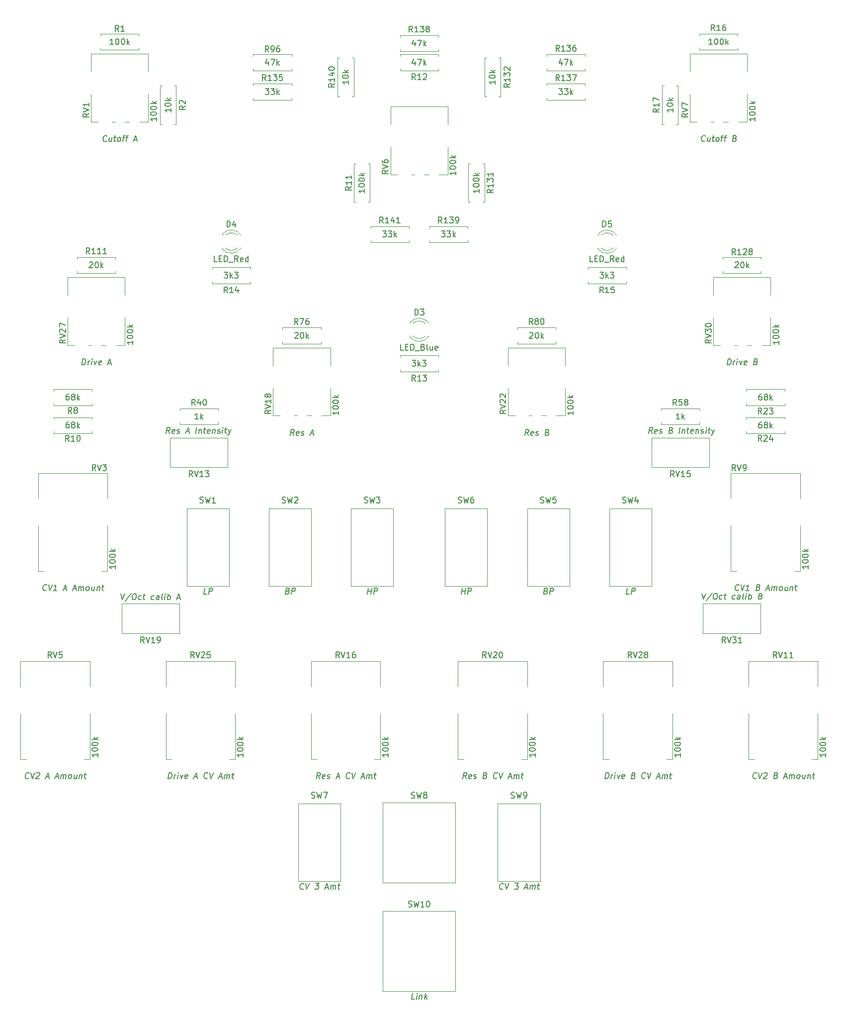
<source format=gto>
%TF.GenerationSoftware,KiCad,Pcbnew,9.0.0*%
%TF.CreationDate,2025-03-15T21:37:14+01:00*%
%TF.ProjectId,DMH_Dual_VCF_Diode_Ladder_Mk2_PCB_2,444d485f-4475-4616-9c5f-5643465f4469,1*%
%TF.SameCoordinates,Original*%
%TF.FileFunction,Legend,Top*%
%TF.FilePolarity,Positive*%
%FSLAX46Y46*%
G04 Gerber Fmt 4.6, Leading zero omitted, Abs format (unit mm)*
G04 Created by KiCad (PCBNEW 9.0.0) date 2025-03-15 21:37:14*
%MOMM*%
%LPD*%
G01*
G04 APERTURE LIST*
%ADD10C,0.150000*%
%ADD11C,0.120000*%
%ADD12O,1.600000X1.600000*%
%ADD13C,1.600000*%
%ADD14C,1.440000*%
%ADD15R,1.700000X1.700000*%
%ADD16O,1.700000X1.700000*%
%ADD17O,4.000000X4.200000*%
%ADD18C,1.800000*%
%ADD19R,1.800000X1.800000*%
%ADD20C,2.800000*%
%ADD21O,2.720000X3.240000*%
G04 APERTURE END LIST*
D10*
X67357142Y-96704819D02*
X67023809Y-96228628D01*
X66785714Y-96704819D02*
X66785714Y-95704819D01*
X66785714Y-95704819D02*
X67166666Y-95704819D01*
X67166666Y-95704819D02*
X67261904Y-95752438D01*
X67261904Y-95752438D02*
X67309523Y-95800057D01*
X67309523Y-95800057D02*
X67357142Y-95895295D01*
X67357142Y-95895295D02*
X67357142Y-96038152D01*
X67357142Y-96038152D02*
X67309523Y-96133390D01*
X67309523Y-96133390D02*
X67261904Y-96181009D01*
X67261904Y-96181009D02*
X67166666Y-96228628D01*
X67166666Y-96228628D02*
X66785714Y-96228628D01*
X68309523Y-96704819D02*
X67738095Y-96704819D01*
X68023809Y-96704819D02*
X68023809Y-95704819D01*
X68023809Y-95704819D02*
X67928571Y-95847676D01*
X67928571Y-95847676D02*
X67833333Y-95942914D01*
X67833333Y-95942914D02*
X67738095Y-95990533D01*
X69166666Y-96038152D02*
X69166666Y-96704819D01*
X68928571Y-95657200D02*
X68690476Y-96371485D01*
X68690476Y-96371485D02*
X69309523Y-96371485D01*
X66785714Y-93204819D02*
X67404761Y-93204819D01*
X67404761Y-93204819D02*
X67071428Y-93585771D01*
X67071428Y-93585771D02*
X67214285Y-93585771D01*
X67214285Y-93585771D02*
X67309523Y-93633390D01*
X67309523Y-93633390D02*
X67357142Y-93681009D01*
X67357142Y-93681009D02*
X67404761Y-93776247D01*
X67404761Y-93776247D02*
X67404761Y-94014342D01*
X67404761Y-94014342D02*
X67357142Y-94109580D01*
X67357142Y-94109580D02*
X67309523Y-94157200D01*
X67309523Y-94157200D02*
X67214285Y-94204819D01*
X67214285Y-94204819D02*
X66928571Y-94204819D01*
X66928571Y-94204819D02*
X66833333Y-94157200D01*
X66833333Y-94157200D02*
X66785714Y-94109580D01*
X67833333Y-94204819D02*
X67833333Y-93204819D01*
X67928571Y-93823866D02*
X68214285Y-94204819D01*
X68214285Y-93538152D02*
X67833333Y-93919104D01*
X68547619Y-93204819D02*
X69166666Y-93204819D01*
X69166666Y-93204819D02*
X68833333Y-93585771D01*
X68833333Y-93585771D02*
X68976190Y-93585771D01*
X68976190Y-93585771D02*
X69071428Y-93633390D01*
X69071428Y-93633390D02*
X69119047Y-93681009D01*
X69119047Y-93681009D02*
X69166666Y-93776247D01*
X69166666Y-93776247D02*
X69166666Y-94014342D01*
X69166666Y-94014342D02*
X69119047Y-94109580D01*
X69119047Y-94109580D02*
X69071428Y-94157200D01*
X69071428Y-94157200D02*
X68976190Y-94204819D01*
X68976190Y-94204819D02*
X68690476Y-94204819D01*
X68690476Y-94204819D02*
X68595238Y-94157200D01*
X68595238Y-94157200D02*
X68547619Y-94109580D01*
X152178571Y-156264819D02*
X151845238Y-155788628D01*
X151607143Y-156264819D02*
X151607143Y-155264819D01*
X151607143Y-155264819D02*
X151988095Y-155264819D01*
X151988095Y-155264819D02*
X152083333Y-155312438D01*
X152083333Y-155312438D02*
X152130952Y-155360057D01*
X152130952Y-155360057D02*
X152178571Y-155455295D01*
X152178571Y-155455295D02*
X152178571Y-155598152D01*
X152178571Y-155598152D02*
X152130952Y-155693390D01*
X152130952Y-155693390D02*
X152083333Y-155741009D01*
X152083333Y-155741009D02*
X151988095Y-155788628D01*
X151988095Y-155788628D02*
X151607143Y-155788628D01*
X152464286Y-155264819D02*
X152797619Y-156264819D01*
X152797619Y-156264819D02*
X153130952Y-155264819D01*
X153369048Y-155264819D02*
X153988095Y-155264819D01*
X153988095Y-155264819D02*
X153654762Y-155645771D01*
X153654762Y-155645771D02*
X153797619Y-155645771D01*
X153797619Y-155645771D02*
X153892857Y-155693390D01*
X153892857Y-155693390D02*
X153940476Y-155741009D01*
X153940476Y-155741009D02*
X153988095Y-155836247D01*
X153988095Y-155836247D02*
X153988095Y-156074342D01*
X153988095Y-156074342D02*
X153940476Y-156169580D01*
X153940476Y-156169580D02*
X153892857Y-156217200D01*
X153892857Y-156217200D02*
X153797619Y-156264819D01*
X153797619Y-156264819D02*
X153511905Y-156264819D01*
X153511905Y-156264819D02*
X153416667Y-156217200D01*
X153416667Y-156217200D02*
X153369048Y-156169580D01*
X154940476Y-156264819D02*
X154369048Y-156264819D01*
X154654762Y-156264819D02*
X154654762Y-155264819D01*
X154654762Y-155264819D02*
X154559524Y-155407676D01*
X154559524Y-155407676D02*
X154464286Y-155502914D01*
X154464286Y-155502914D02*
X154369048Y-155550533D01*
X148178570Y-147854819D02*
X148386904Y-148854819D01*
X148386904Y-148854819D02*
X148845237Y-147854819D01*
X149898808Y-147807200D02*
X148880951Y-149092914D01*
X150416666Y-147854819D02*
X150607142Y-147854819D01*
X150607142Y-147854819D02*
X150696427Y-147902438D01*
X150696427Y-147902438D02*
X150779761Y-147997676D01*
X150779761Y-147997676D02*
X150803570Y-148188152D01*
X150803570Y-148188152D02*
X150761904Y-148521485D01*
X150761904Y-148521485D02*
X150690475Y-148711961D01*
X150690475Y-148711961D02*
X150583332Y-148807200D01*
X150583332Y-148807200D02*
X150482142Y-148854819D01*
X150482142Y-148854819D02*
X150291666Y-148854819D01*
X150291666Y-148854819D02*
X150202380Y-148807200D01*
X150202380Y-148807200D02*
X150119047Y-148711961D01*
X150119047Y-148711961D02*
X150095237Y-148521485D01*
X150095237Y-148521485D02*
X150136904Y-148188152D01*
X150136904Y-148188152D02*
X150208332Y-147997676D01*
X150208332Y-147997676D02*
X150315475Y-147902438D01*
X150315475Y-147902438D02*
X150416666Y-147854819D01*
X151583332Y-148807200D02*
X151482142Y-148854819D01*
X151482142Y-148854819D02*
X151291666Y-148854819D01*
X151291666Y-148854819D02*
X151202380Y-148807200D01*
X151202380Y-148807200D02*
X151160713Y-148759580D01*
X151160713Y-148759580D02*
X151124999Y-148664342D01*
X151124999Y-148664342D02*
X151160713Y-148378628D01*
X151160713Y-148378628D02*
X151220237Y-148283390D01*
X151220237Y-148283390D02*
X151273808Y-148235771D01*
X151273808Y-148235771D02*
X151374999Y-148188152D01*
X151374999Y-148188152D02*
X151565475Y-148188152D01*
X151565475Y-148188152D02*
X151654761Y-148235771D01*
X151946428Y-148188152D02*
X152327380Y-148188152D01*
X152130951Y-147854819D02*
X152023809Y-148711961D01*
X152023809Y-148711961D02*
X152059523Y-148807200D01*
X152059523Y-148807200D02*
X152148809Y-148854819D01*
X152148809Y-148854819D02*
X152244047Y-148854819D01*
X153773809Y-148807200D02*
X153672619Y-148854819D01*
X153672619Y-148854819D02*
X153482143Y-148854819D01*
X153482143Y-148854819D02*
X153392857Y-148807200D01*
X153392857Y-148807200D02*
X153351190Y-148759580D01*
X153351190Y-148759580D02*
X153315476Y-148664342D01*
X153315476Y-148664342D02*
X153351190Y-148378628D01*
X153351190Y-148378628D02*
X153410714Y-148283390D01*
X153410714Y-148283390D02*
X153464285Y-148235771D01*
X153464285Y-148235771D02*
X153565476Y-148188152D01*
X153565476Y-148188152D02*
X153755952Y-148188152D01*
X153755952Y-148188152D02*
X153845238Y-148235771D01*
X154625000Y-148854819D02*
X154690476Y-148331009D01*
X154690476Y-148331009D02*
X154654762Y-148235771D01*
X154654762Y-148235771D02*
X154565476Y-148188152D01*
X154565476Y-148188152D02*
X154375000Y-148188152D01*
X154375000Y-148188152D02*
X154273809Y-148235771D01*
X154630952Y-148807200D02*
X154529762Y-148854819D01*
X154529762Y-148854819D02*
X154291666Y-148854819D01*
X154291666Y-148854819D02*
X154202381Y-148807200D01*
X154202381Y-148807200D02*
X154166666Y-148711961D01*
X154166666Y-148711961D02*
X154178571Y-148616723D01*
X154178571Y-148616723D02*
X154238095Y-148521485D01*
X154238095Y-148521485D02*
X154339286Y-148473866D01*
X154339286Y-148473866D02*
X154577381Y-148473866D01*
X154577381Y-148473866D02*
X154678571Y-148426247D01*
X155244048Y-148854819D02*
X155154762Y-148807200D01*
X155154762Y-148807200D02*
X155119048Y-148711961D01*
X155119048Y-148711961D02*
X155226190Y-147854819D01*
X155625000Y-148854819D02*
X155708334Y-148188152D01*
X155750000Y-147854819D02*
X155696429Y-147902438D01*
X155696429Y-147902438D02*
X155738096Y-147950057D01*
X155738096Y-147950057D02*
X155791667Y-147902438D01*
X155791667Y-147902438D02*
X155750000Y-147854819D01*
X155750000Y-147854819D02*
X155738096Y-147950057D01*
X156101190Y-148854819D02*
X156226190Y-147854819D01*
X156178571Y-148235771D02*
X156279762Y-148188152D01*
X156279762Y-148188152D02*
X156470238Y-148188152D01*
X156470238Y-148188152D02*
X156559524Y-148235771D01*
X156559524Y-148235771D02*
X156601190Y-148283390D01*
X156601190Y-148283390D02*
X156636905Y-148378628D01*
X156636905Y-148378628D02*
X156601190Y-148664342D01*
X156601190Y-148664342D02*
X156541667Y-148759580D01*
X156541667Y-148759580D02*
X156488095Y-148807200D01*
X156488095Y-148807200D02*
X156386905Y-148854819D01*
X156386905Y-148854819D02*
X156196428Y-148854819D01*
X156196428Y-148854819D02*
X156107143Y-148807200D01*
X158166667Y-148331009D02*
X158303572Y-148378628D01*
X158303572Y-148378628D02*
X158345238Y-148426247D01*
X158345238Y-148426247D02*
X158380953Y-148521485D01*
X158380953Y-148521485D02*
X158363095Y-148664342D01*
X158363095Y-148664342D02*
X158303572Y-148759580D01*
X158303572Y-148759580D02*
X158250000Y-148807200D01*
X158250000Y-148807200D02*
X158148810Y-148854819D01*
X158148810Y-148854819D02*
X157767857Y-148854819D01*
X157767857Y-148854819D02*
X157892857Y-147854819D01*
X157892857Y-147854819D02*
X158226191Y-147854819D01*
X158226191Y-147854819D02*
X158315476Y-147902438D01*
X158315476Y-147902438D02*
X158357143Y-147950057D01*
X158357143Y-147950057D02*
X158392857Y-148045295D01*
X158392857Y-148045295D02*
X158380953Y-148140533D01*
X158380953Y-148140533D02*
X158321429Y-148235771D01*
X158321429Y-148235771D02*
X158267857Y-148283390D01*
X158267857Y-148283390D02*
X158166667Y-148331009D01*
X158166667Y-148331009D02*
X157833334Y-148331009D01*
X53178571Y-156264819D02*
X52845238Y-155788628D01*
X52607143Y-156264819D02*
X52607143Y-155264819D01*
X52607143Y-155264819D02*
X52988095Y-155264819D01*
X52988095Y-155264819D02*
X53083333Y-155312438D01*
X53083333Y-155312438D02*
X53130952Y-155360057D01*
X53130952Y-155360057D02*
X53178571Y-155455295D01*
X53178571Y-155455295D02*
X53178571Y-155598152D01*
X53178571Y-155598152D02*
X53130952Y-155693390D01*
X53130952Y-155693390D02*
X53083333Y-155741009D01*
X53083333Y-155741009D02*
X52988095Y-155788628D01*
X52988095Y-155788628D02*
X52607143Y-155788628D01*
X53464286Y-155264819D02*
X53797619Y-156264819D01*
X53797619Y-156264819D02*
X54130952Y-155264819D01*
X54988095Y-156264819D02*
X54416667Y-156264819D01*
X54702381Y-156264819D02*
X54702381Y-155264819D01*
X54702381Y-155264819D02*
X54607143Y-155407676D01*
X54607143Y-155407676D02*
X54511905Y-155502914D01*
X54511905Y-155502914D02*
X54416667Y-155550533D01*
X55464286Y-156264819D02*
X55654762Y-156264819D01*
X55654762Y-156264819D02*
X55750000Y-156217200D01*
X55750000Y-156217200D02*
X55797619Y-156169580D01*
X55797619Y-156169580D02*
X55892857Y-156026723D01*
X55892857Y-156026723D02*
X55940476Y-155836247D01*
X55940476Y-155836247D02*
X55940476Y-155455295D01*
X55940476Y-155455295D02*
X55892857Y-155360057D01*
X55892857Y-155360057D02*
X55845238Y-155312438D01*
X55845238Y-155312438D02*
X55750000Y-155264819D01*
X55750000Y-155264819D02*
X55559524Y-155264819D01*
X55559524Y-155264819D02*
X55464286Y-155312438D01*
X55464286Y-155312438D02*
X55416667Y-155360057D01*
X55416667Y-155360057D02*
X55369048Y-155455295D01*
X55369048Y-155455295D02*
X55369048Y-155693390D01*
X55369048Y-155693390D02*
X55416667Y-155788628D01*
X55416667Y-155788628D02*
X55464286Y-155836247D01*
X55464286Y-155836247D02*
X55559524Y-155883866D01*
X55559524Y-155883866D02*
X55750000Y-155883866D01*
X55750000Y-155883866D02*
X55845238Y-155836247D01*
X55845238Y-155836247D02*
X55892857Y-155788628D01*
X55892857Y-155788628D02*
X55940476Y-155693390D01*
X49209999Y-147904819D02*
X49418333Y-148904819D01*
X49418333Y-148904819D02*
X49876666Y-147904819D01*
X50930237Y-147857200D02*
X49912380Y-149142914D01*
X51448095Y-147904819D02*
X51638571Y-147904819D01*
X51638571Y-147904819D02*
X51727856Y-147952438D01*
X51727856Y-147952438D02*
X51811190Y-148047676D01*
X51811190Y-148047676D02*
X51834999Y-148238152D01*
X51834999Y-148238152D02*
X51793333Y-148571485D01*
X51793333Y-148571485D02*
X51721904Y-148761961D01*
X51721904Y-148761961D02*
X51614761Y-148857200D01*
X51614761Y-148857200D02*
X51513571Y-148904819D01*
X51513571Y-148904819D02*
X51323095Y-148904819D01*
X51323095Y-148904819D02*
X51233809Y-148857200D01*
X51233809Y-148857200D02*
X51150476Y-148761961D01*
X51150476Y-148761961D02*
X51126666Y-148571485D01*
X51126666Y-148571485D02*
X51168333Y-148238152D01*
X51168333Y-148238152D02*
X51239761Y-148047676D01*
X51239761Y-148047676D02*
X51346904Y-147952438D01*
X51346904Y-147952438D02*
X51448095Y-147904819D01*
X52614761Y-148857200D02*
X52513571Y-148904819D01*
X52513571Y-148904819D02*
X52323095Y-148904819D01*
X52323095Y-148904819D02*
X52233809Y-148857200D01*
X52233809Y-148857200D02*
X52192142Y-148809580D01*
X52192142Y-148809580D02*
X52156428Y-148714342D01*
X52156428Y-148714342D02*
X52192142Y-148428628D01*
X52192142Y-148428628D02*
X52251666Y-148333390D01*
X52251666Y-148333390D02*
X52305237Y-148285771D01*
X52305237Y-148285771D02*
X52406428Y-148238152D01*
X52406428Y-148238152D02*
X52596904Y-148238152D01*
X52596904Y-148238152D02*
X52686190Y-148285771D01*
X52977857Y-148238152D02*
X53358809Y-148238152D01*
X53162380Y-147904819D02*
X53055238Y-148761961D01*
X53055238Y-148761961D02*
X53090952Y-148857200D01*
X53090952Y-148857200D02*
X53180238Y-148904819D01*
X53180238Y-148904819D02*
X53275476Y-148904819D01*
X54805238Y-148857200D02*
X54704048Y-148904819D01*
X54704048Y-148904819D02*
X54513572Y-148904819D01*
X54513572Y-148904819D02*
X54424286Y-148857200D01*
X54424286Y-148857200D02*
X54382619Y-148809580D01*
X54382619Y-148809580D02*
X54346905Y-148714342D01*
X54346905Y-148714342D02*
X54382619Y-148428628D01*
X54382619Y-148428628D02*
X54442143Y-148333390D01*
X54442143Y-148333390D02*
X54495714Y-148285771D01*
X54495714Y-148285771D02*
X54596905Y-148238152D01*
X54596905Y-148238152D02*
X54787381Y-148238152D01*
X54787381Y-148238152D02*
X54876667Y-148285771D01*
X55656429Y-148904819D02*
X55721905Y-148381009D01*
X55721905Y-148381009D02*
X55686191Y-148285771D01*
X55686191Y-148285771D02*
X55596905Y-148238152D01*
X55596905Y-148238152D02*
X55406429Y-148238152D01*
X55406429Y-148238152D02*
X55305238Y-148285771D01*
X55662381Y-148857200D02*
X55561191Y-148904819D01*
X55561191Y-148904819D02*
X55323095Y-148904819D01*
X55323095Y-148904819D02*
X55233810Y-148857200D01*
X55233810Y-148857200D02*
X55198095Y-148761961D01*
X55198095Y-148761961D02*
X55210000Y-148666723D01*
X55210000Y-148666723D02*
X55269524Y-148571485D01*
X55269524Y-148571485D02*
X55370715Y-148523866D01*
X55370715Y-148523866D02*
X55608810Y-148523866D01*
X55608810Y-148523866D02*
X55710000Y-148476247D01*
X56275477Y-148904819D02*
X56186191Y-148857200D01*
X56186191Y-148857200D02*
X56150477Y-148761961D01*
X56150477Y-148761961D02*
X56257619Y-147904819D01*
X56656429Y-148904819D02*
X56739763Y-148238152D01*
X56781429Y-147904819D02*
X56727858Y-147952438D01*
X56727858Y-147952438D02*
X56769525Y-148000057D01*
X56769525Y-148000057D02*
X56823096Y-147952438D01*
X56823096Y-147952438D02*
X56781429Y-147904819D01*
X56781429Y-147904819D02*
X56769525Y-148000057D01*
X57132619Y-148904819D02*
X57257619Y-147904819D01*
X57210000Y-148285771D02*
X57311191Y-148238152D01*
X57311191Y-148238152D02*
X57501667Y-148238152D01*
X57501667Y-148238152D02*
X57590953Y-148285771D01*
X57590953Y-148285771D02*
X57632619Y-148333390D01*
X57632619Y-148333390D02*
X57668334Y-148428628D01*
X57668334Y-148428628D02*
X57632619Y-148714342D01*
X57632619Y-148714342D02*
X57573096Y-148809580D01*
X57573096Y-148809580D02*
X57519524Y-148857200D01*
X57519524Y-148857200D02*
X57418334Y-148904819D01*
X57418334Y-148904819D02*
X57227857Y-148904819D01*
X57227857Y-148904819D02*
X57138572Y-148857200D01*
X58787382Y-148619104D02*
X59263572Y-148619104D01*
X58656429Y-148904819D02*
X59114763Y-147904819D01*
X59114763Y-147904819D02*
X59323096Y-148904819D01*
X143428571Y-128014819D02*
X143095238Y-127538628D01*
X142857143Y-128014819D02*
X142857143Y-127014819D01*
X142857143Y-127014819D02*
X143238095Y-127014819D01*
X143238095Y-127014819D02*
X143333333Y-127062438D01*
X143333333Y-127062438D02*
X143380952Y-127110057D01*
X143380952Y-127110057D02*
X143428571Y-127205295D01*
X143428571Y-127205295D02*
X143428571Y-127348152D01*
X143428571Y-127348152D02*
X143380952Y-127443390D01*
X143380952Y-127443390D02*
X143333333Y-127491009D01*
X143333333Y-127491009D02*
X143238095Y-127538628D01*
X143238095Y-127538628D02*
X142857143Y-127538628D01*
X143714286Y-127014819D02*
X144047619Y-128014819D01*
X144047619Y-128014819D02*
X144380952Y-127014819D01*
X145238095Y-128014819D02*
X144666667Y-128014819D01*
X144952381Y-128014819D02*
X144952381Y-127014819D01*
X144952381Y-127014819D02*
X144857143Y-127157676D01*
X144857143Y-127157676D02*
X144761905Y-127252914D01*
X144761905Y-127252914D02*
X144666667Y-127300533D01*
X146142857Y-127014819D02*
X145666667Y-127014819D01*
X145666667Y-127014819D02*
X145619048Y-127491009D01*
X145619048Y-127491009D02*
X145666667Y-127443390D01*
X145666667Y-127443390D02*
X145761905Y-127395771D01*
X145761905Y-127395771D02*
X146000000Y-127395771D01*
X146000000Y-127395771D02*
X146095238Y-127443390D01*
X146095238Y-127443390D02*
X146142857Y-127491009D01*
X146142857Y-127491009D02*
X146190476Y-127586247D01*
X146190476Y-127586247D02*
X146190476Y-127824342D01*
X146190476Y-127824342D02*
X146142857Y-127919580D01*
X146142857Y-127919580D02*
X146095238Y-127967200D01*
X146095238Y-127967200D02*
X146000000Y-128014819D01*
X146000000Y-128014819D02*
X145761905Y-128014819D01*
X145761905Y-128014819D02*
X145666667Y-127967200D01*
X145666667Y-127967200D02*
X145619048Y-127919580D01*
X139671666Y-120604819D02*
X139397856Y-120128628D01*
X139100237Y-120604819D02*
X139225237Y-119604819D01*
X139225237Y-119604819D02*
X139606190Y-119604819D01*
X139606190Y-119604819D02*
X139695475Y-119652438D01*
X139695475Y-119652438D02*
X139737142Y-119700057D01*
X139737142Y-119700057D02*
X139772856Y-119795295D01*
X139772856Y-119795295D02*
X139754999Y-119938152D01*
X139754999Y-119938152D02*
X139695475Y-120033390D01*
X139695475Y-120033390D02*
X139641904Y-120081009D01*
X139641904Y-120081009D02*
X139540714Y-120128628D01*
X139540714Y-120128628D02*
X139159761Y-120128628D01*
X140487142Y-120557200D02*
X140385952Y-120604819D01*
X140385952Y-120604819D02*
X140195475Y-120604819D01*
X140195475Y-120604819D02*
X140106190Y-120557200D01*
X140106190Y-120557200D02*
X140070475Y-120461961D01*
X140070475Y-120461961D02*
X140118095Y-120081009D01*
X140118095Y-120081009D02*
X140177618Y-119985771D01*
X140177618Y-119985771D02*
X140278809Y-119938152D01*
X140278809Y-119938152D02*
X140469285Y-119938152D01*
X140469285Y-119938152D02*
X140558571Y-119985771D01*
X140558571Y-119985771D02*
X140594285Y-120081009D01*
X140594285Y-120081009D02*
X140582380Y-120176247D01*
X140582380Y-120176247D02*
X140094285Y-120271485D01*
X140915714Y-120557200D02*
X141004999Y-120604819D01*
X141004999Y-120604819D02*
X141195476Y-120604819D01*
X141195476Y-120604819D02*
X141296666Y-120557200D01*
X141296666Y-120557200D02*
X141356190Y-120461961D01*
X141356190Y-120461961D02*
X141362142Y-120414342D01*
X141362142Y-120414342D02*
X141326428Y-120319104D01*
X141326428Y-120319104D02*
X141237142Y-120271485D01*
X141237142Y-120271485D02*
X141094285Y-120271485D01*
X141094285Y-120271485D02*
X141004999Y-120223866D01*
X141004999Y-120223866D02*
X140969285Y-120128628D01*
X140969285Y-120128628D02*
X140975238Y-120081009D01*
X140975238Y-120081009D02*
X141034761Y-119985771D01*
X141034761Y-119985771D02*
X141135952Y-119938152D01*
X141135952Y-119938152D02*
X141278809Y-119938152D01*
X141278809Y-119938152D02*
X141368095Y-119985771D01*
X142927619Y-120081009D02*
X143064524Y-120128628D01*
X143064524Y-120128628D02*
X143106190Y-120176247D01*
X143106190Y-120176247D02*
X143141905Y-120271485D01*
X143141905Y-120271485D02*
X143124047Y-120414342D01*
X143124047Y-120414342D02*
X143064524Y-120509580D01*
X143064524Y-120509580D02*
X143010952Y-120557200D01*
X143010952Y-120557200D02*
X142909762Y-120604819D01*
X142909762Y-120604819D02*
X142528809Y-120604819D01*
X142528809Y-120604819D02*
X142653809Y-119604819D01*
X142653809Y-119604819D02*
X142987143Y-119604819D01*
X142987143Y-119604819D02*
X143076428Y-119652438D01*
X143076428Y-119652438D02*
X143118095Y-119700057D01*
X143118095Y-119700057D02*
X143153809Y-119795295D01*
X143153809Y-119795295D02*
X143141905Y-119890533D01*
X143141905Y-119890533D02*
X143082381Y-119985771D01*
X143082381Y-119985771D02*
X143028809Y-120033390D01*
X143028809Y-120033390D02*
X142927619Y-120081009D01*
X142927619Y-120081009D02*
X142594286Y-120081009D01*
X144290714Y-120604819D02*
X144415714Y-119604819D01*
X144850238Y-119938152D02*
X144766904Y-120604819D01*
X144838333Y-120033390D02*
X144891904Y-119985771D01*
X144891904Y-119985771D02*
X144993095Y-119938152D01*
X144993095Y-119938152D02*
X145135952Y-119938152D01*
X145135952Y-119938152D02*
X145225238Y-119985771D01*
X145225238Y-119985771D02*
X145260952Y-120081009D01*
X145260952Y-120081009D02*
X145195476Y-120604819D01*
X145612143Y-119938152D02*
X145993095Y-119938152D01*
X145796666Y-119604819D02*
X145689524Y-120461961D01*
X145689524Y-120461961D02*
X145725238Y-120557200D01*
X145725238Y-120557200D02*
X145814524Y-120604819D01*
X145814524Y-120604819D02*
X145909762Y-120604819D01*
X146630000Y-120557200D02*
X146528810Y-120604819D01*
X146528810Y-120604819D02*
X146338333Y-120604819D01*
X146338333Y-120604819D02*
X146249048Y-120557200D01*
X146249048Y-120557200D02*
X146213333Y-120461961D01*
X146213333Y-120461961D02*
X146260953Y-120081009D01*
X146260953Y-120081009D02*
X146320476Y-119985771D01*
X146320476Y-119985771D02*
X146421667Y-119938152D01*
X146421667Y-119938152D02*
X146612143Y-119938152D01*
X146612143Y-119938152D02*
X146701429Y-119985771D01*
X146701429Y-119985771D02*
X146737143Y-120081009D01*
X146737143Y-120081009D02*
X146725238Y-120176247D01*
X146725238Y-120176247D02*
X146237143Y-120271485D01*
X147183572Y-119938152D02*
X147100238Y-120604819D01*
X147171667Y-120033390D02*
X147225238Y-119985771D01*
X147225238Y-119985771D02*
X147326429Y-119938152D01*
X147326429Y-119938152D02*
X147469286Y-119938152D01*
X147469286Y-119938152D02*
X147558572Y-119985771D01*
X147558572Y-119985771D02*
X147594286Y-120081009D01*
X147594286Y-120081009D02*
X147528810Y-120604819D01*
X147963334Y-120557200D02*
X148052619Y-120604819D01*
X148052619Y-120604819D02*
X148243096Y-120604819D01*
X148243096Y-120604819D02*
X148344286Y-120557200D01*
X148344286Y-120557200D02*
X148403810Y-120461961D01*
X148403810Y-120461961D02*
X148409762Y-120414342D01*
X148409762Y-120414342D02*
X148374048Y-120319104D01*
X148374048Y-120319104D02*
X148284762Y-120271485D01*
X148284762Y-120271485D02*
X148141905Y-120271485D01*
X148141905Y-120271485D02*
X148052619Y-120223866D01*
X148052619Y-120223866D02*
X148016905Y-120128628D01*
X148016905Y-120128628D02*
X148022858Y-120081009D01*
X148022858Y-120081009D02*
X148082381Y-119985771D01*
X148082381Y-119985771D02*
X148183572Y-119938152D01*
X148183572Y-119938152D02*
X148326429Y-119938152D01*
X148326429Y-119938152D02*
X148415715Y-119985771D01*
X148814524Y-120604819D02*
X148897858Y-119938152D01*
X148939524Y-119604819D02*
X148885953Y-119652438D01*
X148885953Y-119652438D02*
X148927620Y-119700057D01*
X148927620Y-119700057D02*
X148981191Y-119652438D01*
X148981191Y-119652438D02*
X148939524Y-119604819D01*
X148939524Y-119604819D02*
X148927620Y-119700057D01*
X149231191Y-119938152D02*
X149612143Y-119938152D01*
X149415714Y-119604819D02*
X149308572Y-120461961D01*
X149308572Y-120461961D02*
X149344286Y-120557200D01*
X149344286Y-120557200D02*
X149433572Y-120604819D01*
X149433572Y-120604819D02*
X149528810Y-120604819D01*
X149850239Y-119938152D02*
X150005001Y-120604819D01*
X150326429Y-119938152D02*
X150005001Y-120604819D01*
X150005001Y-120604819D02*
X149880001Y-120842914D01*
X149880001Y-120842914D02*
X149826429Y-120890533D01*
X149826429Y-120890533D02*
X149725239Y-120938152D01*
X61418571Y-128014819D02*
X61085238Y-127538628D01*
X60847143Y-128014819D02*
X60847143Y-127014819D01*
X60847143Y-127014819D02*
X61228095Y-127014819D01*
X61228095Y-127014819D02*
X61323333Y-127062438D01*
X61323333Y-127062438D02*
X61370952Y-127110057D01*
X61370952Y-127110057D02*
X61418571Y-127205295D01*
X61418571Y-127205295D02*
X61418571Y-127348152D01*
X61418571Y-127348152D02*
X61370952Y-127443390D01*
X61370952Y-127443390D02*
X61323333Y-127491009D01*
X61323333Y-127491009D02*
X61228095Y-127538628D01*
X61228095Y-127538628D02*
X60847143Y-127538628D01*
X61704286Y-127014819D02*
X62037619Y-128014819D01*
X62037619Y-128014819D02*
X62370952Y-127014819D01*
X63228095Y-128014819D02*
X62656667Y-128014819D01*
X62942381Y-128014819D02*
X62942381Y-127014819D01*
X62942381Y-127014819D02*
X62847143Y-127157676D01*
X62847143Y-127157676D02*
X62751905Y-127252914D01*
X62751905Y-127252914D02*
X62656667Y-127300533D01*
X63561429Y-127014819D02*
X64180476Y-127014819D01*
X64180476Y-127014819D02*
X63847143Y-127395771D01*
X63847143Y-127395771D02*
X63990000Y-127395771D01*
X63990000Y-127395771D02*
X64085238Y-127443390D01*
X64085238Y-127443390D02*
X64132857Y-127491009D01*
X64132857Y-127491009D02*
X64180476Y-127586247D01*
X64180476Y-127586247D02*
X64180476Y-127824342D01*
X64180476Y-127824342D02*
X64132857Y-127919580D01*
X64132857Y-127919580D02*
X64085238Y-127967200D01*
X64085238Y-127967200D02*
X63990000Y-128014819D01*
X63990000Y-128014819D02*
X63704286Y-128014819D01*
X63704286Y-128014819D02*
X63609048Y-127967200D01*
X63609048Y-127967200D02*
X63561429Y-127919580D01*
X57483094Y-120604819D02*
X57209284Y-120128628D01*
X56911665Y-120604819D02*
X57036665Y-119604819D01*
X57036665Y-119604819D02*
X57417618Y-119604819D01*
X57417618Y-119604819D02*
X57506903Y-119652438D01*
X57506903Y-119652438D02*
X57548570Y-119700057D01*
X57548570Y-119700057D02*
X57584284Y-119795295D01*
X57584284Y-119795295D02*
X57566427Y-119938152D01*
X57566427Y-119938152D02*
X57506903Y-120033390D01*
X57506903Y-120033390D02*
X57453332Y-120081009D01*
X57453332Y-120081009D02*
X57352142Y-120128628D01*
X57352142Y-120128628D02*
X56971189Y-120128628D01*
X58298570Y-120557200D02*
X58197380Y-120604819D01*
X58197380Y-120604819D02*
X58006903Y-120604819D01*
X58006903Y-120604819D02*
X57917618Y-120557200D01*
X57917618Y-120557200D02*
X57881903Y-120461961D01*
X57881903Y-120461961D02*
X57929523Y-120081009D01*
X57929523Y-120081009D02*
X57989046Y-119985771D01*
X57989046Y-119985771D02*
X58090237Y-119938152D01*
X58090237Y-119938152D02*
X58280713Y-119938152D01*
X58280713Y-119938152D02*
X58369999Y-119985771D01*
X58369999Y-119985771D02*
X58405713Y-120081009D01*
X58405713Y-120081009D02*
X58393808Y-120176247D01*
X58393808Y-120176247D02*
X57905713Y-120271485D01*
X58727142Y-120557200D02*
X58816427Y-120604819D01*
X58816427Y-120604819D02*
X59006904Y-120604819D01*
X59006904Y-120604819D02*
X59108094Y-120557200D01*
X59108094Y-120557200D02*
X59167618Y-120461961D01*
X59167618Y-120461961D02*
X59173570Y-120414342D01*
X59173570Y-120414342D02*
X59137856Y-120319104D01*
X59137856Y-120319104D02*
X59048570Y-120271485D01*
X59048570Y-120271485D02*
X58905713Y-120271485D01*
X58905713Y-120271485D02*
X58816427Y-120223866D01*
X58816427Y-120223866D02*
X58780713Y-120128628D01*
X58780713Y-120128628D02*
X58786666Y-120081009D01*
X58786666Y-120081009D02*
X58846189Y-119985771D01*
X58846189Y-119985771D02*
X58947380Y-119938152D01*
X58947380Y-119938152D02*
X59090237Y-119938152D01*
X59090237Y-119938152D02*
X59179523Y-119985771D01*
X60328333Y-120319104D02*
X60804523Y-120319104D01*
X60197380Y-120604819D02*
X60655714Y-119604819D01*
X60655714Y-119604819D02*
X60864047Y-120604819D01*
X61959285Y-120604819D02*
X62084285Y-119604819D01*
X62518809Y-119938152D02*
X62435475Y-120604819D01*
X62506904Y-120033390D02*
X62560475Y-119985771D01*
X62560475Y-119985771D02*
X62661666Y-119938152D01*
X62661666Y-119938152D02*
X62804523Y-119938152D01*
X62804523Y-119938152D02*
X62893809Y-119985771D01*
X62893809Y-119985771D02*
X62929523Y-120081009D01*
X62929523Y-120081009D02*
X62864047Y-120604819D01*
X63280714Y-119938152D02*
X63661666Y-119938152D01*
X63465237Y-119604819D02*
X63358095Y-120461961D01*
X63358095Y-120461961D02*
X63393809Y-120557200D01*
X63393809Y-120557200D02*
X63483095Y-120604819D01*
X63483095Y-120604819D02*
X63578333Y-120604819D01*
X64298571Y-120557200D02*
X64197381Y-120604819D01*
X64197381Y-120604819D02*
X64006904Y-120604819D01*
X64006904Y-120604819D02*
X63917619Y-120557200D01*
X63917619Y-120557200D02*
X63881904Y-120461961D01*
X63881904Y-120461961D02*
X63929524Y-120081009D01*
X63929524Y-120081009D02*
X63989047Y-119985771D01*
X63989047Y-119985771D02*
X64090238Y-119938152D01*
X64090238Y-119938152D02*
X64280714Y-119938152D01*
X64280714Y-119938152D02*
X64370000Y-119985771D01*
X64370000Y-119985771D02*
X64405714Y-120081009D01*
X64405714Y-120081009D02*
X64393809Y-120176247D01*
X64393809Y-120176247D02*
X63905714Y-120271485D01*
X64852143Y-119938152D02*
X64768809Y-120604819D01*
X64840238Y-120033390D02*
X64893809Y-119985771D01*
X64893809Y-119985771D02*
X64995000Y-119938152D01*
X64995000Y-119938152D02*
X65137857Y-119938152D01*
X65137857Y-119938152D02*
X65227143Y-119985771D01*
X65227143Y-119985771D02*
X65262857Y-120081009D01*
X65262857Y-120081009D02*
X65197381Y-120604819D01*
X65631905Y-120557200D02*
X65721190Y-120604819D01*
X65721190Y-120604819D02*
X65911667Y-120604819D01*
X65911667Y-120604819D02*
X66012857Y-120557200D01*
X66012857Y-120557200D02*
X66072381Y-120461961D01*
X66072381Y-120461961D02*
X66078333Y-120414342D01*
X66078333Y-120414342D02*
X66042619Y-120319104D01*
X66042619Y-120319104D02*
X65953333Y-120271485D01*
X65953333Y-120271485D02*
X65810476Y-120271485D01*
X65810476Y-120271485D02*
X65721190Y-120223866D01*
X65721190Y-120223866D02*
X65685476Y-120128628D01*
X65685476Y-120128628D02*
X65691429Y-120081009D01*
X65691429Y-120081009D02*
X65750952Y-119985771D01*
X65750952Y-119985771D02*
X65852143Y-119938152D01*
X65852143Y-119938152D02*
X65995000Y-119938152D01*
X65995000Y-119938152D02*
X66084286Y-119985771D01*
X66483095Y-120604819D02*
X66566429Y-119938152D01*
X66608095Y-119604819D02*
X66554524Y-119652438D01*
X66554524Y-119652438D02*
X66596191Y-119700057D01*
X66596191Y-119700057D02*
X66649762Y-119652438D01*
X66649762Y-119652438D02*
X66608095Y-119604819D01*
X66608095Y-119604819D02*
X66596191Y-119700057D01*
X66899762Y-119938152D02*
X67280714Y-119938152D01*
X67084285Y-119604819D02*
X66977143Y-120461961D01*
X66977143Y-120461961D02*
X67012857Y-120557200D01*
X67012857Y-120557200D02*
X67102143Y-120604819D01*
X67102143Y-120604819D02*
X67197381Y-120604819D01*
X67518810Y-119938152D02*
X67673572Y-120604819D01*
X67995000Y-119938152D02*
X67673572Y-120604819D01*
X67673572Y-120604819D02*
X67548572Y-120842914D01*
X67548572Y-120842914D02*
X67495000Y-120890533D01*
X67495000Y-120890533D02*
X67393810Y-120938152D01*
X93880952Y-84834819D02*
X93547619Y-84358628D01*
X93309524Y-84834819D02*
X93309524Y-83834819D01*
X93309524Y-83834819D02*
X93690476Y-83834819D01*
X93690476Y-83834819D02*
X93785714Y-83882438D01*
X93785714Y-83882438D02*
X93833333Y-83930057D01*
X93833333Y-83930057D02*
X93880952Y-84025295D01*
X93880952Y-84025295D02*
X93880952Y-84168152D01*
X93880952Y-84168152D02*
X93833333Y-84263390D01*
X93833333Y-84263390D02*
X93785714Y-84311009D01*
X93785714Y-84311009D02*
X93690476Y-84358628D01*
X93690476Y-84358628D02*
X93309524Y-84358628D01*
X94833333Y-84834819D02*
X94261905Y-84834819D01*
X94547619Y-84834819D02*
X94547619Y-83834819D01*
X94547619Y-83834819D02*
X94452381Y-83977676D01*
X94452381Y-83977676D02*
X94357143Y-84072914D01*
X94357143Y-84072914D02*
X94261905Y-84120533D01*
X95690476Y-84168152D02*
X95690476Y-84834819D01*
X95452381Y-83787200D02*
X95214286Y-84501485D01*
X95214286Y-84501485D02*
X95833333Y-84501485D01*
X96738095Y-84834819D02*
X96166667Y-84834819D01*
X96452381Y-84834819D02*
X96452381Y-83834819D01*
X96452381Y-83834819D02*
X96357143Y-83977676D01*
X96357143Y-83977676D02*
X96261905Y-84072914D01*
X96261905Y-84072914D02*
X96166667Y-84120533D01*
X93785714Y-86204819D02*
X94404761Y-86204819D01*
X94404761Y-86204819D02*
X94071428Y-86585771D01*
X94071428Y-86585771D02*
X94214285Y-86585771D01*
X94214285Y-86585771D02*
X94309523Y-86633390D01*
X94309523Y-86633390D02*
X94357142Y-86681009D01*
X94357142Y-86681009D02*
X94404761Y-86776247D01*
X94404761Y-86776247D02*
X94404761Y-87014342D01*
X94404761Y-87014342D02*
X94357142Y-87109580D01*
X94357142Y-87109580D02*
X94309523Y-87157200D01*
X94309523Y-87157200D02*
X94214285Y-87204819D01*
X94214285Y-87204819D02*
X93928571Y-87204819D01*
X93928571Y-87204819D02*
X93833333Y-87157200D01*
X93833333Y-87157200D02*
X93785714Y-87109580D01*
X94738095Y-86204819D02*
X95357142Y-86204819D01*
X95357142Y-86204819D02*
X95023809Y-86585771D01*
X95023809Y-86585771D02*
X95166666Y-86585771D01*
X95166666Y-86585771D02*
X95261904Y-86633390D01*
X95261904Y-86633390D02*
X95309523Y-86681009D01*
X95309523Y-86681009D02*
X95357142Y-86776247D01*
X95357142Y-86776247D02*
X95357142Y-87014342D01*
X95357142Y-87014342D02*
X95309523Y-87109580D01*
X95309523Y-87109580D02*
X95261904Y-87157200D01*
X95261904Y-87157200D02*
X95166666Y-87204819D01*
X95166666Y-87204819D02*
X94880952Y-87204819D01*
X94880952Y-87204819D02*
X94785714Y-87157200D01*
X94785714Y-87157200D02*
X94738095Y-87109580D01*
X95785714Y-87204819D02*
X95785714Y-86204819D01*
X95880952Y-86823866D02*
X96166666Y-87204819D01*
X96166666Y-86538152D02*
X95785714Y-86919104D01*
X85584819Y-61119047D02*
X85108628Y-61452380D01*
X85584819Y-61690475D02*
X84584819Y-61690475D01*
X84584819Y-61690475D02*
X84584819Y-61309523D01*
X84584819Y-61309523D02*
X84632438Y-61214285D01*
X84632438Y-61214285D02*
X84680057Y-61166666D01*
X84680057Y-61166666D02*
X84775295Y-61119047D01*
X84775295Y-61119047D02*
X84918152Y-61119047D01*
X84918152Y-61119047D02*
X85013390Y-61166666D01*
X85013390Y-61166666D02*
X85061009Y-61214285D01*
X85061009Y-61214285D02*
X85108628Y-61309523D01*
X85108628Y-61309523D02*
X85108628Y-61690475D01*
X85584819Y-60166666D02*
X85584819Y-60738094D01*
X85584819Y-60452380D02*
X84584819Y-60452380D01*
X84584819Y-60452380D02*
X84727676Y-60547618D01*
X84727676Y-60547618D02*
X84822914Y-60642856D01*
X84822914Y-60642856D02*
X84870533Y-60738094D01*
X84918152Y-59309523D02*
X85584819Y-59309523D01*
X84537200Y-59547618D02*
X85251485Y-59785713D01*
X85251485Y-59785713D02*
X85251485Y-59166666D01*
X84584819Y-58595237D02*
X84584819Y-58499999D01*
X84584819Y-58499999D02*
X84632438Y-58404761D01*
X84632438Y-58404761D02*
X84680057Y-58357142D01*
X84680057Y-58357142D02*
X84775295Y-58309523D01*
X84775295Y-58309523D02*
X84965771Y-58261904D01*
X84965771Y-58261904D02*
X85203866Y-58261904D01*
X85203866Y-58261904D02*
X85394342Y-58309523D01*
X85394342Y-58309523D02*
X85489580Y-58357142D01*
X85489580Y-58357142D02*
X85537200Y-58404761D01*
X85537200Y-58404761D02*
X85584819Y-58499999D01*
X85584819Y-58499999D02*
X85584819Y-58595237D01*
X85584819Y-58595237D02*
X85537200Y-58690475D01*
X85537200Y-58690475D02*
X85489580Y-58738094D01*
X85489580Y-58738094D02*
X85394342Y-58785713D01*
X85394342Y-58785713D02*
X85203866Y-58833332D01*
X85203866Y-58833332D02*
X84965771Y-58833332D01*
X84965771Y-58833332D02*
X84775295Y-58785713D01*
X84775295Y-58785713D02*
X84680057Y-58738094D01*
X84680057Y-58738094D02*
X84632438Y-58690475D01*
X84632438Y-58690475D02*
X84584819Y-58595237D01*
X87954819Y-60595238D02*
X87954819Y-61166666D01*
X87954819Y-60880952D02*
X86954819Y-60880952D01*
X86954819Y-60880952D02*
X87097676Y-60976190D01*
X87097676Y-60976190D02*
X87192914Y-61071428D01*
X87192914Y-61071428D02*
X87240533Y-61166666D01*
X86954819Y-59976190D02*
X86954819Y-59880952D01*
X86954819Y-59880952D02*
X87002438Y-59785714D01*
X87002438Y-59785714D02*
X87050057Y-59738095D01*
X87050057Y-59738095D02*
X87145295Y-59690476D01*
X87145295Y-59690476D02*
X87335771Y-59642857D01*
X87335771Y-59642857D02*
X87573866Y-59642857D01*
X87573866Y-59642857D02*
X87764342Y-59690476D01*
X87764342Y-59690476D02*
X87859580Y-59738095D01*
X87859580Y-59738095D02*
X87907200Y-59785714D01*
X87907200Y-59785714D02*
X87954819Y-59880952D01*
X87954819Y-59880952D02*
X87954819Y-59976190D01*
X87954819Y-59976190D02*
X87907200Y-60071428D01*
X87907200Y-60071428D02*
X87859580Y-60119047D01*
X87859580Y-60119047D02*
X87764342Y-60166666D01*
X87764342Y-60166666D02*
X87573866Y-60214285D01*
X87573866Y-60214285D02*
X87335771Y-60214285D01*
X87335771Y-60214285D02*
X87145295Y-60166666D01*
X87145295Y-60166666D02*
X87050057Y-60119047D01*
X87050057Y-60119047D02*
X87002438Y-60071428D01*
X87002438Y-60071428D02*
X86954819Y-59976190D01*
X87954819Y-59214285D02*
X86954819Y-59214285D01*
X87573866Y-59119047D02*
X87954819Y-58833333D01*
X87288152Y-58833333D02*
X87669104Y-59214285D01*
X103880952Y-84834819D02*
X103547619Y-84358628D01*
X103309524Y-84834819D02*
X103309524Y-83834819D01*
X103309524Y-83834819D02*
X103690476Y-83834819D01*
X103690476Y-83834819D02*
X103785714Y-83882438D01*
X103785714Y-83882438D02*
X103833333Y-83930057D01*
X103833333Y-83930057D02*
X103880952Y-84025295D01*
X103880952Y-84025295D02*
X103880952Y-84168152D01*
X103880952Y-84168152D02*
X103833333Y-84263390D01*
X103833333Y-84263390D02*
X103785714Y-84311009D01*
X103785714Y-84311009D02*
X103690476Y-84358628D01*
X103690476Y-84358628D02*
X103309524Y-84358628D01*
X104833333Y-84834819D02*
X104261905Y-84834819D01*
X104547619Y-84834819D02*
X104547619Y-83834819D01*
X104547619Y-83834819D02*
X104452381Y-83977676D01*
X104452381Y-83977676D02*
X104357143Y-84072914D01*
X104357143Y-84072914D02*
X104261905Y-84120533D01*
X105166667Y-83834819D02*
X105785714Y-83834819D01*
X105785714Y-83834819D02*
X105452381Y-84215771D01*
X105452381Y-84215771D02*
X105595238Y-84215771D01*
X105595238Y-84215771D02*
X105690476Y-84263390D01*
X105690476Y-84263390D02*
X105738095Y-84311009D01*
X105738095Y-84311009D02*
X105785714Y-84406247D01*
X105785714Y-84406247D02*
X105785714Y-84644342D01*
X105785714Y-84644342D02*
X105738095Y-84739580D01*
X105738095Y-84739580D02*
X105690476Y-84787200D01*
X105690476Y-84787200D02*
X105595238Y-84834819D01*
X105595238Y-84834819D02*
X105309524Y-84834819D01*
X105309524Y-84834819D02*
X105214286Y-84787200D01*
X105214286Y-84787200D02*
X105166667Y-84739580D01*
X106261905Y-84834819D02*
X106452381Y-84834819D01*
X106452381Y-84834819D02*
X106547619Y-84787200D01*
X106547619Y-84787200D02*
X106595238Y-84739580D01*
X106595238Y-84739580D02*
X106690476Y-84596723D01*
X106690476Y-84596723D02*
X106738095Y-84406247D01*
X106738095Y-84406247D02*
X106738095Y-84025295D01*
X106738095Y-84025295D02*
X106690476Y-83930057D01*
X106690476Y-83930057D02*
X106642857Y-83882438D01*
X106642857Y-83882438D02*
X106547619Y-83834819D01*
X106547619Y-83834819D02*
X106357143Y-83834819D01*
X106357143Y-83834819D02*
X106261905Y-83882438D01*
X106261905Y-83882438D02*
X106214286Y-83930057D01*
X106214286Y-83930057D02*
X106166667Y-84025295D01*
X106166667Y-84025295D02*
X106166667Y-84263390D01*
X106166667Y-84263390D02*
X106214286Y-84358628D01*
X106214286Y-84358628D02*
X106261905Y-84406247D01*
X106261905Y-84406247D02*
X106357143Y-84453866D01*
X106357143Y-84453866D02*
X106547619Y-84453866D01*
X106547619Y-84453866D02*
X106642857Y-84406247D01*
X106642857Y-84406247D02*
X106690476Y-84358628D01*
X106690476Y-84358628D02*
X106738095Y-84263390D01*
X103785714Y-86204819D02*
X104404761Y-86204819D01*
X104404761Y-86204819D02*
X104071428Y-86585771D01*
X104071428Y-86585771D02*
X104214285Y-86585771D01*
X104214285Y-86585771D02*
X104309523Y-86633390D01*
X104309523Y-86633390D02*
X104357142Y-86681009D01*
X104357142Y-86681009D02*
X104404761Y-86776247D01*
X104404761Y-86776247D02*
X104404761Y-87014342D01*
X104404761Y-87014342D02*
X104357142Y-87109580D01*
X104357142Y-87109580D02*
X104309523Y-87157200D01*
X104309523Y-87157200D02*
X104214285Y-87204819D01*
X104214285Y-87204819D02*
X103928571Y-87204819D01*
X103928571Y-87204819D02*
X103833333Y-87157200D01*
X103833333Y-87157200D02*
X103785714Y-87109580D01*
X104738095Y-86204819D02*
X105357142Y-86204819D01*
X105357142Y-86204819D02*
X105023809Y-86585771D01*
X105023809Y-86585771D02*
X105166666Y-86585771D01*
X105166666Y-86585771D02*
X105261904Y-86633390D01*
X105261904Y-86633390D02*
X105309523Y-86681009D01*
X105309523Y-86681009D02*
X105357142Y-86776247D01*
X105357142Y-86776247D02*
X105357142Y-87014342D01*
X105357142Y-87014342D02*
X105309523Y-87109580D01*
X105309523Y-87109580D02*
X105261904Y-87157200D01*
X105261904Y-87157200D02*
X105166666Y-87204819D01*
X105166666Y-87204819D02*
X104880952Y-87204819D01*
X104880952Y-87204819D02*
X104785714Y-87157200D01*
X104785714Y-87157200D02*
X104738095Y-87109580D01*
X105785714Y-87204819D02*
X105785714Y-86204819D01*
X105880952Y-86823866D02*
X106166666Y-87204819D01*
X106166666Y-86538152D02*
X105785714Y-86919104D01*
X98880952Y-52334819D02*
X98547619Y-51858628D01*
X98309524Y-52334819D02*
X98309524Y-51334819D01*
X98309524Y-51334819D02*
X98690476Y-51334819D01*
X98690476Y-51334819D02*
X98785714Y-51382438D01*
X98785714Y-51382438D02*
X98833333Y-51430057D01*
X98833333Y-51430057D02*
X98880952Y-51525295D01*
X98880952Y-51525295D02*
X98880952Y-51668152D01*
X98880952Y-51668152D02*
X98833333Y-51763390D01*
X98833333Y-51763390D02*
X98785714Y-51811009D01*
X98785714Y-51811009D02*
X98690476Y-51858628D01*
X98690476Y-51858628D02*
X98309524Y-51858628D01*
X99833333Y-52334819D02*
X99261905Y-52334819D01*
X99547619Y-52334819D02*
X99547619Y-51334819D01*
X99547619Y-51334819D02*
X99452381Y-51477676D01*
X99452381Y-51477676D02*
X99357143Y-51572914D01*
X99357143Y-51572914D02*
X99261905Y-51620533D01*
X100166667Y-51334819D02*
X100785714Y-51334819D01*
X100785714Y-51334819D02*
X100452381Y-51715771D01*
X100452381Y-51715771D02*
X100595238Y-51715771D01*
X100595238Y-51715771D02*
X100690476Y-51763390D01*
X100690476Y-51763390D02*
X100738095Y-51811009D01*
X100738095Y-51811009D02*
X100785714Y-51906247D01*
X100785714Y-51906247D02*
X100785714Y-52144342D01*
X100785714Y-52144342D02*
X100738095Y-52239580D01*
X100738095Y-52239580D02*
X100690476Y-52287200D01*
X100690476Y-52287200D02*
X100595238Y-52334819D01*
X100595238Y-52334819D02*
X100309524Y-52334819D01*
X100309524Y-52334819D02*
X100214286Y-52287200D01*
X100214286Y-52287200D02*
X100166667Y-52239580D01*
X101357143Y-51763390D02*
X101261905Y-51715771D01*
X101261905Y-51715771D02*
X101214286Y-51668152D01*
X101214286Y-51668152D02*
X101166667Y-51572914D01*
X101166667Y-51572914D02*
X101166667Y-51525295D01*
X101166667Y-51525295D02*
X101214286Y-51430057D01*
X101214286Y-51430057D02*
X101261905Y-51382438D01*
X101261905Y-51382438D02*
X101357143Y-51334819D01*
X101357143Y-51334819D02*
X101547619Y-51334819D01*
X101547619Y-51334819D02*
X101642857Y-51382438D01*
X101642857Y-51382438D02*
X101690476Y-51430057D01*
X101690476Y-51430057D02*
X101738095Y-51525295D01*
X101738095Y-51525295D02*
X101738095Y-51572914D01*
X101738095Y-51572914D02*
X101690476Y-51668152D01*
X101690476Y-51668152D02*
X101642857Y-51715771D01*
X101642857Y-51715771D02*
X101547619Y-51763390D01*
X101547619Y-51763390D02*
X101357143Y-51763390D01*
X101357143Y-51763390D02*
X101261905Y-51811009D01*
X101261905Y-51811009D02*
X101214286Y-51858628D01*
X101214286Y-51858628D02*
X101166667Y-51953866D01*
X101166667Y-51953866D02*
X101166667Y-52144342D01*
X101166667Y-52144342D02*
X101214286Y-52239580D01*
X101214286Y-52239580D02*
X101261905Y-52287200D01*
X101261905Y-52287200D02*
X101357143Y-52334819D01*
X101357143Y-52334819D02*
X101547619Y-52334819D01*
X101547619Y-52334819D02*
X101642857Y-52287200D01*
X101642857Y-52287200D02*
X101690476Y-52239580D01*
X101690476Y-52239580D02*
X101738095Y-52144342D01*
X101738095Y-52144342D02*
X101738095Y-51953866D01*
X101738095Y-51953866D02*
X101690476Y-51858628D01*
X101690476Y-51858628D02*
X101642857Y-51811009D01*
X101642857Y-51811009D02*
X101547619Y-51763390D01*
X99309523Y-54038152D02*
X99309523Y-54704819D01*
X99071428Y-53657200D02*
X98833333Y-54371485D01*
X98833333Y-54371485D02*
X99452380Y-54371485D01*
X99738095Y-53704819D02*
X100404761Y-53704819D01*
X100404761Y-53704819D02*
X99976190Y-54704819D01*
X100785714Y-54704819D02*
X100785714Y-53704819D01*
X100880952Y-54323866D02*
X101166666Y-54704819D01*
X101166666Y-54038152D02*
X100785714Y-54419104D01*
X123880952Y-60584819D02*
X123547619Y-60108628D01*
X123309524Y-60584819D02*
X123309524Y-59584819D01*
X123309524Y-59584819D02*
X123690476Y-59584819D01*
X123690476Y-59584819D02*
X123785714Y-59632438D01*
X123785714Y-59632438D02*
X123833333Y-59680057D01*
X123833333Y-59680057D02*
X123880952Y-59775295D01*
X123880952Y-59775295D02*
X123880952Y-59918152D01*
X123880952Y-59918152D02*
X123833333Y-60013390D01*
X123833333Y-60013390D02*
X123785714Y-60061009D01*
X123785714Y-60061009D02*
X123690476Y-60108628D01*
X123690476Y-60108628D02*
X123309524Y-60108628D01*
X124833333Y-60584819D02*
X124261905Y-60584819D01*
X124547619Y-60584819D02*
X124547619Y-59584819D01*
X124547619Y-59584819D02*
X124452381Y-59727676D01*
X124452381Y-59727676D02*
X124357143Y-59822914D01*
X124357143Y-59822914D02*
X124261905Y-59870533D01*
X125166667Y-59584819D02*
X125785714Y-59584819D01*
X125785714Y-59584819D02*
X125452381Y-59965771D01*
X125452381Y-59965771D02*
X125595238Y-59965771D01*
X125595238Y-59965771D02*
X125690476Y-60013390D01*
X125690476Y-60013390D02*
X125738095Y-60061009D01*
X125738095Y-60061009D02*
X125785714Y-60156247D01*
X125785714Y-60156247D02*
X125785714Y-60394342D01*
X125785714Y-60394342D02*
X125738095Y-60489580D01*
X125738095Y-60489580D02*
X125690476Y-60537200D01*
X125690476Y-60537200D02*
X125595238Y-60584819D01*
X125595238Y-60584819D02*
X125309524Y-60584819D01*
X125309524Y-60584819D02*
X125214286Y-60537200D01*
X125214286Y-60537200D02*
X125166667Y-60489580D01*
X126119048Y-59584819D02*
X126785714Y-59584819D01*
X126785714Y-59584819D02*
X126357143Y-60584819D01*
X123785714Y-61954819D02*
X124404761Y-61954819D01*
X124404761Y-61954819D02*
X124071428Y-62335771D01*
X124071428Y-62335771D02*
X124214285Y-62335771D01*
X124214285Y-62335771D02*
X124309523Y-62383390D01*
X124309523Y-62383390D02*
X124357142Y-62431009D01*
X124357142Y-62431009D02*
X124404761Y-62526247D01*
X124404761Y-62526247D02*
X124404761Y-62764342D01*
X124404761Y-62764342D02*
X124357142Y-62859580D01*
X124357142Y-62859580D02*
X124309523Y-62907200D01*
X124309523Y-62907200D02*
X124214285Y-62954819D01*
X124214285Y-62954819D02*
X123928571Y-62954819D01*
X123928571Y-62954819D02*
X123833333Y-62907200D01*
X123833333Y-62907200D02*
X123785714Y-62859580D01*
X124738095Y-61954819D02*
X125357142Y-61954819D01*
X125357142Y-61954819D02*
X125023809Y-62335771D01*
X125023809Y-62335771D02*
X125166666Y-62335771D01*
X125166666Y-62335771D02*
X125261904Y-62383390D01*
X125261904Y-62383390D02*
X125309523Y-62431009D01*
X125309523Y-62431009D02*
X125357142Y-62526247D01*
X125357142Y-62526247D02*
X125357142Y-62764342D01*
X125357142Y-62764342D02*
X125309523Y-62859580D01*
X125309523Y-62859580D02*
X125261904Y-62907200D01*
X125261904Y-62907200D02*
X125166666Y-62954819D01*
X125166666Y-62954819D02*
X124880952Y-62954819D01*
X124880952Y-62954819D02*
X124785714Y-62907200D01*
X124785714Y-62907200D02*
X124738095Y-62859580D01*
X125785714Y-62954819D02*
X125785714Y-61954819D01*
X125880952Y-62573866D02*
X126166666Y-62954819D01*
X126166666Y-62288152D02*
X125785714Y-62669104D01*
X123880952Y-55584819D02*
X123547619Y-55108628D01*
X123309524Y-55584819D02*
X123309524Y-54584819D01*
X123309524Y-54584819D02*
X123690476Y-54584819D01*
X123690476Y-54584819D02*
X123785714Y-54632438D01*
X123785714Y-54632438D02*
X123833333Y-54680057D01*
X123833333Y-54680057D02*
X123880952Y-54775295D01*
X123880952Y-54775295D02*
X123880952Y-54918152D01*
X123880952Y-54918152D02*
X123833333Y-55013390D01*
X123833333Y-55013390D02*
X123785714Y-55061009D01*
X123785714Y-55061009D02*
X123690476Y-55108628D01*
X123690476Y-55108628D02*
X123309524Y-55108628D01*
X124833333Y-55584819D02*
X124261905Y-55584819D01*
X124547619Y-55584819D02*
X124547619Y-54584819D01*
X124547619Y-54584819D02*
X124452381Y-54727676D01*
X124452381Y-54727676D02*
X124357143Y-54822914D01*
X124357143Y-54822914D02*
X124261905Y-54870533D01*
X125166667Y-54584819D02*
X125785714Y-54584819D01*
X125785714Y-54584819D02*
X125452381Y-54965771D01*
X125452381Y-54965771D02*
X125595238Y-54965771D01*
X125595238Y-54965771D02*
X125690476Y-55013390D01*
X125690476Y-55013390D02*
X125738095Y-55061009D01*
X125738095Y-55061009D02*
X125785714Y-55156247D01*
X125785714Y-55156247D02*
X125785714Y-55394342D01*
X125785714Y-55394342D02*
X125738095Y-55489580D01*
X125738095Y-55489580D02*
X125690476Y-55537200D01*
X125690476Y-55537200D02*
X125595238Y-55584819D01*
X125595238Y-55584819D02*
X125309524Y-55584819D01*
X125309524Y-55584819D02*
X125214286Y-55537200D01*
X125214286Y-55537200D02*
X125166667Y-55489580D01*
X126642857Y-54584819D02*
X126452381Y-54584819D01*
X126452381Y-54584819D02*
X126357143Y-54632438D01*
X126357143Y-54632438D02*
X126309524Y-54680057D01*
X126309524Y-54680057D02*
X126214286Y-54822914D01*
X126214286Y-54822914D02*
X126166667Y-55013390D01*
X126166667Y-55013390D02*
X126166667Y-55394342D01*
X126166667Y-55394342D02*
X126214286Y-55489580D01*
X126214286Y-55489580D02*
X126261905Y-55537200D01*
X126261905Y-55537200D02*
X126357143Y-55584819D01*
X126357143Y-55584819D02*
X126547619Y-55584819D01*
X126547619Y-55584819D02*
X126642857Y-55537200D01*
X126642857Y-55537200D02*
X126690476Y-55489580D01*
X126690476Y-55489580D02*
X126738095Y-55394342D01*
X126738095Y-55394342D02*
X126738095Y-55156247D01*
X126738095Y-55156247D02*
X126690476Y-55061009D01*
X126690476Y-55061009D02*
X126642857Y-55013390D01*
X126642857Y-55013390D02*
X126547619Y-54965771D01*
X126547619Y-54965771D02*
X126357143Y-54965771D01*
X126357143Y-54965771D02*
X126261905Y-55013390D01*
X126261905Y-55013390D02*
X126214286Y-55061009D01*
X126214286Y-55061009D02*
X126166667Y-55156247D01*
X124309523Y-57288152D02*
X124309523Y-57954819D01*
X124071428Y-56907200D02*
X123833333Y-57621485D01*
X123833333Y-57621485D02*
X124452380Y-57621485D01*
X124738095Y-56954819D02*
X125404761Y-56954819D01*
X125404761Y-56954819D02*
X124976190Y-57954819D01*
X125785714Y-57954819D02*
X125785714Y-56954819D01*
X125880952Y-57573866D02*
X126166666Y-57954819D01*
X126166666Y-57288152D02*
X125785714Y-57669104D01*
X73880952Y-60584819D02*
X73547619Y-60108628D01*
X73309524Y-60584819D02*
X73309524Y-59584819D01*
X73309524Y-59584819D02*
X73690476Y-59584819D01*
X73690476Y-59584819D02*
X73785714Y-59632438D01*
X73785714Y-59632438D02*
X73833333Y-59680057D01*
X73833333Y-59680057D02*
X73880952Y-59775295D01*
X73880952Y-59775295D02*
X73880952Y-59918152D01*
X73880952Y-59918152D02*
X73833333Y-60013390D01*
X73833333Y-60013390D02*
X73785714Y-60061009D01*
X73785714Y-60061009D02*
X73690476Y-60108628D01*
X73690476Y-60108628D02*
X73309524Y-60108628D01*
X74833333Y-60584819D02*
X74261905Y-60584819D01*
X74547619Y-60584819D02*
X74547619Y-59584819D01*
X74547619Y-59584819D02*
X74452381Y-59727676D01*
X74452381Y-59727676D02*
X74357143Y-59822914D01*
X74357143Y-59822914D02*
X74261905Y-59870533D01*
X75166667Y-59584819D02*
X75785714Y-59584819D01*
X75785714Y-59584819D02*
X75452381Y-59965771D01*
X75452381Y-59965771D02*
X75595238Y-59965771D01*
X75595238Y-59965771D02*
X75690476Y-60013390D01*
X75690476Y-60013390D02*
X75738095Y-60061009D01*
X75738095Y-60061009D02*
X75785714Y-60156247D01*
X75785714Y-60156247D02*
X75785714Y-60394342D01*
X75785714Y-60394342D02*
X75738095Y-60489580D01*
X75738095Y-60489580D02*
X75690476Y-60537200D01*
X75690476Y-60537200D02*
X75595238Y-60584819D01*
X75595238Y-60584819D02*
X75309524Y-60584819D01*
X75309524Y-60584819D02*
X75214286Y-60537200D01*
X75214286Y-60537200D02*
X75166667Y-60489580D01*
X76690476Y-59584819D02*
X76214286Y-59584819D01*
X76214286Y-59584819D02*
X76166667Y-60061009D01*
X76166667Y-60061009D02*
X76214286Y-60013390D01*
X76214286Y-60013390D02*
X76309524Y-59965771D01*
X76309524Y-59965771D02*
X76547619Y-59965771D01*
X76547619Y-59965771D02*
X76642857Y-60013390D01*
X76642857Y-60013390D02*
X76690476Y-60061009D01*
X76690476Y-60061009D02*
X76738095Y-60156247D01*
X76738095Y-60156247D02*
X76738095Y-60394342D01*
X76738095Y-60394342D02*
X76690476Y-60489580D01*
X76690476Y-60489580D02*
X76642857Y-60537200D01*
X76642857Y-60537200D02*
X76547619Y-60584819D01*
X76547619Y-60584819D02*
X76309524Y-60584819D01*
X76309524Y-60584819D02*
X76214286Y-60537200D01*
X76214286Y-60537200D02*
X76166667Y-60489580D01*
X73785714Y-61954819D02*
X74404761Y-61954819D01*
X74404761Y-61954819D02*
X74071428Y-62335771D01*
X74071428Y-62335771D02*
X74214285Y-62335771D01*
X74214285Y-62335771D02*
X74309523Y-62383390D01*
X74309523Y-62383390D02*
X74357142Y-62431009D01*
X74357142Y-62431009D02*
X74404761Y-62526247D01*
X74404761Y-62526247D02*
X74404761Y-62764342D01*
X74404761Y-62764342D02*
X74357142Y-62859580D01*
X74357142Y-62859580D02*
X74309523Y-62907200D01*
X74309523Y-62907200D02*
X74214285Y-62954819D01*
X74214285Y-62954819D02*
X73928571Y-62954819D01*
X73928571Y-62954819D02*
X73833333Y-62907200D01*
X73833333Y-62907200D02*
X73785714Y-62859580D01*
X74738095Y-61954819D02*
X75357142Y-61954819D01*
X75357142Y-61954819D02*
X75023809Y-62335771D01*
X75023809Y-62335771D02*
X75166666Y-62335771D01*
X75166666Y-62335771D02*
X75261904Y-62383390D01*
X75261904Y-62383390D02*
X75309523Y-62431009D01*
X75309523Y-62431009D02*
X75357142Y-62526247D01*
X75357142Y-62526247D02*
X75357142Y-62764342D01*
X75357142Y-62764342D02*
X75309523Y-62859580D01*
X75309523Y-62859580D02*
X75261904Y-62907200D01*
X75261904Y-62907200D02*
X75166666Y-62954819D01*
X75166666Y-62954819D02*
X74880952Y-62954819D01*
X74880952Y-62954819D02*
X74785714Y-62907200D01*
X74785714Y-62907200D02*
X74738095Y-62859580D01*
X75785714Y-62954819D02*
X75785714Y-61954819D01*
X75880952Y-62573866D02*
X76166666Y-62954819D01*
X76166666Y-62288152D02*
X75785714Y-62669104D01*
X74357142Y-55704819D02*
X74023809Y-55228628D01*
X73785714Y-55704819D02*
X73785714Y-54704819D01*
X73785714Y-54704819D02*
X74166666Y-54704819D01*
X74166666Y-54704819D02*
X74261904Y-54752438D01*
X74261904Y-54752438D02*
X74309523Y-54800057D01*
X74309523Y-54800057D02*
X74357142Y-54895295D01*
X74357142Y-54895295D02*
X74357142Y-55038152D01*
X74357142Y-55038152D02*
X74309523Y-55133390D01*
X74309523Y-55133390D02*
X74261904Y-55181009D01*
X74261904Y-55181009D02*
X74166666Y-55228628D01*
X74166666Y-55228628D02*
X73785714Y-55228628D01*
X74833333Y-55704819D02*
X75023809Y-55704819D01*
X75023809Y-55704819D02*
X75119047Y-55657200D01*
X75119047Y-55657200D02*
X75166666Y-55609580D01*
X75166666Y-55609580D02*
X75261904Y-55466723D01*
X75261904Y-55466723D02*
X75309523Y-55276247D01*
X75309523Y-55276247D02*
X75309523Y-54895295D01*
X75309523Y-54895295D02*
X75261904Y-54800057D01*
X75261904Y-54800057D02*
X75214285Y-54752438D01*
X75214285Y-54752438D02*
X75119047Y-54704819D01*
X75119047Y-54704819D02*
X74928571Y-54704819D01*
X74928571Y-54704819D02*
X74833333Y-54752438D01*
X74833333Y-54752438D02*
X74785714Y-54800057D01*
X74785714Y-54800057D02*
X74738095Y-54895295D01*
X74738095Y-54895295D02*
X74738095Y-55133390D01*
X74738095Y-55133390D02*
X74785714Y-55228628D01*
X74785714Y-55228628D02*
X74833333Y-55276247D01*
X74833333Y-55276247D02*
X74928571Y-55323866D01*
X74928571Y-55323866D02*
X75119047Y-55323866D01*
X75119047Y-55323866D02*
X75214285Y-55276247D01*
X75214285Y-55276247D02*
X75261904Y-55228628D01*
X75261904Y-55228628D02*
X75309523Y-55133390D01*
X76166666Y-54704819D02*
X75976190Y-54704819D01*
X75976190Y-54704819D02*
X75880952Y-54752438D01*
X75880952Y-54752438D02*
X75833333Y-54800057D01*
X75833333Y-54800057D02*
X75738095Y-54942914D01*
X75738095Y-54942914D02*
X75690476Y-55133390D01*
X75690476Y-55133390D02*
X75690476Y-55514342D01*
X75690476Y-55514342D02*
X75738095Y-55609580D01*
X75738095Y-55609580D02*
X75785714Y-55657200D01*
X75785714Y-55657200D02*
X75880952Y-55704819D01*
X75880952Y-55704819D02*
X76071428Y-55704819D01*
X76071428Y-55704819D02*
X76166666Y-55657200D01*
X76166666Y-55657200D02*
X76214285Y-55609580D01*
X76214285Y-55609580D02*
X76261904Y-55514342D01*
X76261904Y-55514342D02*
X76261904Y-55276247D01*
X76261904Y-55276247D02*
X76214285Y-55181009D01*
X76214285Y-55181009D02*
X76166666Y-55133390D01*
X76166666Y-55133390D02*
X76071428Y-55085771D01*
X76071428Y-55085771D02*
X75880952Y-55085771D01*
X75880952Y-55085771D02*
X75785714Y-55133390D01*
X75785714Y-55133390D02*
X75738095Y-55181009D01*
X75738095Y-55181009D02*
X75690476Y-55276247D01*
X74309523Y-57288152D02*
X74309523Y-57954819D01*
X74071428Y-56907200D02*
X73833333Y-57621485D01*
X73833333Y-57621485D02*
X74452380Y-57621485D01*
X74738095Y-56954819D02*
X75404761Y-56954819D01*
X75404761Y-56954819D02*
X74976190Y-57954819D01*
X75785714Y-57954819D02*
X75785714Y-56954819D01*
X75880952Y-57573866D02*
X76166666Y-57954819D01*
X76166666Y-57288152D02*
X75785714Y-57669104D01*
X143857142Y-115834819D02*
X143523809Y-115358628D01*
X143285714Y-115834819D02*
X143285714Y-114834819D01*
X143285714Y-114834819D02*
X143666666Y-114834819D01*
X143666666Y-114834819D02*
X143761904Y-114882438D01*
X143761904Y-114882438D02*
X143809523Y-114930057D01*
X143809523Y-114930057D02*
X143857142Y-115025295D01*
X143857142Y-115025295D02*
X143857142Y-115168152D01*
X143857142Y-115168152D02*
X143809523Y-115263390D01*
X143809523Y-115263390D02*
X143761904Y-115311009D01*
X143761904Y-115311009D02*
X143666666Y-115358628D01*
X143666666Y-115358628D02*
X143285714Y-115358628D01*
X144761904Y-114834819D02*
X144285714Y-114834819D01*
X144285714Y-114834819D02*
X144238095Y-115311009D01*
X144238095Y-115311009D02*
X144285714Y-115263390D01*
X144285714Y-115263390D02*
X144380952Y-115215771D01*
X144380952Y-115215771D02*
X144619047Y-115215771D01*
X144619047Y-115215771D02*
X144714285Y-115263390D01*
X144714285Y-115263390D02*
X144761904Y-115311009D01*
X144761904Y-115311009D02*
X144809523Y-115406247D01*
X144809523Y-115406247D02*
X144809523Y-115644342D01*
X144809523Y-115644342D02*
X144761904Y-115739580D01*
X144761904Y-115739580D02*
X144714285Y-115787200D01*
X144714285Y-115787200D02*
X144619047Y-115834819D01*
X144619047Y-115834819D02*
X144380952Y-115834819D01*
X144380952Y-115834819D02*
X144285714Y-115787200D01*
X144285714Y-115787200D02*
X144238095Y-115739580D01*
X145380952Y-115263390D02*
X145285714Y-115215771D01*
X145285714Y-115215771D02*
X145238095Y-115168152D01*
X145238095Y-115168152D02*
X145190476Y-115072914D01*
X145190476Y-115072914D02*
X145190476Y-115025295D01*
X145190476Y-115025295D02*
X145238095Y-114930057D01*
X145238095Y-114930057D02*
X145285714Y-114882438D01*
X145285714Y-114882438D02*
X145380952Y-114834819D01*
X145380952Y-114834819D02*
X145571428Y-114834819D01*
X145571428Y-114834819D02*
X145666666Y-114882438D01*
X145666666Y-114882438D02*
X145714285Y-114930057D01*
X145714285Y-114930057D02*
X145761904Y-115025295D01*
X145761904Y-115025295D02*
X145761904Y-115072914D01*
X145761904Y-115072914D02*
X145714285Y-115168152D01*
X145714285Y-115168152D02*
X145666666Y-115215771D01*
X145666666Y-115215771D02*
X145571428Y-115263390D01*
X145571428Y-115263390D02*
X145380952Y-115263390D01*
X145380952Y-115263390D02*
X145285714Y-115311009D01*
X145285714Y-115311009D02*
X145238095Y-115358628D01*
X145238095Y-115358628D02*
X145190476Y-115453866D01*
X145190476Y-115453866D02*
X145190476Y-115644342D01*
X145190476Y-115644342D02*
X145238095Y-115739580D01*
X145238095Y-115739580D02*
X145285714Y-115787200D01*
X145285714Y-115787200D02*
X145380952Y-115834819D01*
X145380952Y-115834819D02*
X145571428Y-115834819D01*
X145571428Y-115834819D02*
X145666666Y-115787200D01*
X145666666Y-115787200D02*
X145714285Y-115739580D01*
X145714285Y-115739580D02*
X145761904Y-115644342D01*
X145761904Y-115644342D02*
X145761904Y-115453866D01*
X145761904Y-115453866D02*
X145714285Y-115358628D01*
X145714285Y-115358628D02*
X145666666Y-115311009D01*
X145666666Y-115311009D02*
X145571428Y-115263390D01*
X144380952Y-118204819D02*
X143809524Y-118204819D01*
X144095238Y-118204819D02*
X144095238Y-117204819D01*
X144095238Y-117204819D02*
X144000000Y-117347676D01*
X144000000Y-117347676D02*
X143904762Y-117442914D01*
X143904762Y-117442914D02*
X143809524Y-117490533D01*
X144809524Y-118204819D02*
X144809524Y-117204819D01*
X144904762Y-117823866D02*
X145190476Y-118204819D01*
X145190476Y-117538152D02*
X144809524Y-117919104D01*
X61857142Y-115834819D02*
X61523809Y-115358628D01*
X61285714Y-115834819D02*
X61285714Y-114834819D01*
X61285714Y-114834819D02*
X61666666Y-114834819D01*
X61666666Y-114834819D02*
X61761904Y-114882438D01*
X61761904Y-114882438D02*
X61809523Y-114930057D01*
X61809523Y-114930057D02*
X61857142Y-115025295D01*
X61857142Y-115025295D02*
X61857142Y-115168152D01*
X61857142Y-115168152D02*
X61809523Y-115263390D01*
X61809523Y-115263390D02*
X61761904Y-115311009D01*
X61761904Y-115311009D02*
X61666666Y-115358628D01*
X61666666Y-115358628D02*
X61285714Y-115358628D01*
X62714285Y-115168152D02*
X62714285Y-115834819D01*
X62476190Y-114787200D02*
X62238095Y-115501485D01*
X62238095Y-115501485D02*
X62857142Y-115501485D01*
X63428571Y-114834819D02*
X63523809Y-114834819D01*
X63523809Y-114834819D02*
X63619047Y-114882438D01*
X63619047Y-114882438D02*
X63666666Y-114930057D01*
X63666666Y-114930057D02*
X63714285Y-115025295D01*
X63714285Y-115025295D02*
X63761904Y-115215771D01*
X63761904Y-115215771D02*
X63761904Y-115453866D01*
X63761904Y-115453866D02*
X63714285Y-115644342D01*
X63714285Y-115644342D02*
X63666666Y-115739580D01*
X63666666Y-115739580D02*
X63619047Y-115787200D01*
X63619047Y-115787200D02*
X63523809Y-115834819D01*
X63523809Y-115834819D02*
X63428571Y-115834819D01*
X63428571Y-115834819D02*
X63333333Y-115787200D01*
X63333333Y-115787200D02*
X63285714Y-115739580D01*
X63285714Y-115739580D02*
X63238095Y-115644342D01*
X63238095Y-115644342D02*
X63190476Y-115453866D01*
X63190476Y-115453866D02*
X63190476Y-115215771D01*
X63190476Y-115215771D02*
X63238095Y-115025295D01*
X63238095Y-115025295D02*
X63285714Y-114930057D01*
X63285714Y-114930057D02*
X63333333Y-114882438D01*
X63333333Y-114882438D02*
X63428571Y-114834819D01*
X62380952Y-118204819D02*
X61809524Y-118204819D01*
X62095238Y-118204819D02*
X62095238Y-117204819D01*
X62095238Y-117204819D02*
X62000000Y-117347676D01*
X62000000Y-117347676D02*
X61904762Y-117442914D01*
X61904762Y-117442914D02*
X61809524Y-117490533D01*
X62809524Y-118204819D02*
X62809524Y-117204819D01*
X62904762Y-117823866D02*
X63190476Y-118204819D01*
X63190476Y-117538152D02*
X62809524Y-117919104D01*
X61678571Y-158804819D02*
X61345238Y-158328628D01*
X61107143Y-158804819D02*
X61107143Y-157804819D01*
X61107143Y-157804819D02*
X61488095Y-157804819D01*
X61488095Y-157804819D02*
X61583333Y-157852438D01*
X61583333Y-157852438D02*
X61630952Y-157900057D01*
X61630952Y-157900057D02*
X61678571Y-157995295D01*
X61678571Y-157995295D02*
X61678571Y-158138152D01*
X61678571Y-158138152D02*
X61630952Y-158233390D01*
X61630952Y-158233390D02*
X61583333Y-158281009D01*
X61583333Y-158281009D02*
X61488095Y-158328628D01*
X61488095Y-158328628D02*
X61107143Y-158328628D01*
X61964286Y-157804819D02*
X62297619Y-158804819D01*
X62297619Y-158804819D02*
X62630952Y-157804819D01*
X62916667Y-157900057D02*
X62964286Y-157852438D01*
X62964286Y-157852438D02*
X63059524Y-157804819D01*
X63059524Y-157804819D02*
X63297619Y-157804819D01*
X63297619Y-157804819D02*
X63392857Y-157852438D01*
X63392857Y-157852438D02*
X63440476Y-157900057D01*
X63440476Y-157900057D02*
X63488095Y-157995295D01*
X63488095Y-157995295D02*
X63488095Y-158090533D01*
X63488095Y-158090533D02*
X63440476Y-158233390D01*
X63440476Y-158233390D02*
X62869048Y-158804819D01*
X62869048Y-158804819D02*
X63488095Y-158804819D01*
X64392857Y-157804819D02*
X63916667Y-157804819D01*
X63916667Y-157804819D02*
X63869048Y-158281009D01*
X63869048Y-158281009D02*
X63916667Y-158233390D01*
X63916667Y-158233390D02*
X64011905Y-158185771D01*
X64011905Y-158185771D02*
X64250000Y-158185771D01*
X64250000Y-158185771D02*
X64345238Y-158233390D01*
X64345238Y-158233390D02*
X64392857Y-158281009D01*
X64392857Y-158281009D02*
X64440476Y-158376247D01*
X64440476Y-158376247D02*
X64440476Y-158614342D01*
X64440476Y-158614342D02*
X64392857Y-158709580D01*
X64392857Y-158709580D02*
X64345238Y-158757200D01*
X64345238Y-158757200D02*
X64250000Y-158804819D01*
X64250000Y-158804819D02*
X64011905Y-158804819D01*
X64011905Y-158804819D02*
X63916667Y-158757200D01*
X63916667Y-158757200D02*
X63869048Y-158709580D01*
X70004819Y-175071428D02*
X70004819Y-175642856D01*
X70004819Y-175357142D02*
X69004819Y-175357142D01*
X69004819Y-175357142D02*
X69147676Y-175452380D01*
X69147676Y-175452380D02*
X69242914Y-175547618D01*
X69242914Y-175547618D02*
X69290533Y-175642856D01*
X69004819Y-174452380D02*
X69004819Y-174357142D01*
X69004819Y-174357142D02*
X69052438Y-174261904D01*
X69052438Y-174261904D02*
X69100057Y-174214285D01*
X69100057Y-174214285D02*
X69195295Y-174166666D01*
X69195295Y-174166666D02*
X69385771Y-174119047D01*
X69385771Y-174119047D02*
X69623866Y-174119047D01*
X69623866Y-174119047D02*
X69814342Y-174166666D01*
X69814342Y-174166666D02*
X69909580Y-174214285D01*
X69909580Y-174214285D02*
X69957200Y-174261904D01*
X69957200Y-174261904D02*
X70004819Y-174357142D01*
X70004819Y-174357142D02*
X70004819Y-174452380D01*
X70004819Y-174452380D02*
X69957200Y-174547618D01*
X69957200Y-174547618D02*
X69909580Y-174595237D01*
X69909580Y-174595237D02*
X69814342Y-174642856D01*
X69814342Y-174642856D02*
X69623866Y-174690475D01*
X69623866Y-174690475D02*
X69385771Y-174690475D01*
X69385771Y-174690475D02*
X69195295Y-174642856D01*
X69195295Y-174642856D02*
X69100057Y-174595237D01*
X69100057Y-174595237D02*
X69052438Y-174547618D01*
X69052438Y-174547618D02*
X69004819Y-174452380D01*
X69004819Y-173499999D02*
X69004819Y-173404761D01*
X69004819Y-173404761D02*
X69052438Y-173309523D01*
X69052438Y-173309523D02*
X69100057Y-173261904D01*
X69100057Y-173261904D02*
X69195295Y-173214285D01*
X69195295Y-173214285D02*
X69385771Y-173166666D01*
X69385771Y-173166666D02*
X69623866Y-173166666D01*
X69623866Y-173166666D02*
X69814342Y-173214285D01*
X69814342Y-173214285D02*
X69909580Y-173261904D01*
X69909580Y-173261904D02*
X69957200Y-173309523D01*
X69957200Y-173309523D02*
X70004819Y-173404761D01*
X70004819Y-173404761D02*
X70004819Y-173499999D01*
X70004819Y-173499999D02*
X69957200Y-173595237D01*
X69957200Y-173595237D02*
X69909580Y-173642856D01*
X69909580Y-173642856D02*
X69814342Y-173690475D01*
X69814342Y-173690475D02*
X69623866Y-173738094D01*
X69623866Y-173738094D02*
X69385771Y-173738094D01*
X69385771Y-173738094D02*
X69195295Y-173690475D01*
X69195295Y-173690475D02*
X69100057Y-173642856D01*
X69100057Y-173642856D02*
X69052438Y-173595237D01*
X69052438Y-173595237D02*
X69004819Y-173499999D01*
X70004819Y-172738094D02*
X69004819Y-172738094D01*
X69623866Y-172642856D02*
X70004819Y-172357142D01*
X69338152Y-172357142D02*
X69719104Y-172738094D01*
X57244046Y-179354819D02*
X57369046Y-178354819D01*
X57369046Y-178354819D02*
X57607142Y-178354819D01*
X57607142Y-178354819D02*
X57744046Y-178402438D01*
X57744046Y-178402438D02*
X57827380Y-178497676D01*
X57827380Y-178497676D02*
X57863094Y-178592914D01*
X57863094Y-178592914D02*
X57886904Y-178783390D01*
X57886904Y-178783390D02*
X57869046Y-178926247D01*
X57869046Y-178926247D02*
X57797618Y-179116723D01*
X57797618Y-179116723D02*
X57738094Y-179211961D01*
X57738094Y-179211961D02*
X57630951Y-179307200D01*
X57630951Y-179307200D02*
X57482142Y-179354819D01*
X57482142Y-179354819D02*
X57244046Y-179354819D01*
X58244046Y-179354819D02*
X58327380Y-178688152D01*
X58303570Y-178878628D02*
X58363094Y-178783390D01*
X58363094Y-178783390D02*
X58416665Y-178735771D01*
X58416665Y-178735771D02*
X58517856Y-178688152D01*
X58517856Y-178688152D02*
X58613094Y-178688152D01*
X58863094Y-179354819D02*
X58946428Y-178688152D01*
X58988094Y-178354819D02*
X58934523Y-178402438D01*
X58934523Y-178402438D02*
X58976190Y-178450057D01*
X58976190Y-178450057D02*
X59029761Y-178402438D01*
X59029761Y-178402438D02*
X58988094Y-178354819D01*
X58988094Y-178354819D02*
X58976190Y-178450057D01*
X59327380Y-178688152D02*
X59482142Y-179354819D01*
X59482142Y-179354819D02*
X59803570Y-178688152D01*
X60488094Y-179307200D02*
X60386904Y-179354819D01*
X60386904Y-179354819D02*
X60196427Y-179354819D01*
X60196427Y-179354819D02*
X60107142Y-179307200D01*
X60107142Y-179307200D02*
X60071427Y-179211961D01*
X60071427Y-179211961D02*
X60119047Y-178831009D01*
X60119047Y-178831009D02*
X60178570Y-178735771D01*
X60178570Y-178735771D02*
X60279761Y-178688152D01*
X60279761Y-178688152D02*
X60470237Y-178688152D01*
X60470237Y-178688152D02*
X60559523Y-178735771D01*
X60559523Y-178735771D02*
X60595237Y-178831009D01*
X60595237Y-178831009D02*
X60583332Y-178926247D01*
X60583332Y-178926247D02*
X60095237Y-179021485D01*
X61708333Y-179069104D02*
X62184523Y-179069104D01*
X61577380Y-179354819D02*
X62035714Y-178354819D01*
X62035714Y-178354819D02*
X62244047Y-179354819D01*
X63922619Y-179259580D02*
X63869047Y-179307200D01*
X63869047Y-179307200D02*
X63720238Y-179354819D01*
X63720238Y-179354819D02*
X63625000Y-179354819D01*
X63625000Y-179354819D02*
X63488095Y-179307200D01*
X63488095Y-179307200D02*
X63404762Y-179211961D01*
X63404762Y-179211961D02*
X63369047Y-179116723D01*
X63369047Y-179116723D02*
X63345238Y-178926247D01*
X63345238Y-178926247D02*
X63363095Y-178783390D01*
X63363095Y-178783390D02*
X63434523Y-178592914D01*
X63434523Y-178592914D02*
X63494047Y-178497676D01*
X63494047Y-178497676D02*
X63601190Y-178402438D01*
X63601190Y-178402438D02*
X63750000Y-178354819D01*
X63750000Y-178354819D02*
X63845238Y-178354819D01*
X63845238Y-178354819D02*
X63982143Y-178402438D01*
X63982143Y-178402438D02*
X64023809Y-178450057D01*
X64321428Y-178354819D02*
X64529762Y-179354819D01*
X64529762Y-179354819D02*
X64988095Y-178354819D01*
X65946429Y-179069104D02*
X66422619Y-179069104D01*
X65815476Y-179354819D02*
X66273810Y-178354819D01*
X66273810Y-178354819D02*
X66482143Y-179354819D01*
X66815476Y-179354819D02*
X66898810Y-178688152D01*
X66886905Y-178783390D02*
X66940476Y-178735771D01*
X66940476Y-178735771D02*
X67041667Y-178688152D01*
X67041667Y-178688152D02*
X67184524Y-178688152D01*
X67184524Y-178688152D02*
X67273810Y-178735771D01*
X67273810Y-178735771D02*
X67309524Y-178831009D01*
X67309524Y-178831009D02*
X67244048Y-179354819D01*
X67309524Y-178831009D02*
X67369048Y-178735771D01*
X67369048Y-178735771D02*
X67470238Y-178688152D01*
X67470238Y-178688152D02*
X67613095Y-178688152D01*
X67613095Y-178688152D02*
X67702381Y-178735771D01*
X67702381Y-178735771D02*
X67738095Y-178831009D01*
X67738095Y-178831009D02*
X67672619Y-179354819D01*
X68089286Y-178688152D02*
X68470238Y-178688152D01*
X68273809Y-178354819D02*
X68166667Y-179211961D01*
X68166667Y-179211961D02*
X68202381Y-179307200D01*
X68202381Y-179307200D02*
X68291667Y-179354819D01*
X68291667Y-179354819D02*
X68386905Y-179354819D01*
X67261905Y-85494819D02*
X67261905Y-84494819D01*
X67261905Y-84494819D02*
X67500000Y-84494819D01*
X67500000Y-84494819D02*
X67642857Y-84542438D01*
X67642857Y-84542438D02*
X67738095Y-84637676D01*
X67738095Y-84637676D02*
X67785714Y-84732914D01*
X67785714Y-84732914D02*
X67833333Y-84923390D01*
X67833333Y-84923390D02*
X67833333Y-85066247D01*
X67833333Y-85066247D02*
X67785714Y-85256723D01*
X67785714Y-85256723D02*
X67738095Y-85351961D01*
X67738095Y-85351961D02*
X67642857Y-85447200D01*
X67642857Y-85447200D02*
X67500000Y-85494819D01*
X67500000Y-85494819D02*
X67261905Y-85494819D01*
X68690476Y-84828152D02*
X68690476Y-85494819D01*
X68452381Y-84447200D02*
X68214286Y-85161485D01*
X68214286Y-85161485D02*
X68833333Y-85161485D01*
X65595237Y-91414819D02*
X65119047Y-91414819D01*
X65119047Y-91414819D02*
X65119047Y-90414819D01*
X65928571Y-90891009D02*
X66261904Y-90891009D01*
X66404761Y-91414819D02*
X65928571Y-91414819D01*
X65928571Y-91414819D02*
X65928571Y-90414819D01*
X65928571Y-90414819D02*
X66404761Y-90414819D01*
X66833333Y-91414819D02*
X66833333Y-90414819D01*
X66833333Y-90414819D02*
X67071428Y-90414819D01*
X67071428Y-90414819D02*
X67214285Y-90462438D01*
X67214285Y-90462438D02*
X67309523Y-90557676D01*
X67309523Y-90557676D02*
X67357142Y-90652914D01*
X67357142Y-90652914D02*
X67404761Y-90843390D01*
X67404761Y-90843390D02*
X67404761Y-90986247D01*
X67404761Y-90986247D02*
X67357142Y-91176723D01*
X67357142Y-91176723D02*
X67309523Y-91271961D01*
X67309523Y-91271961D02*
X67214285Y-91367200D01*
X67214285Y-91367200D02*
X67071428Y-91414819D01*
X67071428Y-91414819D02*
X66833333Y-91414819D01*
X67595238Y-91510057D02*
X68357142Y-91510057D01*
X69166666Y-91414819D02*
X68833333Y-90938628D01*
X68595238Y-91414819D02*
X68595238Y-90414819D01*
X68595238Y-90414819D02*
X68976190Y-90414819D01*
X68976190Y-90414819D02*
X69071428Y-90462438D01*
X69071428Y-90462438D02*
X69119047Y-90510057D01*
X69119047Y-90510057D02*
X69166666Y-90605295D01*
X69166666Y-90605295D02*
X69166666Y-90748152D01*
X69166666Y-90748152D02*
X69119047Y-90843390D01*
X69119047Y-90843390D02*
X69071428Y-90891009D01*
X69071428Y-90891009D02*
X68976190Y-90938628D01*
X68976190Y-90938628D02*
X68595238Y-90938628D01*
X69976190Y-91367200D02*
X69880952Y-91414819D01*
X69880952Y-91414819D02*
X69690476Y-91414819D01*
X69690476Y-91414819D02*
X69595238Y-91367200D01*
X69595238Y-91367200D02*
X69547619Y-91271961D01*
X69547619Y-91271961D02*
X69547619Y-90891009D01*
X69547619Y-90891009D02*
X69595238Y-90795771D01*
X69595238Y-90795771D02*
X69690476Y-90748152D01*
X69690476Y-90748152D02*
X69880952Y-90748152D01*
X69880952Y-90748152D02*
X69976190Y-90795771D01*
X69976190Y-90795771D02*
X70023809Y-90891009D01*
X70023809Y-90891009D02*
X70023809Y-90986247D01*
X70023809Y-90986247D02*
X69547619Y-91081485D01*
X70880952Y-91414819D02*
X70880952Y-90414819D01*
X70880952Y-91367200D02*
X70785714Y-91414819D01*
X70785714Y-91414819D02*
X70595238Y-91414819D01*
X70595238Y-91414819D02*
X70500000Y-91367200D01*
X70500000Y-91367200D02*
X70452381Y-91319580D01*
X70452381Y-91319580D02*
X70404762Y-91224342D01*
X70404762Y-91224342D02*
X70404762Y-90938628D01*
X70404762Y-90938628D02*
X70452381Y-90843390D01*
X70452381Y-90843390D02*
X70500000Y-90795771D01*
X70500000Y-90795771D02*
X70595238Y-90748152D01*
X70595238Y-90748152D02*
X70785714Y-90748152D01*
X70785714Y-90748152D02*
X70880952Y-90795771D01*
X153904761Y-126954819D02*
X153571428Y-126478628D01*
X153333333Y-126954819D02*
X153333333Y-125954819D01*
X153333333Y-125954819D02*
X153714285Y-125954819D01*
X153714285Y-125954819D02*
X153809523Y-126002438D01*
X153809523Y-126002438D02*
X153857142Y-126050057D01*
X153857142Y-126050057D02*
X153904761Y-126145295D01*
X153904761Y-126145295D02*
X153904761Y-126288152D01*
X153904761Y-126288152D02*
X153857142Y-126383390D01*
X153857142Y-126383390D02*
X153809523Y-126431009D01*
X153809523Y-126431009D02*
X153714285Y-126478628D01*
X153714285Y-126478628D02*
X153333333Y-126478628D01*
X154190476Y-125954819D02*
X154523809Y-126954819D01*
X154523809Y-126954819D02*
X154857142Y-125954819D01*
X155238095Y-126954819D02*
X155428571Y-126954819D01*
X155428571Y-126954819D02*
X155523809Y-126907200D01*
X155523809Y-126907200D02*
X155571428Y-126859580D01*
X155571428Y-126859580D02*
X155666666Y-126716723D01*
X155666666Y-126716723D02*
X155714285Y-126526247D01*
X155714285Y-126526247D02*
X155714285Y-126145295D01*
X155714285Y-126145295D02*
X155666666Y-126050057D01*
X155666666Y-126050057D02*
X155619047Y-126002438D01*
X155619047Y-126002438D02*
X155523809Y-125954819D01*
X155523809Y-125954819D02*
X155333333Y-125954819D01*
X155333333Y-125954819D02*
X155238095Y-126002438D01*
X155238095Y-126002438D02*
X155190476Y-126050057D01*
X155190476Y-126050057D02*
X155142857Y-126145295D01*
X155142857Y-126145295D02*
X155142857Y-126383390D01*
X155142857Y-126383390D02*
X155190476Y-126478628D01*
X155190476Y-126478628D02*
X155238095Y-126526247D01*
X155238095Y-126526247D02*
X155333333Y-126573866D01*
X155333333Y-126573866D02*
X155523809Y-126573866D01*
X155523809Y-126573866D02*
X155619047Y-126526247D01*
X155619047Y-126526247D02*
X155666666Y-126478628D01*
X155666666Y-126478628D02*
X155714285Y-126383390D01*
X166254819Y-143071428D02*
X166254819Y-143642856D01*
X166254819Y-143357142D02*
X165254819Y-143357142D01*
X165254819Y-143357142D02*
X165397676Y-143452380D01*
X165397676Y-143452380D02*
X165492914Y-143547618D01*
X165492914Y-143547618D02*
X165540533Y-143642856D01*
X165254819Y-142452380D02*
X165254819Y-142357142D01*
X165254819Y-142357142D02*
X165302438Y-142261904D01*
X165302438Y-142261904D02*
X165350057Y-142214285D01*
X165350057Y-142214285D02*
X165445295Y-142166666D01*
X165445295Y-142166666D02*
X165635771Y-142119047D01*
X165635771Y-142119047D02*
X165873866Y-142119047D01*
X165873866Y-142119047D02*
X166064342Y-142166666D01*
X166064342Y-142166666D02*
X166159580Y-142214285D01*
X166159580Y-142214285D02*
X166207200Y-142261904D01*
X166207200Y-142261904D02*
X166254819Y-142357142D01*
X166254819Y-142357142D02*
X166254819Y-142452380D01*
X166254819Y-142452380D02*
X166207200Y-142547618D01*
X166207200Y-142547618D02*
X166159580Y-142595237D01*
X166159580Y-142595237D02*
X166064342Y-142642856D01*
X166064342Y-142642856D02*
X165873866Y-142690475D01*
X165873866Y-142690475D02*
X165635771Y-142690475D01*
X165635771Y-142690475D02*
X165445295Y-142642856D01*
X165445295Y-142642856D02*
X165350057Y-142595237D01*
X165350057Y-142595237D02*
X165302438Y-142547618D01*
X165302438Y-142547618D02*
X165254819Y-142452380D01*
X165254819Y-141499999D02*
X165254819Y-141404761D01*
X165254819Y-141404761D02*
X165302438Y-141309523D01*
X165302438Y-141309523D02*
X165350057Y-141261904D01*
X165350057Y-141261904D02*
X165445295Y-141214285D01*
X165445295Y-141214285D02*
X165635771Y-141166666D01*
X165635771Y-141166666D02*
X165873866Y-141166666D01*
X165873866Y-141166666D02*
X166064342Y-141214285D01*
X166064342Y-141214285D02*
X166159580Y-141261904D01*
X166159580Y-141261904D02*
X166207200Y-141309523D01*
X166207200Y-141309523D02*
X166254819Y-141404761D01*
X166254819Y-141404761D02*
X166254819Y-141499999D01*
X166254819Y-141499999D02*
X166207200Y-141595237D01*
X166207200Y-141595237D02*
X166159580Y-141642856D01*
X166159580Y-141642856D02*
X166064342Y-141690475D01*
X166064342Y-141690475D02*
X165873866Y-141738094D01*
X165873866Y-141738094D02*
X165635771Y-141738094D01*
X165635771Y-141738094D02*
X165445295Y-141690475D01*
X165445295Y-141690475D02*
X165350057Y-141642856D01*
X165350057Y-141642856D02*
X165302438Y-141595237D01*
X165302438Y-141595237D02*
X165254819Y-141499999D01*
X166254819Y-140738094D02*
X165254819Y-140738094D01*
X165873866Y-140642856D02*
X166254819Y-140357142D01*
X165588152Y-140357142D02*
X165969104Y-140738094D01*
X154410714Y-147259580D02*
X154357142Y-147307200D01*
X154357142Y-147307200D02*
X154208333Y-147354819D01*
X154208333Y-147354819D02*
X154113095Y-147354819D01*
X154113095Y-147354819D02*
X153976190Y-147307200D01*
X153976190Y-147307200D02*
X153892857Y-147211961D01*
X153892857Y-147211961D02*
X153857142Y-147116723D01*
X153857142Y-147116723D02*
X153833333Y-146926247D01*
X153833333Y-146926247D02*
X153851190Y-146783390D01*
X153851190Y-146783390D02*
X153922618Y-146592914D01*
X153922618Y-146592914D02*
X153982142Y-146497676D01*
X153982142Y-146497676D02*
X154089285Y-146402438D01*
X154089285Y-146402438D02*
X154238095Y-146354819D01*
X154238095Y-146354819D02*
X154333333Y-146354819D01*
X154333333Y-146354819D02*
X154470238Y-146402438D01*
X154470238Y-146402438D02*
X154511904Y-146450057D01*
X154809523Y-146354819D02*
X155017857Y-147354819D01*
X155017857Y-147354819D02*
X155476190Y-146354819D01*
X156208333Y-147354819D02*
X155636904Y-147354819D01*
X155922619Y-147354819D02*
X156047619Y-146354819D01*
X156047619Y-146354819D02*
X155934523Y-146497676D01*
X155934523Y-146497676D02*
X155827381Y-146592914D01*
X155827381Y-146592914D02*
X155726190Y-146640533D01*
X157797619Y-146831009D02*
X157934524Y-146878628D01*
X157934524Y-146878628D02*
X157976190Y-146926247D01*
X157976190Y-146926247D02*
X158011905Y-147021485D01*
X158011905Y-147021485D02*
X157994047Y-147164342D01*
X157994047Y-147164342D02*
X157934524Y-147259580D01*
X157934524Y-147259580D02*
X157880952Y-147307200D01*
X157880952Y-147307200D02*
X157779762Y-147354819D01*
X157779762Y-147354819D02*
X157398809Y-147354819D01*
X157398809Y-147354819D02*
X157523809Y-146354819D01*
X157523809Y-146354819D02*
X157857143Y-146354819D01*
X157857143Y-146354819D02*
X157946428Y-146402438D01*
X157946428Y-146402438D02*
X157988095Y-146450057D01*
X157988095Y-146450057D02*
X158023809Y-146545295D01*
X158023809Y-146545295D02*
X158011905Y-146640533D01*
X158011905Y-146640533D02*
X157952381Y-146735771D01*
X157952381Y-146735771D02*
X157898809Y-146783390D01*
X157898809Y-146783390D02*
X157797619Y-146831009D01*
X157797619Y-146831009D02*
X157464286Y-146831009D01*
X159148810Y-147069104D02*
X159625000Y-147069104D01*
X159017857Y-147354819D02*
X159476191Y-146354819D01*
X159476191Y-146354819D02*
X159684524Y-147354819D01*
X160017857Y-147354819D02*
X160101191Y-146688152D01*
X160089286Y-146783390D02*
X160142857Y-146735771D01*
X160142857Y-146735771D02*
X160244048Y-146688152D01*
X160244048Y-146688152D02*
X160386905Y-146688152D01*
X160386905Y-146688152D02*
X160476191Y-146735771D01*
X160476191Y-146735771D02*
X160511905Y-146831009D01*
X160511905Y-146831009D02*
X160446429Y-147354819D01*
X160511905Y-146831009D02*
X160571429Y-146735771D01*
X160571429Y-146735771D02*
X160672619Y-146688152D01*
X160672619Y-146688152D02*
X160815476Y-146688152D01*
X160815476Y-146688152D02*
X160904762Y-146735771D01*
X160904762Y-146735771D02*
X160940476Y-146831009D01*
X160940476Y-146831009D02*
X160875000Y-147354819D01*
X161494048Y-147354819D02*
X161404762Y-147307200D01*
X161404762Y-147307200D02*
X161363095Y-147259580D01*
X161363095Y-147259580D02*
X161327381Y-147164342D01*
X161327381Y-147164342D02*
X161363095Y-146878628D01*
X161363095Y-146878628D02*
X161422619Y-146783390D01*
X161422619Y-146783390D02*
X161476190Y-146735771D01*
X161476190Y-146735771D02*
X161577381Y-146688152D01*
X161577381Y-146688152D02*
X161720238Y-146688152D01*
X161720238Y-146688152D02*
X161809524Y-146735771D01*
X161809524Y-146735771D02*
X161851190Y-146783390D01*
X161851190Y-146783390D02*
X161886905Y-146878628D01*
X161886905Y-146878628D02*
X161851190Y-147164342D01*
X161851190Y-147164342D02*
X161791667Y-147259580D01*
X161791667Y-147259580D02*
X161738095Y-147307200D01*
X161738095Y-147307200D02*
X161636905Y-147354819D01*
X161636905Y-147354819D02*
X161494048Y-147354819D01*
X162767857Y-146688152D02*
X162684524Y-147354819D01*
X162339286Y-146688152D02*
X162273810Y-147211961D01*
X162273810Y-147211961D02*
X162309524Y-147307200D01*
X162309524Y-147307200D02*
X162398810Y-147354819D01*
X162398810Y-147354819D02*
X162541667Y-147354819D01*
X162541667Y-147354819D02*
X162642857Y-147307200D01*
X162642857Y-147307200D02*
X162696429Y-147259580D01*
X163244048Y-146688152D02*
X163160714Y-147354819D01*
X163232143Y-146783390D02*
X163285714Y-146735771D01*
X163285714Y-146735771D02*
X163386905Y-146688152D01*
X163386905Y-146688152D02*
X163529762Y-146688152D01*
X163529762Y-146688152D02*
X163619048Y-146735771D01*
X163619048Y-146735771D02*
X163654762Y-146831009D01*
X163654762Y-146831009D02*
X163589286Y-147354819D01*
X164005953Y-146688152D02*
X164386905Y-146688152D01*
X164190476Y-146354819D02*
X164083334Y-147211961D01*
X164083334Y-147211961D02*
X164119048Y-147307200D01*
X164119048Y-147307200D02*
X164208334Y-147354819D01*
X164208334Y-147354819D02*
X164303572Y-147354819D01*
X134666667Y-132407200D02*
X134809524Y-132454819D01*
X134809524Y-132454819D02*
X135047619Y-132454819D01*
X135047619Y-132454819D02*
X135142857Y-132407200D01*
X135142857Y-132407200D02*
X135190476Y-132359580D01*
X135190476Y-132359580D02*
X135238095Y-132264342D01*
X135238095Y-132264342D02*
X135238095Y-132169104D01*
X135238095Y-132169104D02*
X135190476Y-132073866D01*
X135190476Y-132073866D02*
X135142857Y-132026247D01*
X135142857Y-132026247D02*
X135047619Y-131978628D01*
X135047619Y-131978628D02*
X134857143Y-131931009D01*
X134857143Y-131931009D02*
X134761905Y-131883390D01*
X134761905Y-131883390D02*
X134714286Y-131835771D01*
X134714286Y-131835771D02*
X134666667Y-131740533D01*
X134666667Y-131740533D02*
X134666667Y-131645295D01*
X134666667Y-131645295D02*
X134714286Y-131550057D01*
X134714286Y-131550057D02*
X134761905Y-131502438D01*
X134761905Y-131502438D02*
X134857143Y-131454819D01*
X134857143Y-131454819D02*
X135095238Y-131454819D01*
X135095238Y-131454819D02*
X135238095Y-131502438D01*
X135571429Y-131454819D02*
X135809524Y-132454819D01*
X135809524Y-132454819D02*
X136000000Y-131740533D01*
X136000000Y-131740533D02*
X136190476Y-132454819D01*
X136190476Y-132454819D02*
X136428572Y-131454819D01*
X137238095Y-131788152D02*
X137238095Y-132454819D01*
X137000000Y-131407200D02*
X136761905Y-132121485D01*
X136761905Y-132121485D02*
X137380952Y-132121485D01*
X135803571Y-147954819D02*
X135327380Y-147954819D01*
X135327380Y-147954819D02*
X135452380Y-146954819D01*
X136136904Y-147954819D02*
X136261904Y-146954819D01*
X136261904Y-146954819D02*
X136642857Y-146954819D01*
X136642857Y-146954819D02*
X136732142Y-147002438D01*
X136732142Y-147002438D02*
X136773809Y-147050057D01*
X136773809Y-147050057D02*
X136809523Y-147145295D01*
X136809523Y-147145295D02*
X136791666Y-147288152D01*
X136791666Y-147288152D02*
X136732142Y-147383390D01*
X136732142Y-147383390D02*
X136678571Y-147431009D01*
X136678571Y-147431009D02*
X136577381Y-147478628D01*
X136577381Y-147478628D02*
X136196428Y-147478628D01*
X160928571Y-158804819D02*
X160595238Y-158328628D01*
X160357143Y-158804819D02*
X160357143Y-157804819D01*
X160357143Y-157804819D02*
X160738095Y-157804819D01*
X160738095Y-157804819D02*
X160833333Y-157852438D01*
X160833333Y-157852438D02*
X160880952Y-157900057D01*
X160880952Y-157900057D02*
X160928571Y-157995295D01*
X160928571Y-157995295D02*
X160928571Y-158138152D01*
X160928571Y-158138152D02*
X160880952Y-158233390D01*
X160880952Y-158233390D02*
X160833333Y-158281009D01*
X160833333Y-158281009D02*
X160738095Y-158328628D01*
X160738095Y-158328628D02*
X160357143Y-158328628D01*
X161214286Y-157804819D02*
X161547619Y-158804819D01*
X161547619Y-158804819D02*
X161880952Y-157804819D01*
X162738095Y-158804819D02*
X162166667Y-158804819D01*
X162452381Y-158804819D02*
X162452381Y-157804819D01*
X162452381Y-157804819D02*
X162357143Y-157947676D01*
X162357143Y-157947676D02*
X162261905Y-158042914D01*
X162261905Y-158042914D02*
X162166667Y-158090533D01*
X163690476Y-158804819D02*
X163119048Y-158804819D01*
X163404762Y-158804819D02*
X163404762Y-157804819D01*
X163404762Y-157804819D02*
X163309524Y-157947676D01*
X163309524Y-157947676D02*
X163214286Y-158042914D01*
X163214286Y-158042914D02*
X163119048Y-158090533D01*
X169254819Y-175071428D02*
X169254819Y-175642856D01*
X169254819Y-175357142D02*
X168254819Y-175357142D01*
X168254819Y-175357142D02*
X168397676Y-175452380D01*
X168397676Y-175452380D02*
X168492914Y-175547618D01*
X168492914Y-175547618D02*
X168540533Y-175642856D01*
X168254819Y-174452380D02*
X168254819Y-174357142D01*
X168254819Y-174357142D02*
X168302438Y-174261904D01*
X168302438Y-174261904D02*
X168350057Y-174214285D01*
X168350057Y-174214285D02*
X168445295Y-174166666D01*
X168445295Y-174166666D02*
X168635771Y-174119047D01*
X168635771Y-174119047D02*
X168873866Y-174119047D01*
X168873866Y-174119047D02*
X169064342Y-174166666D01*
X169064342Y-174166666D02*
X169159580Y-174214285D01*
X169159580Y-174214285D02*
X169207200Y-174261904D01*
X169207200Y-174261904D02*
X169254819Y-174357142D01*
X169254819Y-174357142D02*
X169254819Y-174452380D01*
X169254819Y-174452380D02*
X169207200Y-174547618D01*
X169207200Y-174547618D02*
X169159580Y-174595237D01*
X169159580Y-174595237D02*
X169064342Y-174642856D01*
X169064342Y-174642856D02*
X168873866Y-174690475D01*
X168873866Y-174690475D02*
X168635771Y-174690475D01*
X168635771Y-174690475D02*
X168445295Y-174642856D01*
X168445295Y-174642856D02*
X168350057Y-174595237D01*
X168350057Y-174595237D02*
X168302438Y-174547618D01*
X168302438Y-174547618D02*
X168254819Y-174452380D01*
X168254819Y-173499999D02*
X168254819Y-173404761D01*
X168254819Y-173404761D02*
X168302438Y-173309523D01*
X168302438Y-173309523D02*
X168350057Y-173261904D01*
X168350057Y-173261904D02*
X168445295Y-173214285D01*
X168445295Y-173214285D02*
X168635771Y-173166666D01*
X168635771Y-173166666D02*
X168873866Y-173166666D01*
X168873866Y-173166666D02*
X169064342Y-173214285D01*
X169064342Y-173214285D02*
X169159580Y-173261904D01*
X169159580Y-173261904D02*
X169207200Y-173309523D01*
X169207200Y-173309523D02*
X169254819Y-173404761D01*
X169254819Y-173404761D02*
X169254819Y-173499999D01*
X169254819Y-173499999D02*
X169207200Y-173595237D01*
X169207200Y-173595237D02*
X169159580Y-173642856D01*
X169159580Y-173642856D02*
X169064342Y-173690475D01*
X169064342Y-173690475D02*
X168873866Y-173738094D01*
X168873866Y-173738094D02*
X168635771Y-173738094D01*
X168635771Y-173738094D02*
X168445295Y-173690475D01*
X168445295Y-173690475D02*
X168350057Y-173642856D01*
X168350057Y-173642856D02*
X168302438Y-173595237D01*
X168302438Y-173595237D02*
X168254819Y-173499999D01*
X169254819Y-172738094D02*
X168254819Y-172738094D01*
X168873866Y-172642856D02*
X169254819Y-172357142D01*
X168588152Y-172357142D02*
X168969104Y-172738094D01*
X157410714Y-179259580D02*
X157357142Y-179307200D01*
X157357142Y-179307200D02*
X157208333Y-179354819D01*
X157208333Y-179354819D02*
X157113095Y-179354819D01*
X157113095Y-179354819D02*
X156976190Y-179307200D01*
X156976190Y-179307200D02*
X156892857Y-179211961D01*
X156892857Y-179211961D02*
X156857142Y-179116723D01*
X156857142Y-179116723D02*
X156833333Y-178926247D01*
X156833333Y-178926247D02*
X156851190Y-178783390D01*
X156851190Y-178783390D02*
X156922618Y-178592914D01*
X156922618Y-178592914D02*
X156982142Y-178497676D01*
X156982142Y-178497676D02*
X157089285Y-178402438D01*
X157089285Y-178402438D02*
X157238095Y-178354819D01*
X157238095Y-178354819D02*
X157333333Y-178354819D01*
X157333333Y-178354819D02*
X157470238Y-178402438D01*
X157470238Y-178402438D02*
X157511904Y-178450057D01*
X157809523Y-178354819D02*
X158017857Y-179354819D01*
X158017857Y-179354819D02*
X158476190Y-178354819D01*
X158750000Y-178450057D02*
X158803571Y-178402438D01*
X158803571Y-178402438D02*
X158904761Y-178354819D01*
X158904761Y-178354819D02*
X159142857Y-178354819D01*
X159142857Y-178354819D02*
X159232142Y-178402438D01*
X159232142Y-178402438D02*
X159273809Y-178450057D01*
X159273809Y-178450057D02*
X159309523Y-178545295D01*
X159309523Y-178545295D02*
X159297619Y-178640533D01*
X159297619Y-178640533D02*
X159232142Y-178783390D01*
X159232142Y-178783390D02*
X158589285Y-179354819D01*
X158589285Y-179354819D02*
X159208333Y-179354819D01*
X160797619Y-178831009D02*
X160934524Y-178878628D01*
X160934524Y-178878628D02*
X160976190Y-178926247D01*
X160976190Y-178926247D02*
X161011905Y-179021485D01*
X161011905Y-179021485D02*
X160994047Y-179164342D01*
X160994047Y-179164342D02*
X160934524Y-179259580D01*
X160934524Y-179259580D02*
X160880952Y-179307200D01*
X160880952Y-179307200D02*
X160779762Y-179354819D01*
X160779762Y-179354819D02*
X160398809Y-179354819D01*
X160398809Y-179354819D02*
X160523809Y-178354819D01*
X160523809Y-178354819D02*
X160857143Y-178354819D01*
X160857143Y-178354819D02*
X160946428Y-178402438D01*
X160946428Y-178402438D02*
X160988095Y-178450057D01*
X160988095Y-178450057D02*
X161023809Y-178545295D01*
X161023809Y-178545295D02*
X161011905Y-178640533D01*
X161011905Y-178640533D02*
X160952381Y-178735771D01*
X160952381Y-178735771D02*
X160898809Y-178783390D01*
X160898809Y-178783390D02*
X160797619Y-178831009D01*
X160797619Y-178831009D02*
X160464286Y-178831009D01*
X162148810Y-179069104D02*
X162625000Y-179069104D01*
X162017857Y-179354819D02*
X162476191Y-178354819D01*
X162476191Y-178354819D02*
X162684524Y-179354819D01*
X163017857Y-179354819D02*
X163101191Y-178688152D01*
X163089286Y-178783390D02*
X163142857Y-178735771D01*
X163142857Y-178735771D02*
X163244048Y-178688152D01*
X163244048Y-178688152D02*
X163386905Y-178688152D01*
X163386905Y-178688152D02*
X163476191Y-178735771D01*
X163476191Y-178735771D02*
X163511905Y-178831009D01*
X163511905Y-178831009D02*
X163446429Y-179354819D01*
X163511905Y-178831009D02*
X163571429Y-178735771D01*
X163571429Y-178735771D02*
X163672619Y-178688152D01*
X163672619Y-178688152D02*
X163815476Y-178688152D01*
X163815476Y-178688152D02*
X163904762Y-178735771D01*
X163904762Y-178735771D02*
X163940476Y-178831009D01*
X163940476Y-178831009D02*
X163875000Y-179354819D01*
X164494048Y-179354819D02*
X164404762Y-179307200D01*
X164404762Y-179307200D02*
X164363095Y-179259580D01*
X164363095Y-179259580D02*
X164327381Y-179164342D01*
X164327381Y-179164342D02*
X164363095Y-178878628D01*
X164363095Y-178878628D02*
X164422619Y-178783390D01*
X164422619Y-178783390D02*
X164476190Y-178735771D01*
X164476190Y-178735771D02*
X164577381Y-178688152D01*
X164577381Y-178688152D02*
X164720238Y-178688152D01*
X164720238Y-178688152D02*
X164809524Y-178735771D01*
X164809524Y-178735771D02*
X164851190Y-178783390D01*
X164851190Y-178783390D02*
X164886905Y-178878628D01*
X164886905Y-178878628D02*
X164851190Y-179164342D01*
X164851190Y-179164342D02*
X164791667Y-179259580D01*
X164791667Y-179259580D02*
X164738095Y-179307200D01*
X164738095Y-179307200D02*
X164636905Y-179354819D01*
X164636905Y-179354819D02*
X164494048Y-179354819D01*
X165767857Y-178688152D02*
X165684524Y-179354819D01*
X165339286Y-178688152D02*
X165273810Y-179211961D01*
X165273810Y-179211961D02*
X165309524Y-179307200D01*
X165309524Y-179307200D02*
X165398810Y-179354819D01*
X165398810Y-179354819D02*
X165541667Y-179354819D01*
X165541667Y-179354819D02*
X165642857Y-179307200D01*
X165642857Y-179307200D02*
X165696429Y-179259580D01*
X166244048Y-178688152D02*
X166160714Y-179354819D01*
X166232143Y-178783390D02*
X166285714Y-178735771D01*
X166285714Y-178735771D02*
X166386905Y-178688152D01*
X166386905Y-178688152D02*
X166529762Y-178688152D01*
X166529762Y-178688152D02*
X166619048Y-178735771D01*
X166619048Y-178735771D02*
X166654762Y-178831009D01*
X166654762Y-178831009D02*
X166589286Y-179354819D01*
X167005953Y-178688152D02*
X167386905Y-178688152D01*
X167190476Y-178354819D02*
X167083334Y-179211961D01*
X167083334Y-179211961D02*
X167119048Y-179307200D01*
X167119048Y-179307200D02*
X167208334Y-179354819D01*
X167208334Y-179354819D02*
X167303572Y-179354819D01*
X145754819Y-66195238D02*
X145278628Y-66528571D01*
X145754819Y-66766666D02*
X144754819Y-66766666D01*
X144754819Y-66766666D02*
X144754819Y-66385714D01*
X144754819Y-66385714D02*
X144802438Y-66290476D01*
X144802438Y-66290476D02*
X144850057Y-66242857D01*
X144850057Y-66242857D02*
X144945295Y-66195238D01*
X144945295Y-66195238D02*
X145088152Y-66195238D01*
X145088152Y-66195238D02*
X145183390Y-66242857D01*
X145183390Y-66242857D02*
X145231009Y-66290476D01*
X145231009Y-66290476D02*
X145278628Y-66385714D01*
X145278628Y-66385714D02*
X145278628Y-66766666D01*
X144754819Y-65909523D02*
X145754819Y-65576190D01*
X145754819Y-65576190D02*
X144754819Y-65242857D01*
X144754819Y-65004761D02*
X144754819Y-64338095D01*
X144754819Y-64338095D02*
X145754819Y-64766666D01*
X157254819Y-66871428D02*
X157254819Y-67442856D01*
X157254819Y-67157142D02*
X156254819Y-67157142D01*
X156254819Y-67157142D02*
X156397676Y-67252380D01*
X156397676Y-67252380D02*
X156492914Y-67347618D01*
X156492914Y-67347618D02*
X156540533Y-67442856D01*
X156254819Y-66252380D02*
X156254819Y-66157142D01*
X156254819Y-66157142D02*
X156302438Y-66061904D01*
X156302438Y-66061904D02*
X156350057Y-66014285D01*
X156350057Y-66014285D02*
X156445295Y-65966666D01*
X156445295Y-65966666D02*
X156635771Y-65919047D01*
X156635771Y-65919047D02*
X156873866Y-65919047D01*
X156873866Y-65919047D02*
X157064342Y-65966666D01*
X157064342Y-65966666D02*
X157159580Y-66014285D01*
X157159580Y-66014285D02*
X157207200Y-66061904D01*
X157207200Y-66061904D02*
X157254819Y-66157142D01*
X157254819Y-66157142D02*
X157254819Y-66252380D01*
X157254819Y-66252380D02*
X157207200Y-66347618D01*
X157207200Y-66347618D02*
X157159580Y-66395237D01*
X157159580Y-66395237D02*
X157064342Y-66442856D01*
X157064342Y-66442856D02*
X156873866Y-66490475D01*
X156873866Y-66490475D02*
X156635771Y-66490475D01*
X156635771Y-66490475D02*
X156445295Y-66442856D01*
X156445295Y-66442856D02*
X156350057Y-66395237D01*
X156350057Y-66395237D02*
X156302438Y-66347618D01*
X156302438Y-66347618D02*
X156254819Y-66252380D01*
X156254819Y-65299999D02*
X156254819Y-65204761D01*
X156254819Y-65204761D02*
X156302438Y-65109523D01*
X156302438Y-65109523D02*
X156350057Y-65061904D01*
X156350057Y-65061904D02*
X156445295Y-65014285D01*
X156445295Y-65014285D02*
X156635771Y-64966666D01*
X156635771Y-64966666D02*
X156873866Y-64966666D01*
X156873866Y-64966666D02*
X157064342Y-65014285D01*
X157064342Y-65014285D02*
X157159580Y-65061904D01*
X157159580Y-65061904D02*
X157207200Y-65109523D01*
X157207200Y-65109523D02*
X157254819Y-65204761D01*
X157254819Y-65204761D02*
X157254819Y-65299999D01*
X157254819Y-65299999D02*
X157207200Y-65395237D01*
X157207200Y-65395237D02*
X157159580Y-65442856D01*
X157159580Y-65442856D02*
X157064342Y-65490475D01*
X157064342Y-65490475D02*
X156873866Y-65538094D01*
X156873866Y-65538094D02*
X156635771Y-65538094D01*
X156635771Y-65538094D02*
X156445295Y-65490475D01*
X156445295Y-65490475D02*
X156350057Y-65442856D01*
X156350057Y-65442856D02*
X156302438Y-65395237D01*
X156302438Y-65395237D02*
X156254819Y-65299999D01*
X157254819Y-64538094D02*
X156254819Y-64538094D01*
X156873866Y-64442856D02*
X157254819Y-64157142D01*
X156588152Y-64157142D02*
X156969104Y-64538094D01*
X148672618Y-70859580D02*
X148619046Y-70907200D01*
X148619046Y-70907200D02*
X148470237Y-70954819D01*
X148470237Y-70954819D02*
X148374999Y-70954819D01*
X148374999Y-70954819D02*
X148238094Y-70907200D01*
X148238094Y-70907200D02*
X148154761Y-70811961D01*
X148154761Y-70811961D02*
X148119046Y-70716723D01*
X148119046Y-70716723D02*
X148095237Y-70526247D01*
X148095237Y-70526247D02*
X148113094Y-70383390D01*
X148113094Y-70383390D02*
X148184522Y-70192914D01*
X148184522Y-70192914D02*
X148244046Y-70097676D01*
X148244046Y-70097676D02*
X148351189Y-70002438D01*
X148351189Y-70002438D02*
X148499999Y-69954819D01*
X148499999Y-69954819D02*
X148595237Y-69954819D01*
X148595237Y-69954819D02*
X148732142Y-70002438D01*
X148732142Y-70002438D02*
X148773808Y-70050057D01*
X149601189Y-70288152D02*
X149517856Y-70954819D01*
X149172618Y-70288152D02*
X149107142Y-70811961D01*
X149107142Y-70811961D02*
X149142856Y-70907200D01*
X149142856Y-70907200D02*
X149232142Y-70954819D01*
X149232142Y-70954819D02*
X149374999Y-70954819D01*
X149374999Y-70954819D02*
X149476189Y-70907200D01*
X149476189Y-70907200D02*
X149529761Y-70859580D01*
X149934523Y-70288152D02*
X150315475Y-70288152D01*
X150119046Y-69954819D02*
X150011904Y-70811961D01*
X150011904Y-70811961D02*
X150047618Y-70907200D01*
X150047618Y-70907200D02*
X150136904Y-70954819D01*
X150136904Y-70954819D02*
X150232142Y-70954819D01*
X150708333Y-70954819D02*
X150619047Y-70907200D01*
X150619047Y-70907200D02*
X150577380Y-70859580D01*
X150577380Y-70859580D02*
X150541666Y-70764342D01*
X150541666Y-70764342D02*
X150577380Y-70478628D01*
X150577380Y-70478628D02*
X150636904Y-70383390D01*
X150636904Y-70383390D02*
X150690475Y-70335771D01*
X150690475Y-70335771D02*
X150791666Y-70288152D01*
X150791666Y-70288152D02*
X150934523Y-70288152D01*
X150934523Y-70288152D02*
X151023809Y-70335771D01*
X151023809Y-70335771D02*
X151065475Y-70383390D01*
X151065475Y-70383390D02*
X151101190Y-70478628D01*
X151101190Y-70478628D02*
X151065475Y-70764342D01*
X151065475Y-70764342D02*
X151005952Y-70859580D01*
X151005952Y-70859580D02*
X150952380Y-70907200D01*
X150952380Y-70907200D02*
X150851190Y-70954819D01*
X150851190Y-70954819D02*
X150708333Y-70954819D01*
X151410714Y-70288152D02*
X151791666Y-70288152D01*
X151470237Y-70954819D02*
X151577380Y-70097676D01*
X151577380Y-70097676D02*
X151636904Y-70002438D01*
X151636904Y-70002438D02*
X151738095Y-69954819D01*
X151738095Y-69954819D02*
X151833333Y-69954819D01*
X151982143Y-70288152D02*
X152363095Y-70288152D01*
X152041666Y-70954819D02*
X152148809Y-70097676D01*
X152148809Y-70097676D02*
X152208333Y-70002438D01*
X152208333Y-70002438D02*
X152309524Y-69954819D01*
X152309524Y-69954819D02*
X152404762Y-69954819D01*
X153773810Y-70431009D02*
X153910715Y-70478628D01*
X153910715Y-70478628D02*
X153952381Y-70526247D01*
X153952381Y-70526247D02*
X153988096Y-70621485D01*
X153988096Y-70621485D02*
X153970238Y-70764342D01*
X153970238Y-70764342D02*
X153910715Y-70859580D01*
X153910715Y-70859580D02*
X153857143Y-70907200D01*
X153857143Y-70907200D02*
X153755953Y-70954819D01*
X153755953Y-70954819D02*
X153375000Y-70954819D01*
X153375000Y-70954819D02*
X153500000Y-69954819D01*
X153500000Y-69954819D02*
X153833334Y-69954819D01*
X153833334Y-69954819D02*
X153922619Y-70002438D01*
X153922619Y-70002438D02*
X153964286Y-70050057D01*
X153964286Y-70050057D02*
X154000000Y-70145295D01*
X154000000Y-70145295D02*
X153988096Y-70240533D01*
X153988096Y-70240533D02*
X153928572Y-70335771D01*
X153928572Y-70335771D02*
X153875000Y-70383390D01*
X153875000Y-70383390D02*
X153773810Y-70431009D01*
X153773810Y-70431009D02*
X153440477Y-70431009D01*
X74754819Y-116671428D02*
X74278628Y-117004761D01*
X74754819Y-117242856D02*
X73754819Y-117242856D01*
X73754819Y-117242856D02*
X73754819Y-116861904D01*
X73754819Y-116861904D02*
X73802438Y-116766666D01*
X73802438Y-116766666D02*
X73850057Y-116719047D01*
X73850057Y-116719047D02*
X73945295Y-116671428D01*
X73945295Y-116671428D02*
X74088152Y-116671428D01*
X74088152Y-116671428D02*
X74183390Y-116719047D01*
X74183390Y-116719047D02*
X74231009Y-116766666D01*
X74231009Y-116766666D02*
X74278628Y-116861904D01*
X74278628Y-116861904D02*
X74278628Y-117242856D01*
X73754819Y-116385713D02*
X74754819Y-116052380D01*
X74754819Y-116052380D02*
X73754819Y-115719047D01*
X74754819Y-114861904D02*
X74754819Y-115433332D01*
X74754819Y-115147618D02*
X73754819Y-115147618D01*
X73754819Y-115147618D02*
X73897676Y-115242856D01*
X73897676Y-115242856D02*
X73992914Y-115338094D01*
X73992914Y-115338094D02*
X74040533Y-115433332D01*
X74183390Y-114290475D02*
X74135771Y-114385713D01*
X74135771Y-114385713D02*
X74088152Y-114433332D01*
X74088152Y-114433332D02*
X73992914Y-114480951D01*
X73992914Y-114480951D02*
X73945295Y-114480951D01*
X73945295Y-114480951D02*
X73850057Y-114433332D01*
X73850057Y-114433332D02*
X73802438Y-114385713D01*
X73802438Y-114385713D02*
X73754819Y-114290475D01*
X73754819Y-114290475D02*
X73754819Y-114099999D01*
X73754819Y-114099999D02*
X73802438Y-114004761D01*
X73802438Y-114004761D02*
X73850057Y-113957142D01*
X73850057Y-113957142D02*
X73945295Y-113909523D01*
X73945295Y-113909523D02*
X73992914Y-113909523D01*
X73992914Y-113909523D02*
X74088152Y-113957142D01*
X74088152Y-113957142D02*
X74135771Y-114004761D01*
X74135771Y-114004761D02*
X74183390Y-114099999D01*
X74183390Y-114099999D02*
X74183390Y-114290475D01*
X74183390Y-114290475D02*
X74231009Y-114385713D01*
X74231009Y-114385713D02*
X74278628Y-114433332D01*
X74278628Y-114433332D02*
X74373866Y-114480951D01*
X74373866Y-114480951D02*
X74564342Y-114480951D01*
X74564342Y-114480951D02*
X74659580Y-114433332D01*
X74659580Y-114433332D02*
X74707200Y-114385713D01*
X74707200Y-114385713D02*
X74754819Y-114290475D01*
X74754819Y-114290475D02*
X74754819Y-114099999D01*
X74754819Y-114099999D02*
X74707200Y-114004761D01*
X74707200Y-114004761D02*
X74659580Y-113957142D01*
X74659580Y-113957142D02*
X74564342Y-113909523D01*
X74564342Y-113909523D02*
X74373866Y-113909523D01*
X74373866Y-113909523D02*
X74278628Y-113957142D01*
X74278628Y-113957142D02*
X74231009Y-114004761D01*
X74231009Y-114004761D02*
X74183390Y-114099999D01*
X86254819Y-116871428D02*
X86254819Y-117442856D01*
X86254819Y-117157142D02*
X85254819Y-117157142D01*
X85254819Y-117157142D02*
X85397676Y-117252380D01*
X85397676Y-117252380D02*
X85492914Y-117347618D01*
X85492914Y-117347618D02*
X85540533Y-117442856D01*
X85254819Y-116252380D02*
X85254819Y-116157142D01*
X85254819Y-116157142D02*
X85302438Y-116061904D01*
X85302438Y-116061904D02*
X85350057Y-116014285D01*
X85350057Y-116014285D02*
X85445295Y-115966666D01*
X85445295Y-115966666D02*
X85635771Y-115919047D01*
X85635771Y-115919047D02*
X85873866Y-115919047D01*
X85873866Y-115919047D02*
X86064342Y-115966666D01*
X86064342Y-115966666D02*
X86159580Y-116014285D01*
X86159580Y-116014285D02*
X86207200Y-116061904D01*
X86207200Y-116061904D02*
X86254819Y-116157142D01*
X86254819Y-116157142D02*
X86254819Y-116252380D01*
X86254819Y-116252380D02*
X86207200Y-116347618D01*
X86207200Y-116347618D02*
X86159580Y-116395237D01*
X86159580Y-116395237D02*
X86064342Y-116442856D01*
X86064342Y-116442856D02*
X85873866Y-116490475D01*
X85873866Y-116490475D02*
X85635771Y-116490475D01*
X85635771Y-116490475D02*
X85445295Y-116442856D01*
X85445295Y-116442856D02*
X85350057Y-116395237D01*
X85350057Y-116395237D02*
X85302438Y-116347618D01*
X85302438Y-116347618D02*
X85254819Y-116252380D01*
X85254819Y-115299999D02*
X85254819Y-115204761D01*
X85254819Y-115204761D02*
X85302438Y-115109523D01*
X85302438Y-115109523D02*
X85350057Y-115061904D01*
X85350057Y-115061904D02*
X85445295Y-115014285D01*
X85445295Y-115014285D02*
X85635771Y-114966666D01*
X85635771Y-114966666D02*
X85873866Y-114966666D01*
X85873866Y-114966666D02*
X86064342Y-115014285D01*
X86064342Y-115014285D02*
X86159580Y-115061904D01*
X86159580Y-115061904D02*
X86207200Y-115109523D01*
X86207200Y-115109523D02*
X86254819Y-115204761D01*
X86254819Y-115204761D02*
X86254819Y-115299999D01*
X86254819Y-115299999D02*
X86207200Y-115395237D01*
X86207200Y-115395237D02*
X86159580Y-115442856D01*
X86159580Y-115442856D02*
X86064342Y-115490475D01*
X86064342Y-115490475D02*
X85873866Y-115538094D01*
X85873866Y-115538094D02*
X85635771Y-115538094D01*
X85635771Y-115538094D02*
X85445295Y-115490475D01*
X85445295Y-115490475D02*
X85350057Y-115442856D01*
X85350057Y-115442856D02*
X85302438Y-115395237D01*
X85302438Y-115395237D02*
X85254819Y-115299999D01*
X86254819Y-114538094D02*
X85254819Y-114538094D01*
X85873866Y-114442856D02*
X86254819Y-114157142D01*
X85588152Y-114157142D02*
X85969104Y-114538094D01*
X78660714Y-120954819D02*
X78386904Y-120478628D01*
X78089285Y-120954819D02*
X78214285Y-119954819D01*
X78214285Y-119954819D02*
X78595238Y-119954819D01*
X78595238Y-119954819D02*
X78684523Y-120002438D01*
X78684523Y-120002438D02*
X78726190Y-120050057D01*
X78726190Y-120050057D02*
X78761904Y-120145295D01*
X78761904Y-120145295D02*
X78744047Y-120288152D01*
X78744047Y-120288152D02*
X78684523Y-120383390D01*
X78684523Y-120383390D02*
X78630952Y-120431009D01*
X78630952Y-120431009D02*
X78529762Y-120478628D01*
X78529762Y-120478628D02*
X78148809Y-120478628D01*
X79476190Y-120907200D02*
X79375000Y-120954819D01*
X79375000Y-120954819D02*
X79184523Y-120954819D01*
X79184523Y-120954819D02*
X79095238Y-120907200D01*
X79095238Y-120907200D02*
X79059523Y-120811961D01*
X79059523Y-120811961D02*
X79107143Y-120431009D01*
X79107143Y-120431009D02*
X79166666Y-120335771D01*
X79166666Y-120335771D02*
X79267857Y-120288152D01*
X79267857Y-120288152D02*
X79458333Y-120288152D01*
X79458333Y-120288152D02*
X79547619Y-120335771D01*
X79547619Y-120335771D02*
X79583333Y-120431009D01*
X79583333Y-120431009D02*
X79571428Y-120526247D01*
X79571428Y-120526247D02*
X79083333Y-120621485D01*
X79904762Y-120907200D02*
X79994047Y-120954819D01*
X79994047Y-120954819D02*
X80184524Y-120954819D01*
X80184524Y-120954819D02*
X80285714Y-120907200D01*
X80285714Y-120907200D02*
X80345238Y-120811961D01*
X80345238Y-120811961D02*
X80351190Y-120764342D01*
X80351190Y-120764342D02*
X80315476Y-120669104D01*
X80315476Y-120669104D02*
X80226190Y-120621485D01*
X80226190Y-120621485D02*
X80083333Y-120621485D01*
X80083333Y-120621485D02*
X79994047Y-120573866D01*
X79994047Y-120573866D02*
X79958333Y-120478628D01*
X79958333Y-120478628D02*
X79964286Y-120431009D01*
X79964286Y-120431009D02*
X80023809Y-120335771D01*
X80023809Y-120335771D02*
X80125000Y-120288152D01*
X80125000Y-120288152D02*
X80267857Y-120288152D01*
X80267857Y-120288152D02*
X80357143Y-120335771D01*
X81505953Y-120669104D02*
X81982143Y-120669104D01*
X81375000Y-120954819D02*
X81833334Y-119954819D01*
X81833334Y-119954819D02*
X82041667Y-120954819D01*
X39754819Y-104671428D02*
X39278628Y-105004761D01*
X39754819Y-105242856D02*
X38754819Y-105242856D01*
X38754819Y-105242856D02*
X38754819Y-104861904D01*
X38754819Y-104861904D02*
X38802438Y-104766666D01*
X38802438Y-104766666D02*
X38850057Y-104719047D01*
X38850057Y-104719047D02*
X38945295Y-104671428D01*
X38945295Y-104671428D02*
X39088152Y-104671428D01*
X39088152Y-104671428D02*
X39183390Y-104719047D01*
X39183390Y-104719047D02*
X39231009Y-104766666D01*
X39231009Y-104766666D02*
X39278628Y-104861904D01*
X39278628Y-104861904D02*
X39278628Y-105242856D01*
X38754819Y-104385713D02*
X39754819Y-104052380D01*
X39754819Y-104052380D02*
X38754819Y-103719047D01*
X38850057Y-103433332D02*
X38802438Y-103385713D01*
X38802438Y-103385713D02*
X38754819Y-103290475D01*
X38754819Y-103290475D02*
X38754819Y-103052380D01*
X38754819Y-103052380D02*
X38802438Y-102957142D01*
X38802438Y-102957142D02*
X38850057Y-102909523D01*
X38850057Y-102909523D02*
X38945295Y-102861904D01*
X38945295Y-102861904D02*
X39040533Y-102861904D01*
X39040533Y-102861904D02*
X39183390Y-102909523D01*
X39183390Y-102909523D02*
X39754819Y-103480951D01*
X39754819Y-103480951D02*
X39754819Y-102861904D01*
X38754819Y-102528570D02*
X38754819Y-101861904D01*
X38754819Y-101861904D02*
X39754819Y-102290475D01*
X51254819Y-104871428D02*
X51254819Y-105442856D01*
X51254819Y-105157142D02*
X50254819Y-105157142D01*
X50254819Y-105157142D02*
X50397676Y-105252380D01*
X50397676Y-105252380D02*
X50492914Y-105347618D01*
X50492914Y-105347618D02*
X50540533Y-105442856D01*
X50254819Y-104252380D02*
X50254819Y-104157142D01*
X50254819Y-104157142D02*
X50302438Y-104061904D01*
X50302438Y-104061904D02*
X50350057Y-104014285D01*
X50350057Y-104014285D02*
X50445295Y-103966666D01*
X50445295Y-103966666D02*
X50635771Y-103919047D01*
X50635771Y-103919047D02*
X50873866Y-103919047D01*
X50873866Y-103919047D02*
X51064342Y-103966666D01*
X51064342Y-103966666D02*
X51159580Y-104014285D01*
X51159580Y-104014285D02*
X51207200Y-104061904D01*
X51207200Y-104061904D02*
X51254819Y-104157142D01*
X51254819Y-104157142D02*
X51254819Y-104252380D01*
X51254819Y-104252380D02*
X51207200Y-104347618D01*
X51207200Y-104347618D02*
X51159580Y-104395237D01*
X51159580Y-104395237D02*
X51064342Y-104442856D01*
X51064342Y-104442856D02*
X50873866Y-104490475D01*
X50873866Y-104490475D02*
X50635771Y-104490475D01*
X50635771Y-104490475D02*
X50445295Y-104442856D01*
X50445295Y-104442856D02*
X50350057Y-104395237D01*
X50350057Y-104395237D02*
X50302438Y-104347618D01*
X50302438Y-104347618D02*
X50254819Y-104252380D01*
X50254819Y-103299999D02*
X50254819Y-103204761D01*
X50254819Y-103204761D02*
X50302438Y-103109523D01*
X50302438Y-103109523D02*
X50350057Y-103061904D01*
X50350057Y-103061904D02*
X50445295Y-103014285D01*
X50445295Y-103014285D02*
X50635771Y-102966666D01*
X50635771Y-102966666D02*
X50873866Y-102966666D01*
X50873866Y-102966666D02*
X51064342Y-103014285D01*
X51064342Y-103014285D02*
X51159580Y-103061904D01*
X51159580Y-103061904D02*
X51207200Y-103109523D01*
X51207200Y-103109523D02*
X51254819Y-103204761D01*
X51254819Y-103204761D02*
X51254819Y-103299999D01*
X51254819Y-103299999D02*
X51207200Y-103395237D01*
X51207200Y-103395237D02*
X51159580Y-103442856D01*
X51159580Y-103442856D02*
X51064342Y-103490475D01*
X51064342Y-103490475D02*
X50873866Y-103538094D01*
X50873866Y-103538094D02*
X50635771Y-103538094D01*
X50635771Y-103538094D02*
X50445295Y-103490475D01*
X50445295Y-103490475D02*
X50350057Y-103442856D01*
X50350057Y-103442856D02*
X50302438Y-103395237D01*
X50302438Y-103395237D02*
X50254819Y-103299999D01*
X51254819Y-102538094D02*
X50254819Y-102538094D01*
X50873866Y-102442856D02*
X51254819Y-102157142D01*
X50588152Y-102157142D02*
X50969104Y-102538094D01*
X42565475Y-108954819D02*
X42690475Y-107954819D01*
X42690475Y-107954819D02*
X42928571Y-107954819D01*
X42928571Y-107954819D02*
X43065475Y-108002438D01*
X43065475Y-108002438D02*
X43148809Y-108097676D01*
X43148809Y-108097676D02*
X43184523Y-108192914D01*
X43184523Y-108192914D02*
X43208333Y-108383390D01*
X43208333Y-108383390D02*
X43190475Y-108526247D01*
X43190475Y-108526247D02*
X43119047Y-108716723D01*
X43119047Y-108716723D02*
X43059523Y-108811961D01*
X43059523Y-108811961D02*
X42952380Y-108907200D01*
X42952380Y-108907200D02*
X42803571Y-108954819D01*
X42803571Y-108954819D02*
X42565475Y-108954819D01*
X43565475Y-108954819D02*
X43648809Y-108288152D01*
X43624999Y-108478628D02*
X43684523Y-108383390D01*
X43684523Y-108383390D02*
X43738094Y-108335771D01*
X43738094Y-108335771D02*
X43839285Y-108288152D01*
X43839285Y-108288152D02*
X43934523Y-108288152D01*
X44184523Y-108954819D02*
X44267857Y-108288152D01*
X44309523Y-107954819D02*
X44255952Y-108002438D01*
X44255952Y-108002438D02*
X44297619Y-108050057D01*
X44297619Y-108050057D02*
X44351190Y-108002438D01*
X44351190Y-108002438D02*
X44309523Y-107954819D01*
X44309523Y-107954819D02*
X44297619Y-108050057D01*
X44648809Y-108288152D02*
X44803571Y-108954819D01*
X44803571Y-108954819D02*
X45124999Y-108288152D01*
X45809523Y-108907200D02*
X45708333Y-108954819D01*
X45708333Y-108954819D02*
X45517856Y-108954819D01*
X45517856Y-108954819D02*
X45428571Y-108907200D01*
X45428571Y-108907200D02*
X45392856Y-108811961D01*
X45392856Y-108811961D02*
X45440476Y-108431009D01*
X45440476Y-108431009D02*
X45499999Y-108335771D01*
X45499999Y-108335771D02*
X45601190Y-108288152D01*
X45601190Y-108288152D02*
X45791666Y-108288152D01*
X45791666Y-108288152D02*
X45880952Y-108335771D01*
X45880952Y-108335771D02*
X45916666Y-108431009D01*
X45916666Y-108431009D02*
X45904761Y-108526247D01*
X45904761Y-108526247D02*
X45416666Y-108621485D01*
X47029762Y-108669104D02*
X47505952Y-108669104D01*
X46898809Y-108954819D02*
X47357143Y-107954819D01*
X47357143Y-107954819D02*
X47565476Y-108954819D01*
X62666667Y-132407200D02*
X62809524Y-132454819D01*
X62809524Y-132454819D02*
X63047619Y-132454819D01*
X63047619Y-132454819D02*
X63142857Y-132407200D01*
X63142857Y-132407200D02*
X63190476Y-132359580D01*
X63190476Y-132359580D02*
X63238095Y-132264342D01*
X63238095Y-132264342D02*
X63238095Y-132169104D01*
X63238095Y-132169104D02*
X63190476Y-132073866D01*
X63190476Y-132073866D02*
X63142857Y-132026247D01*
X63142857Y-132026247D02*
X63047619Y-131978628D01*
X63047619Y-131978628D02*
X62857143Y-131931009D01*
X62857143Y-131931009D02*
X62761905Y-131883390D01*
X62761905Y-131883390D02*
X62714286Y-131835771D01*
X62714286Y-131835771D02*
X62666667Y-131740533D01*
X62666667Y-131740533D02*
X62666667Y-131645295D01*
X62666667Y-131645295D02*
X62714286Y-131550057D01*
X62714286Y-131550057D02*
X62761905Y-131502438D01*
X62761905Y-131502438D02*
X62857143Y-131454819D01*
X62857143Y-131454819D02*
X63095238Y-131454819D01*
X63095238Y-131454819D02*
X63238095Y-131502438D01*
X63571429Y-131454819D02*
X63809524Y-132454819D01*
X63809524Y-132454819D02*
X64000000Y-131740533D01*
X64000000Y-131740533D02*
X64190476Y-132454819D01*
X64190476Y-132454819D02*
X64428572Y-131454819D01*
X65333333Y-132454819D02*
X64761905Y-132454819D01*
X65047619Y-132454819D02*
X65047619Y-131454819D01*
X65047619Y-131454819D02*
X64952381Y-131597676D01*
X64952381Y-131597676D02*
X64857143Y-131692914D01*
X64857143Y-131692914D02*
X64761905Y-131740533D01*
X63803571Y-147954819D02*
X63327380Y-147954819D01*
X63327380Y-147954819D02*
X63452380Y-146954819D01*
X64136904Y-147954819D02*
X64261904Y-146954819D01*
X64261904Y-146954819D02*
X64642857Y-146954819D01*
X64642857Y-146954819D02*
X64732142Y-147002438D01*
X64732142Y-147002438D02*
X64773809Y-147050057D01*
X64773809Y-147050057D02*
X64809523Y-147145295D01*
X64809523Y-147145295D02*
X64791666Y-147288152D01*
X64791666Y-147288152D02*
X64732142Y-147383390D01*
X64732142Y-147383390D02*
X64678571Y-147431009D01*
X64678571Y-147431009D02*
X64577381Y-147478628D01*
X64577381Y-147478628D02*
X64196428Y-147478628D01*
X131261905Y-85494819D02*
X131261905Y-84494819D01*
X131261905Y-84494819D02*
X131500000Y-84494819D01*
X131500000Y-84494819D02*
X131642857Y-84542438D01*
X131642857Y-84542438D02*
X131738095Y-84637676D01*
X131738095Y-84637676D02*
X131785714Y-84732914D01*
X131785714Y-84732914D02*
X131833333Y-84923390D01*
X131833333Y-84923390D02*
X131833333Y-85066247D01*
X131833333Y-85066247D02*
X131785714Y-85256723D01*
X131785714Y-85256723D02*
X131738095Y-85351961D01*
X131738095Y-85351961D02*
X131642857Y-85447200D01*
X131642857Y-85447200D02*
X131500000Y-85494819D01*
X131500000Y-85494819D02*
X131261905Y-85494819D01*
X132738095Y-84494819D02*
X132261905Y-84494819D01*
X132261905Y-84494819D02*
X132214286Y-84971009D01*
X132214286Y-84971009D02*
X132261905Y-84923390D01*
X132261905Y-84923390D02*
X132357143Y-84875771D01*
X132357143Y-84875771D02*
X132595238Y-84875771D01*
X132595238Y-84875771D02*
X132690476Y-84923390D01*
X132690476Y-84923390D02*
X132738095Y-84971009D01*
X132738095Y-84971009D02*
X132785714Y-85066247D01*
X132785714Y-85066247D02*
X132785714Y-85304342D01*
X132785714Y-85304342D02*
X132738095Y-85399580D01*
X132738095Y-85399580D02*
X132690476Y-85447200D01*
X132690476Y-85447200D02*
X132595238Y-85494819D01*
X132595238Y-85494819D02*
X132357143Y-85494819D01*
X132357143Y-85494819D02*
X132261905Y-85447200D01*
X132261905Y-85447200D02*
X132214286Y-85399580D01*
X129595237Y-91414819D02*
X129119047Y-91414819D01*
X129119047Y-91414819D02*
X129119047Y-90414819D01*
X129928571Y-90891009D02*
X130261904Y-90891009D01*
X130404761Y-91414819D02*
X129928571Y-91414819D01*
X129928571Y-91414819D02*
X129928571Y-90414819D01*
X129928571Y-90414819D02*
X130404761Y-90414819D01*
X130833333Y-91414819D02*
X130833333Y-90414819D01*
X130833333Y-90414819D02*
X131071428Y-90414819D01*
X131071428Y-90414819D02*
X131214285Y-90462438D01*
X131214285Y-90462438D02*
X131309523Y-90557676D01*
X131309523Y-90557676D02*
X131357142Y-90652914D01*
X131357142Y-90652914D02*
X131404761Y-90843390D01*
X131404761Y-90843390D02*
X131404761Y-90986247D01*
X131404761Y-90986247D02*
X131357142Y-91176723D01*
X131357142Y-91176723D02*
X131309523Y-91271961D01*
X131309523Y-91271961D02*
X131214285Y-91367200D01*
X131214285Y-91367200D02*
X131071428Y-91414819D01*
X131071428Y-91414819D02*
X130833333Y-91414819D01*
X131595238Y-91510057D02*
X132357142Y-91510057D01*
X133166666Y-91414819D02*
X132833333Y-90938628D01*
X132595238Y-91414819D02*
X132595238Y-90414819D01*
X132595238Y-90414819D02*
X132976190Y-90414819D01*
X132976190Y-90414819D02*
X133071428Y-90462438D01*
X133071428Y-90462438D02*
X133119047Y-90510057D01*
X133119047Y-90510057D02*
X133166666Y-90605295D01*
X133166666Y-90605295D02*
X133166666Y-90748152D01*
X133166666Y-90748152D02*
X133119047Y-90843390D01*
X133119047Y-90843390D02*
X133071428Y-90891009D01*
X133071428Y-90891009D02*
X132976190Y-90938628D01*
X132976190Y-90938628D02*
X132595238Y-90938628D01*
X133976190Y-91367200D02*
X133880952Y-91414819D01*
X133880952Y-91414819D02*
X133690476Y-91414819D01*
X133690476Y-91414819D02*
X133595238Y-91367200D01*
X133595238Y-91367200D02*
X133547619Y-91271961D01*
X133547619Y-91271961D02*
X133547619Y-90891009D01*
X133547619Y-90891009D02*
X133595238Y-90795771D01*
X133595238Y-90795771D02*
X133690476Y-90748152D01*
X133690476Y-90748152D02*
X133880952Y-90748152D01*
X133880952Y-90748152D02*
X133976190Y-90795771D01*
X133976190Y-90795771D02*
X134023809Y-90891009D01*
X134023809Y-90891009D02*
X134023809Y-90986247D01*
X134023809Y-90986247D02*
X133547619Y-91081485D01*
X134880952Y-91414819D02*
X134880952Y-90414819D01*
X134880952Y-91367200D02*
X134785714Y-91414819D01*
X134785714Y-91414819D02*
X134595238Y-91414819D01*
X134595238Y-91414819D02*
X134500000Y-91367200D01*
X134500000Y-91367200D02*
X134452381Y-91319580D01*
X134452381Y-91319580D02*
X134404762Y-91224342D01*
X134404762Y-91224342D02*
X134404762Y-90938628D01*
X134404762Y-90938628D02*
X134452381Y-90843390D01*
X134452381Y-90843390D02*
X134500000Y-90795771D01*
X134500000Y-90795771D02*
X134595238Y-90748152D01*
X134595238Y-90748152D02*
X134785714Y-90748152D01*
X134785714Y-90748152D02*
X134880952Y-90795771D01*
X106666667Y-132407200D02*
X106809524Y-132454819D01*
X106809524Y-132454819D02*
X107047619Y-132454819D01*
X107047619Y-132454819D02*
X107142857Y-132407200D01*
X107142857Y-132407200D02*
X107190476Y-132359580D01*
X107190476Y-132359580D02*
X107238095Y-132264342D01*
X107238095Y-132264342D02*
X107238095Y-132169104D01*
X107238095Y-132169104D02*
X107190476Y-132073866D01*
X107190476Y-132073866D02*
X107142857Y-132026247D01*
X107142857Y-132026247D02*
X107047619Y-131978628D01*
X107047619Y-131978628D02*
X106857143Y-131931009D01*
X106857143Y-131931009D02*
X106761905Y-131883390D01*
X106761905Y-131883390D02*
X106714286Y-131835771D01*
X106714286Y-131835771D02*
X106666667Y-131740533D01*
X106666667Y-131740533D02*
X106666667Y-131645295D01*
X106666667Y-131645295D02*
X106714286Y-131550057D01*
X106714286Y-131550057D02*
X106761905Y-131502438D01*
X106761905Y-131502438D02*
X106857143Y-131454819D01*
X106857143Y-131454819D02*
X107095238Y-131454819D01*
X107095238Y-131454819D02*
X107238095Y-131502438D01*
X107571429Y-131454819D02*
X107809524Y-132454819D01*
X107809524Y-132454819D02*
X108000000Y-131740533D01*
X108000000Y-131740533D02*
X108190476Y-132454819D01*
X108190476Y-132454819D02*
X108428572Y-131454819D01*
X109238095Y-131454819D02*
X109047619Y-131454819D01*
X109047619Y-131454819D02*
X108952381Y-131502438D01*
X108952381Y-131502438D02*
X108904762Y-131550057D01*
X108904762Y-131550057D02*
X108809524Y-131692914D01*
X108809524Y-131692914D02*
X108761905Y-131883390D01*
X108761905Y-131883390D02*
X108761905Y-132264342D01*
X108761905Y-132264342D02*
X108809524Y-132359580D01*
X108809524Y-132359580D02*
X108857143Y-132407200D01*
X108857143Y-132407200D02*
X108952381Y-132454819D01*
X108952381Y-132454819D02*
X109142857Y-132454819D01*
X109142857Y-132454819D02*
X109238095Y-132407200D01*
X109238095Y-132407200D02*
X109285714Y-132359580D01*
X109285714Y-132359580D02*
X109333333Y-132264342D01*
X109333333Y-132264342D02*
X109333333Y-132026247D01*
X109333333Y-132026247D02*
X109285714Y-131931009D01*
X109285714Y-131931009D02*
X109238095Y-131883390D01*
X109238095Y-131883390D02*
X109142857Y-131835771D01*
X109142857Y-131835771D02*
X108952381Y-131835771D01*
X108952381Y-131835771D02*
X108857143Y-131883390D01*
X108857143Y-131883390D02*
X108809524Y-131931009D01*
X108809524Y-131931009D02*
X108761905Y-132026247D01*
X107208333Y-147954819D02*
X107333333Y-146954819D01*
X107273810Y-147431009D02*
X107845238Y-147431009D01*
X107779762Y-147954819D02*
X107904762Y-146954819D01*
X108255952Y-147954819D02*
X108380952Y-146954819D01*
X108380952Y-146954819D02*
X108761905Y-146954819D01*
X108761905Y-146954819D02*
X108851190Y-147002438D01*
X108851190Y-147002438D02*
X108892857Y-147050057D01*
X108892857Y-147050057D02*
X108928571Y-147145295D01*
X108928571Y-147145295D02*
X108910714Y-147288152D01*
X108910714Y-147288152D02*
X108851190Y-147383390D01*
X108851190Y-147383390D02*
X108797619Y-147431009D01*
X108797619Y-147431009D02*
X108696429Y-147478628D01*
X108696429Y-147478628D02*
X108315476Y-147478628D01*
X111428571Y-158804819D02*
X111095238Y-158328628D01*
X110857143Y-158804819D02*
X110857143Y-157804819D01*
X110857143Y-157804819D02*
X111238095Y-157804819D01*
X111238095Y-157804819D02*
X111333333Y-157852438D01*
X111333333Y-157852438D02*
X111380952Y-157900057D01*
X111380952Y-157900057D02*
X111428571Y-157995295D01*
X111428571Y-157995295D02*
X111428571Y-158138152D01*
X111428571Y-158138152D02*
X111380952Y-158233390D01*
X111380952Y-158233390D02*
X111333333Y-158281009D01*
X111333333Y-158281009D02*
X111238095Y-158328628D01*
X111238095Y-158328628D02*
X110857143Y-158328628D01*
X111714286Y-157804819D02*
X112047619Y-158804819D01*
X112047619Y-158804819D02*
X112380952Y-157804819D01*
X112666667Y-157900057D02*
X112714286Y-157852438D01*
X112714286Y-157852438D02*
X112809524Y-157804819D01*
X112809524Y-157804819D02*
X113047619Y-157804819D01*
X113047619Y-157804819D02*
X113142857Y-157852438D01*
X113142857Y-157852438D02*
X113190476Y-157900057D01*
X113190476Y-157900057D02*
X113238095Y-157995295D01*
X113238095Y-157995295D02*
X113238095Y-158090533D01*
X113238095Y-158090533D02*
X113190476Y-158233390D01*
X113190476Y-158233390D02*
X112619048Y-158804819D01*
X112619048Y-158804819D02*
X113238095Y-158804819D01*
X113857143Y-157804819D02*
X113952381Y-157804819D01*
X113952381Y-157804819D02*
X114047619Y-157852438D01*
X114047619Y-157852438D02*
X114095238Y-157900057D01*
X114095238Y-157900057D02*
X114142857Y-157995295D01*
X114142857Y-157995295D02*
X114190476Y-158185771D01*
X114190476Y-158185771D02*
X114190476Y-158423866D01*
X114190476Y-158423866D02*
X114142857Y-158614342D01*
X114142857Y-158614342D02*
X114095238Y-158709580D01*
X114095238Y-158709580D02*
X114047619Y-158757200D01*
X114047619Y-158757200D02*
X113952381Y-158804819D01*
X113952381Y-158804819D02*
X113857143Y-158804819D01*
X113857143Y-158804819D02*
X113761905Y-158757200D01*
X113761905Y-158757200D02*
X113714286Y-158709580D01*
X113714286Y-158709580D02*
X113666667Y-158614342D01*
X113666667Y-158614342D02*
X113619048Y-158423866D01*
X113619048Y-158423866D02*
X113619048Y-158185771D01*
X113619048Y-158185771D02*
X113666667Y-157995295D01*
X113666667Y-157995295D02*
X113714286Y-157900057D01*
X113714286Y-157900057D02*
X113761905Y-157852438D01*
X113761905Y-157852438D02*
X113857143Y-157804819D01*
X119754819Y-175071428D02*
X119754819Y-175642856D01*
X119754819Y-175357142D02*
X118754819Y-175357142D01*
X118754819Y-175357142D02*
X118897676Y-175452380D01*
X118897676Y-175452380D02*
X118992914Y-175547618D01*
X118992914Y-175547618D02*
X119040533Y-175642856D01*
X118754819Y-174452380D02*
X118754819Y-174357142D01*
X118754819Y-174357142D02*
X118802438Y-174261904D01*
X118802438Y-174261904D02*
X118850057Y-174214285D01*
X118850057Y-174214285D02*
X118945295Y-174166666D01*
X118945295Y-174166666D02*
X119135771Y-174119047D01*
X119135771Y-174119047D02*
X119373866Y-174119047D01*
X119373866Y-174119047D02*
X119564342Y-174166666D01*
X119564342Y-174166666D02*
X119659580Y-174214285D01*
X119659580Y-174214285D02*
X119707200Y-174261904D01*
X119707200Y-174261904D02*
X119754819Y-174357142D01*
X119754819Y-174357142D02*
X119754819Y-174452380D01*
X119754819Y-174452380D02*
X119707200Y-174547618D01*
X119707200Y-174547618D02*
X119659580Y-174595237D01*
X119659580Y-174595237D02*
X119564342Y-174642856D01*
X119564342Y-174642856D02*
X119373866Y-174690475D01*
X119373866Y-174690475D02*
X119135771Y-174690475D01*
X119135771Y-174690475D02*
X118945295Y-174642856D01*
X118945295Y-174642856D02*
X118850057Y-174595237D01*
X118850057Y-174595237D02*
X118802438Y-174547618D01*
X118802438Y-174547618D02*
X118754819Y-174452380D01*
X118754819Y-173499999D02*
X118754819Y-173404761D01*
X118754819Y-173404761D02*
X118802438Y-173309523D01*
X118802438Y-173309523D02*
X118850057Y-173261904D01*
X118850057Y-173261904D02*
X118945295Y-173214285D01*
X118945295Y-173214285D02*
X119135771Y-173166666D01*
X119135771Y-173166666D02*
X119373866Y-173166666D01*
X119373866Y-173166666D02*
X119564342Y-173214285D01*
X119564342Y-173214285D02*
X119659580Y-173261904D01*
X119659580Y-173261904D02*
X119707200Y-173309523D01*
X119707200Y-173309523D02*
X119754819Y-173404761D01*
X119754819Y-173404761D02*
X119754819Y-173499999D01*
X119754819Y-173499999D02*
X119707200Y-173595237D01*
X119707200Y-173595237D02*
X119659580Y-173642856D01*
X119659580Y-173642856D02*
X119564342Y-173690475D01*
X119564342Y-173690475D02*
X119373866Y-173738094D01*
X119373866Y-173738094D02*
X119135771Y-173738094D01*
X119135771Y-173738094D02*
X118945295Y-173690475D01*
X118945295Y-173690475D02*
X118850057Y-173642856D01*
X118850057Y-173642856D02*
X118802438Y-173595237D01*
X118802438Y-173595237D02*
X118754819Y-173499999D01*
X119754819Y-172738094D02*
X118754819Y-172738094D01*
X119373866Y-172642856D02*
X119754819Y-172357142D01*
X119088152Y-172357142D02*
X119469104Y-172738094D01*
X108017856Y-179354819D02*
X107744046Y-178878628D01*
X107446427Y-179354819D02*
X107571427Y-178354819D01*
X107571427Y-178354819D02*
X107952380Y-178354819D01*
X107952380Y-178354819D02*
X108041665Y-178402438D01*
X108041665Y-178402438D02*
X108083332Y-178450057D01*
X108083332Y-178450057D02*
X108119046Y-178545295D01*
X108119046Y-178545295D02*
X108101189Y-178688152D01*
X108101189Y-178688152D02*
X108041665Y-178783390D01*
X108041665Y-178783390D02*
X107988094Y-178831009D01*
X107988094Y-178831009D02*
X107886904Y-178878628D01*
X107886904Y-178878628D02*
X107505951Y-178878628D01*
X108833332Y-179307200D02*
X108732142Y-179354819D01*
X108732142Y-179354819D02*
X108541665Y-179354819D01*
X108541665Y-179354819D02*
X108452380Y-179307200D01*
X108452380Y-179307200D02*
X108416665Y-179211961D01*
X108416665Y-179211961D02*
X108464285Y-178831009D01*
X108464285Y-178831009D02*
X108523808Y-178735771D01*
X108523808Y-178735771D02*
X108624999Y-178688152D01*
X108624999Y-178688152D02*
X108815475Y-178688152D01*
X108815475Y-178688152D02*
X108904761Y-178735771D01*
X108904761Y-178735771D02*
X108940475Y-178831009D01*
X108940475Y-178831009D02*
X108928570Y-178926247D01*
X108928570Y-178926247D02*
X108440475Y-179021485D01*
X109261904Y-179307200D02*
X109351189Y-179354819D01*
X109351189Y-179354819D02*
X109541666Y-179354819D01*
X109541666Y-179354819D02*
X109642856Y-179307200D01*
X109642856Y-179307200D02*
X109702380Y-179211961D01*
X109702380Y-179211961D02*
X109708332Y-179164342D01*
X109708332Y-179164342D02*
X109672618Y-179069104D01*
X109672618Y-179069104D02*
X109583332Y-179021485D01*
X109583332Y-179021485D02*
X109440475Y-179021485D01*
X109440475Y-179021485D02*
X109351189Y-178973866D01*
X109351189Y-178973866D02*
X109315475Y-178878628D01*
X109315475Y-178878628D02*
X109321428Y-178831009D01*
X109321428Y-178831009D02*
X109380951Y-178735771D01*
X109380951Y-178735771D02*
X109482142Y-178688152D01*
X109482142Y-178688152D02*
X109624999Y-178688152D01*
X109624999Y-178688152D02*
X109714285Y-178735771D01*
X111273809Y-178831009D02*
X111410714Y-178878628D01*
X111410714Y-178878628D02*
X111452380Y-178926247D01*
X111452380Y-178926247D02*
X111488095Y-179021485D01*
X111488095Y-179021485D02*
X111470237Y-179164342D01*
X111470237Y-179164342D02*
X111410714Y-179259580D01*
X111410714Y-179259580D02*
X111357142Y-179307200D01*
X111357142Y-179307200D02*
X111255952Y-179354819D01*
X111255952Y-179354819D02*
X110874999Y-179354819D01*
X110874999Y-179354819D02*
X110999999Y-178354819D01*
X110999999Y-178354819D02*
X111333333Y-178354819D01*
X111333333Y-178354819D02*
X111422618Y-178402438D01*
X111422618Y-178402438D02*
X111464285Y-178450057D01*
X111464285Y-178450057D02*
X111499999Y-178545295D01*
X111499999Y-178545295D02*
X111488095Y-178640533D01*
X111488095Y-178640533D02*
X111428571Y-178735771D01*
X111428571Y-178735771D02*
X111374999Y-178783390D01*
X111374999Y-178783390D02*
X111273809Y-178831009D01*
X111273809Y-178831009D02*
X110940476Y-178831009D01*
X113220238Y-179259580D02*
X113166666Y-179307200D01*
X113166666Y-179307200D02*
X113017857Y-179354819D01*
X113017857Y-179354819D02*
X112922619Y-179354819D01*
X112922619Y-179354819D02*
X112785714Y-179307200D01*
X112785714Y-179307200D02*
X112702381Y-179211961D01*
X112702381Y-179211961D02*
X112666666Y-179116723D01*
X112666666Y-179116723D02*
X112642857Y-178926247D01*
X112642857Y-178926247D02*
X112660714Y-178783390D01*
X112660714Y-178783390D02*
X112732142Y-178592914D01*
X112732142Y-178592914D02*
X112791666Y-178497676D01*
X112791666Y-178497676D02*
X112898809Y-178402438D01*
X112898809Y-178402438D02*
X113047619Y-178354819D01*
X113047619Y-178354819D02*
X113142857Y-178354819D01*
X113142857Y-178354819D02*
X113279762Y-178402438D01*
X113279762Y-178402438D02*
X113321428Y-178450057D01*
X113619047Y-178354819D02*
X113827381Y-179354819D01*
X113827381Y-179354819D02*
X114285714Y-178354819D01*
X115244048Y-179069104D02*
X115720238Y-179069104D01*
X115113095Y-179354819D02*
X115571429Y-178354819D01*
X115571429Y-178354819D02*
X115779762Y-179354819D01*
X116113095Y-179354819D02*
X116196429Y-178688152D01*
X116184524Y-178783390D02*
X116238095Y-178735771D01*
X116238095Y-178735771D02*
X116339286Y-178688152D01*
X116339286Y-178688152D02*
X116482143Y-178688152D01*
X116482143Y-178688152D02*
X116571429Y-178735771D01*
X116571429Y-178735771D02*
X116607143Y-178831009D01*
X116607143Y-178831009D02*
X116541667Y-179354819D01*
X116607143Y-178831009D02*
X116666667Y-178735771D01*
X116666667Y-178735771D02*
X116767857Y-178688152D01*
X116767857Y-178688152D02*
X116910714Y-178688152D01*
X116910714Y-178688152D02*
X117000000Y-178735771D01*
X117000000Y-178735771D02*
X117035714Y-178831009D01*
X117035714Y-178831009D02*
X116970238Y-179354819D01*
X117386905Y-178688152D02*
X117767857Y-178688152D01*
X117571428Y-178354819D02*
X117464286Y-179211961D01*
X117464286Y-179211961D02*
X117500000Y-179307200D01*
X117500000Y-179307200D02*
X117589286Y-179354819D01*
X117589286Y-179354819D02*
X117684524Y-179354819D01*
X114754819Y-116671428D02*
X114278628Y-117004761D01*
X114754819Y-117242856D02*
X113754819Y-117242856D01*
X113754819Y-117242856D02*
X113754819Y-116861904D01*
X113754819Y-116861904D02*
X113802438Y-116766666D01*
X113802438Y-116766666D02*
X113850057Y-116719047D01*
X113850057Y-116719047D02*
X113945295Y-116671428D01*
X113945295Y-116671428D02*
X114088152Y-116671428D01*
X114088152Y-116671428D02*
X114183390Y-116719047D01*
X114183390Y-116719047D02*
X114231009Y-116766666D01*
X114231009Y-116766666D02*
X114278628Y-116861904D01*
X114278628Y-116861904D02*
X114278628Y-117242856D01*
X113754819Y-116385713D02*
X114754819Y-116052380D01*
X114754819Y-116052380D02*
X113754819Y-115719047D01*
X113850057Y-115433332D02*
X113802438Y-115385713D01*
X113802438Y-115385713D02*
X113754819Y-115290475D01*
X113754819Y-115290475D02*
X113754819Y-115052380D01*
X113754819Y-115052380D02*
X113802438Y-114957142D01*
X113802438Y-114957142D02*
X113850057Y-114909523D01*
X113850057Y-114909523D02*
X113945295Y-114861904D01*
X113945295Y-114861904D02*
X114040533Y-114861904D01*
X114040533Y-114861904D02*
X114183390Y-114909523D01*
X114183390Y-114909523D02*
X114754819Y-115480951D01*
X114754819Y-115480951D02*
X114754819Y-114861904D01*
X113850057Y-114480951D02*
X113802438Y-114433332D01*
X113802438Y-114433332D02*
X113754819Y-114338094D01*
X113754819Y-114338094D02*
X113754819Y-114099999D01*
X113754819Y-114099999D02*
X113802438Y-114004761D01*
X113802438Y-114004761D02*
X113850057Y-113957142D01*
X113850057Y-113957142D02*
X113945295Y-113909523D01*
X113945295Y-113909523D02*
X114040533Y-113909523D01*
X114040533Y-113909523D02*
X114183390Y-113957142D01*
X114183390Y-113957142D02*
X114754819Y-114528570D01*
X114754819Y-114528570D02*
X114754819Y-113909523D01*
X126254819Y-116871428D02*
X126254819Y-117442856D01*
X126254819Y-117157142D02*
X125254819Y-117157142D01*
X125254819Y-117157142D02*
X125397676Y-117252380D01*
X125397676Y-117252380D02*
X125492914Y-117347618D01*
X125492914Y-117347618D02*
X125540533Y-117442856D01*
X125254819Y-116252380D02*
X125254819Y-116157142D01*
X125254819Y-116157142D02*
X125302438Y-116061904D01*
X125302438Y-116061904D02*
X125350057Y-116014285D01*
X125350057Y-116014285D02*
X125445295Y-115966666D01*
X125445295Y-115966666D02*
X125635771Y-115919047D01*
X125635771Y-115919047D02*
X125873866Y-115919047D01*
X125873866Y-115919047D02*
X126064342Y-115966666D01*
X126064342Y-115966666D02*
X126159580Y-116014285D01*
X126159580Y-116014285D02*
X126207200Y-116061904D01*
X126207200Y-116061904D02*
X126254819Y-116157142D01*
X126254819Y-116157142D02*
X126254819Y-116252380D01*
X126254819Y-116252380D02*
X126207200Y-116347618D01*
X126207200Y-116347618D02*
X126159580Y-116395237D01*
X126159580Y-116395237D02*
X126064342Y-116442856D01*
X126064342Y-116442856D02*
X125873866Y-116490475D01*
X125873866Y-116490475D02*
X125635771Y-116490475D01*
X125635771Y-116490475D02*
X125445295Y-116442856D01*
X125445295Y-116442856D02*
X125350057Y-116395237D01*
X125350057Y-116395237D02*
X125302438Y-116347618D01*
X125302438Y-116347618D02*
X125254819Y-116252380D01*
X125254819Y-115299999D02*
X125254819Y-115204761D01*
X125254819Y-115204761D02*
X125302438Y-115109523D01*
X125302438Y-115109523D02*
X125350057Y-115061904D01*
X125350057Y-115061904D02*
X125445295Y-115014285D01*
X125445295Y-115014285D02*
X125635771Y-114966666D01*
X125635771Y-114966666D02*
X125873866Y-114966666D01*
X125873866Y-114966666D02*
X126064342Y-115014285D01*
X126064342Y-115014285D02*
X126159580Y-115061904D01*
X126159580Y-115061904D02*
X126207200Y-115109523D01*
X126207200Y-115109523D02*
X126254819Y-115204761D01*
X126254819Y-115204761D02*
X126254819Y-115299999D01*
X126254819Y-115299999D02*
X126207200Y-115395237D01*
X126207200Y-115395237D02*
X126159580Y-115442856D01*
X126159580Y-115442856D02*
X126064342Y-115490475D01*
X126064342Y-115490475D02*
X125873866Y-115538094D01*
X125873866Y-115538094D02*
X125635771Y-115538094D01*
X125635771Y-115538094D02*
X125445295Y-115490475D01*
X125445295Y-115490475D02*
X125350057Y-115442856D01*
X125350057Y-115442856D02*
X125302438Y-115395237D01*
X125302438Y-115395237D02*
X125254819Y-115299999D01*
X126254819Y-114538094D02*
X125254819Y-114538094D01*
X125873866Y-114442856D02*
X126254819Y-114157142D01*
X125588152Y-114157142D02*
X125969104Y-114538094D01*
X118589285Y-120954819D02*
X118315475Y-120478628D01*
X118017856Y-120954819D02*
X118142856Y-119954819D01*
X118142856Y-119954819D02*
X118523809Y-119954819D01*
X118523809Y-119954819D02*
X118613094Y-120002438D01*
X118613094Y-120002438D02*
X118654761Y-120050057D01*
X118654761Y-120050057D02*
X118690475Y-120145295D01*
X118690475Y-120145295D02*
X118672618Y-120288152D01*
X118672618Y-120288152D02*
X118613094Y-120383390D01*
X118613094Y-120383390D02*
X118559523Y-120431009D01*
X118559523Y-120431009D02*
X118458333Y-120478628D01*
X118458333Y-120478628D02*
X118077380Y-120478628D01*
X119404761Y-120907200D02*
X119303571Y-120954819D01*
X119303571Y-120954819D02*
X119113094Y-120954819D01*
X119113094Y-120954819D02*
X119023809Y-120907200D01*
X119023809Y-120907200D02*
X118988094Y-120811961D01*
X118988094Y-120811961D02*
X119035714Y-120431009D01*
X119035714Y-120431009D02*
X119095237Y-120335771D01*
X119095237Y-120335771D02*
X119196428Y-120288152D01*
X119196428Y-120288152D02*
X119386904Y-120288152D01*
X119386904Y-120288152D02*
X119476190Y-120335771D01*
X119476190Y-120335771D02*
X119511904Y-120431009D01*
X119511904Y-120431009D02*
X119499999Y-120526247D01*
X119499999Y-120526247D02*
X119011904Y-120621485D01*
X119833333Y-120907200D02*
X119922618Y-120954819D01*
X119922618Y-120954819D02*
X120113095Y-120954819D01*
X120113095Y-120954819D02*
X120214285Y-120907200D01*
X120214285Y-120907200D02*
X120273809Y-120811961D01*
X120273809Y-120811961D02*
X120279761Y-120764342D01*
X120279761Y-120764342D02*
X120244047Y-120669104D01*
X120244047Y-120669104D02*
X120154761Y-120621485D01*
X120154761Y-120621485D02*
X120011904Y-120621485D01*
X120011904Y-120621485D02*
X119922618Y-120573866D01*
X119922618Y-120573866D02*
X119886904Y-120478628D01*
X119886904Y-120478628D02*
X119892857Y-120431009D01*
X119892857Y-120431009D02*
X119952380Y-120335771D01*
X119952380Y-120335771D02*
X120053571Y-120288152D01*
X120053571Y-120288152D02*
X120196428Y-120288152D01*
X120196428Y-120288152D02*
X120285714Y-120335771D01*
X121845238Y-120431009D02*
X121982143Y-120478628D01*
X121982143Y-120478628D02*
X122023809Y-120526247D01*
X122023809Y-120526247D02*
X122059524Y-120621485D01*
X122059524Y-120621485D02*
X122041666Y-120764342D01*
X122041666Y-120764342D02*
X121982143Y-120859580D01*
X121982143Y-120859580D02*
X121928571Y-120907200D01*
X121928571Y-120907200D02*
X121827381Y-120954819D01*
X121827381Y-120954819D02*
X121446428Y-120954819D01*
X121446428Y-120954819D02*
X121571428Y-119954819D01*
X121571428Y-119954819D02*
X121904762Y-119954819D01*
X121904762Y-119954819D02*
X121994047Y-120002438D01*
X121994047Y-120002438D02*
X122035714Y-120050057D01*
X122035714Y-120050057D02*
X122071428Y-120145295D01*
X122071428Y-120145295D02*
X122059524Y-120240533D01*
X122059524Y-120240533D02*
X122000000Y-120335771D01*
X122000000Y-120335771D02*
X121946428Y-120383390D01*
X121946428Y-120383390D02*
X121845238Y-120431009D01*
X121845238Y-120431009D02*
X121511905Y-120431009D01*
X120666667Y-132407200D02*
X120809524Y-132454819D01*
X120809524Y-132454819D02*
X121047619Y-132454819D01*
X121047619Y-132454819D02*
X121142857Y-132407200D01*
X121142857Y-132407200D02*
X121190476Y-132359580D01*
X121190476Y-132359580D02*
X121238095Y-132264342D01*
X121238095Y-132264342D02*
X121238095Y-132169104D01*
X121238095Y-132169104D02*
X121190476Y-132073866D01*
X121190476Y-132073866D02*
X121142857Y-132026247D01*
X121142857Y-132026247D02*
X121047619Y-131978628D01*
X121047619Y-131978628D02*
X120857143Y-131931009D01*
X120857143Y-131931009D02*
X120761905Y-131883390D01*
X120761905Y-131883390D02*
X120714286Y-131835771D01*
X120714286Y-131835771D02*
X120666667Y-131740533D01*
X120666667Y-131740533D02*
X120666667Y-131645295D01*
X120666667Y-131645295D02*
X120714286Y-131550057D01*
X120714286Y-131550057D02*
X120761905Y-131502438D01*
X120761905Y-131502438D02*
X120857143Y-131454819D01*
X120857143Y-131454819D02*
X121095238Y-131454819D01*
X121095238Y-131454819D02*
X121238095Y-131502438D01*
X121571429Y-131454819D02*
X121809524Y-132454819D01*
X121809524Y-132454819D02*
X122000000Y-131740533D01*
X122000000Y-131740533D02*
X122190476Y-132454819D01*
X122190476Y-132454819D02*
X122428572Y-131454819D01*
X123285714Y-131454819D02*
X122809524Y-131454819D01*
X122809524Y-131454819D02*
X122761905Y-131931009D01*
X122761905Y-131931009D02*
X122809524Y-131883390D01*
X122809524Y-131883390D02*
X122904762Y-131835771D01*
X122904762Y-131835771D02*
X123142857Y-131835771D01*
X123142857Y-131835771D02*
X123238095Y-131883390D01*
X123238095Y-131883390D02*
X123285714Y-131931009D01*
X123285714Y-131931009D02*
X123333333Y-132026247D01*
X123333333Y-132026247D02*
X123333333Y-132264342D01*
X123333333Y-132264342D02*
X123285714Y-132359580D01*
X123285714Y-132359580D02*
X123238095Y-132407200D01*
X123238095Y-132407200D02*
X123142857Y-132454819D01*
X123142857Y-132454819D02*
X122904762Y-132454819D01*
X122904762Y-132454819D02*
X122809524Y-132407200D01*
X122809524Y-132407200D02*
X122761905Y-132359580D01*
X121630952Y-147431009D02*
X121767857Y-147478628D01*
X121767857Y-147478628D02*
X121809523Y-147526247D01*
X121809523Y-147526247D02*
X121845238Y-147621485D01*
X121845238Y-147621485D02*
X121827380Y-147764342D01*
X121827380Y-147764342D02*
X121767857Y-147859580D01*
X121767857Y-147859580D02*
X121714285Y-147907200D01*
X121714285Y-147907200D02*
X121613095Y-147954819D01*
X121613095Y-147954819D02*
X121232142Y-147954819D01*
X121232142Y-147954819D02*
X121357142Y-146954819D01*
X121357142Y-146954819D02*
X121690476Y-146954819D01*
X121690476Y-146954819D02*
X121779761Y-147002438D01*
X121779761Y-147002438D02*
X121821428Y-147050057D01*
X121821428Y-147050057D02*
X121857142Y-147145295D01*
X121857142Y-147145295D02*
X121845238Y-147240533D01*
X121845238Y-147240533D02*
X121785714Y-147335771D01*
X121785714Y-147335771D02*
X121732142Y-147383390D01*
X121732142Y-147383390D02*
X121630952Y-147431009D01*
X121630952Y-147431009D02*
X121297619Y-147431009D01*
X122232142Y-147954819D02*
X122357142Y-146954819D01*
X122357142Y-146954819D02*
X122738095Y-146954819D01*
X122738095Y-146954819D02*
X122827380Y-147002438D01*
X122827380Y-147002438D02*
X122869047Y-147050057D01*
X122869047Y-147050057D02*
X122904761Y-147145295D01*
X122904761Y-147145295D02*
X122886904Y-147288152D01*
X122886904Y-147288152D02*
X122827380Y-147383390D01*
X122827380Y-147383390D02*
X122773809Y-147431009D01*
X122773809Y-147431009D02*
X122672619Y-147478628D01*
X122672619Y-147478628D02*
X122291666Y-147478628D01*
X90666667Y-132407200D02*
X90809524Y-132454819D01*
X90809524Y-132454819D02*
X91047619Y-132454819D01*
X91047619Y-132454819D02*
X91142857Y-132407200D01*
X91142857Y-132407200D02*
X91190476Y-132359580D01*
X91190476Y-132359580D02*
X91238095Y-132264342D01*
X91238095Y-132264342D02*
X91238095Y-132169104D01*
X91238095Y-132169104D02*
X91190476Y-132073866D01*
X91190476Y-132073866D02*
X91142857Y-132026247D01*
X91142857Y-132026247D02*
X91047619Y-131978628D01*
X91047619Y-131978628D02*
X90857143Y-131931009D01*
X90857143Y-131931009D02*
X90761905Y-131883390D01*
X90761905Y-131883390D02*
X90714286Y-131835771D01*
X90714286Y-131835771D02*
X90666667Y-131740533D01*
X90666667Y-131740533D02*
X90666667Y-131645295D01*
X90666667Y-131645295D02*
X90714286Y-131550057D01*
X90714286Y-131550057D02*
X90761905Y-131502438D01*
X90761905Y-131502438D02*
X90857143Y-131454819D01*
X90857143Y-131454819D02*
X91095238Y-131454819D01*
X91095238Y-131454819D02*
X91238095Y-131502438D01*
X91571429Y-131454819D02*
X91809524Y-132454819D01*
X91809524Y-132454819D02*
X92000000Y-131740533D01*
X92000000Y-131740533D02*
X92190476Y-132454819D01*
X92190476Y-132454819D02*
X92428572Y-131454819D01*
X92714286Y-131454819D02*
X93333333Y-131454819D01*
X93333333Y-131454819D02*
X93000000Y-131835771D01*
X93000000Y-131835771D02*
X93142857Y-131835771D01*
X93142857Y-131835771D02*
X93238095Y-131883390D01*
X93238095Y-131883390D02*
X93285714Y-131931009D01*
X93285714Y-131931009D02*
X93333333Y-132026247D01*
X93333333Y-132026247D02*
X93333333Y-132264342D01*
X93333333Y-132264342D02*
X93285714Y-132359580D01*
X93285714Y-132359580D02*
X93238095Y-132407200D01*
X93238095Y-132407200D02*
X93142857Y-132454819D01*
X93142857Y-132454819D02*
X92857143Y-132454819D01*
X92857143Y-132454819D02*
X92761905Y-132407200D01*
X92761905Y-132407200D02*
X92714286Y-132359580D01*
X91208333Y-147954819D02*
X91333333Y-146954819D01*
X91273810Y-147431009D02*
X91845238Y-147431009D01*
X91779762Y-147954819D02*
X91904762Y-146954819D01*
X92255952Y-147954819D02*
X92380952Y-146954819D01*
X92380952Y-146954819D02*
X92761905Y-146954819D01*
X92761905Y-146954819D02*
X92851190Y-147002438D01*
X92851190Y-147002438D02*
X92892857Y-147050057D01*
X92892857Y-147050057D02*
X92928571Y-147145295D01*
X92928571Y-147145295D02*
X92910714Y-147288152D01*
X92910714Y-147288152D02*
X92851190Y-147383390D01*
X92851190Y-147383390D02*
X92797619Y-147431009D01*
X92797619Y-147431009D02*
X92696429Y-147478628D01*
X92696429Y-147478628D02*
X92315476Y-147478628D01*
X86428571Y-158804819D02*
X86095238Y-158328628D01*
X85857143Y-158804819D02*
X85857143Y-157804819D01*
X85857143Y-157804819D02*
X86238095Y-157804819D01*
X86238095Y-157804819D02*
X86333333Y-157852438D01*
X86333333Y-157852438D02*
X86380952Y-157900057D01*
X86380952Y-157900057D02*
X86428571Y-157995295D01*
X86428571Y-157995295D02*
X86428571Y-158138152D01*
X86428571Y-158138152D02*
X86380952Y-158233390D01*
X86380952Y-158233390D02*
X86333333Y-158281009D01*
X86333333Y-158281009D02*
X86238095Y-158328628D01*
X86238095Y-158328628D02*
X85857143Y-158328628D01*
X86714286Y-157804819D02*
X87047619Y-158804819D01*
X87047619Y-158804819D02*
X87380952Y-157804819D01*
X88238095Y-158804819D02*
X87666667Y-158804819D01*
X87952381Y-158804819D02*
X87952381Y-157804819D01*
X87952381Y-157804819D02*
X87857143Y-157947676D01*
X87857143Y-157947676D02*
X87761905Y-158042914D01*
X87761905Y-158042914D02*
X87666667Y-158090533D01*
X89095238Y-157804819D02*
X88904762Y-157804819D01*
X88904762Y-157804819D02*
X88809524Y-157852438D01*
X88809524Y-157852438D02*
X88761905Y-157900057D01*
X88761905Y-157900057D02*
X88666667Y-158042914D01*
X88666667Y-158042914D02*
X88619048Y-158233390D01*
X88619048Y-158233390D02*
X88619048Y-158614342D01*
X88619048Y-158614342D02*
X88666667Y-158709580D01*
X88666667Y-158709580D02*
X88714286Y-158757200D01*
X88714286Y-158757200D02*
X88809524Y-158804819D01*
X88809524Y-158804819D02*
X89000000Y-158804819D01*
X89000000Y-158804819D02*
X89095238Y-158757200D01*
X89095238Y-158757200D02*
X89142857Y-158709580D01*
X89142857Y-158709580D02*
X89190476Y-158614342D01*
X89190476Y-158614342D02*
X89190476Y-158376247D01*
X89190476Y-158376247D02*
X89142857Y-158281009D01*
X89142857Y-158281009D02*
X89095238Y-158233390D01*
X89095238Y-158233390D02*
X89000000Y-158185771D01*
X89000000Y-158185771D02*
X88809524Y-158185771D01*
X88809524Y-158185771D02*
X88714286Y-158233390D01*
X88714286Y-158233390D02*
X88666667Y-158281009D01*
X88666667Y-158281009D02*
X88619048Y-158376247D01*
X94754819Y-175071428D02*
X94754819Y-175642856D01*
X94754819Y-175357142D02*
X93754819Y-175357142D01*
X93754819Y-175357142D02*
X93897676Y-175452380D01*
X93897676Y-175452380D02*
X93992914Y-175547618D01*
X93992914Y-175547618D02*
X94040533Y-175642856D01*
X93754819Y-174452380D02*
X93754819Y-174357142D01*
X93754819Y-174357142D02*
X93802438Y-174261904D01*
X93802438Y-174261904D02*
X93850057Y-174214285D01*
X93850057Y-174214285D02*
X93945295Y-174166666D01*
X93945295Y-174166666D02*
X94135771Y-174119047D01*
X94135771Y-174119047D02*
X94373866Y-174119047D01*
X94373866Y-174119047D02*
X94564342Y-174166666D01*
X94564342Y-174166666D02*
X94659580Y-174214285D01*
X94659580Y-174214285D02*
X94707200Y-174261904D01*
X94707200Y-174261904D02*
X94754819Y-174357142D01*
X94754819Y-174357142D02*
X94754819Y-174452380D01*
X94754819Y-174452380D02*
X94707200Y-174547618D01*
X94707200Y-174547618D02*
X94659580Y-174595237D01*
X94659580Y-174595237D02*
X94564342Y-174642856D01*
X94564342Y-174642856D02*
X94373866Y-174690475D01*
X94373866Y-174690475D02*
X94135771Y-174690475D01*
X94135771Y-174690475D02*
X93945295Y-174642856D01*
X93945295Y-174642856D02*
X93850057Y-174595237D01*
X93850057Y-174595237D02*
X93802438Y-174547618D01*
X93802438Y-174547618D02*
X93754819Y-174452380D01*
X93754819Y-173499999D02*
X93754819Y-173404761D01*
X93754819Y-173404761D02*
X93802438Y-173309523D01*
X93802438Y-173309523D02*
X93850057Y-173261904D01*
X93850057Y-173261904D02*
X93945295Y-173214285D01*
X93945295Y-173214285D02*
X94135771Y-173166666D01*
X94135771Y-173166666D02*
X94373866Y-173166666D01*
X94373866Y-173166666D02*
X94564342Y-173214285D01*
X94564342Y-173214285D02*
X94659580Y-173261904D01*
X94659580Y-173261904D02*
X94707200Y-173309523D01*
X94707200Y-173309523D02*
X94754819Y-173404761D01*
X94754819Y-173404761D02*
X94754819Y-173499999D01*
X94754819Y-173499999D02*
X94707200Y-173595237D01*
X94707200Y-173595237D02*
X94659580Y-173642856D01*
X94659580Y-173642856D02*
X94564342Y-173690475D01*
X94564342Y-173690475D02*
X94373866Y-173738094D01*
X94373866Y-173738094D02*
X94135771Y-173738094D01*
X94135771Y-173738094D02*
X93945295Y-173690475D01*
X93945295Y-173690475D02*
X93850057Y-173642856D01*
X93850057Y-173642856D02*
X93802438Y-173595237D01*
X93802438Y-173595237D02*
X93754819Y-173499999D01*
X94754819Y-172738094D02*
X93754819Y-172738094D01*
X94373866Y-172642856D02*
X94754819Y-172357142D01*
X94088152Y-172357142D02*
X94469104Y-172738094D01*
X83089285Y-179354819D02*
X82815475Y-178878628D01*
X82517856Y-179354819D02*
X82642856Y-178354819D01*
X82642856Y-178354819D02*
X83023809Y-178354819D01*
X83023809Y-178354819D02*
X83113094Y-178402438D01*
X83113094Y-178402438D02*
X83154761Y-178450057D01*
X83154761Y-178450057D02*
X83190475Y-178545295D01*
X83190475Y-178545295D02*
X83172618Y-178688152D01*
X83172618Y-178688152D02*
X83113094Y-178783390D01*
X83113094Y-178783390D02*
X83059523Y-178831009D01*
X83059523Y-178831009D02*
X82958333Y-178878628D01*
X82958333Y-178878628D02*
X82577380Y-178878628D01*
X83904761Y-179307200D02*
X83803571Y-179354819D01*
X83803571Y-179354819D02*
X83613094Y-179354819D01*
X83613094Y-179354819D02*
X83523809Y-179307200D01*
X83523809Y-179307200D02*
X83488094Y-179211961D01*
X83488094Y-179211961D02*
X83535714Y-178831009D01*
X83535714Y-178831009D02*
X83595237Y-178735771D01*
X83595237Y-178735771D02*
X83696428Y-178688152D01*
X83696428Y-178688152D02*
X83886904Y-178688152D01*
X83886904Y-178688152D02*
X83976190Y-178735771D01*
X83976190Y-178735771D02*
X84011904Y-178831009D01*
X84011904Y-178831009D02*
X83999999Y-178926247D01*
X83999999Y-178926247D02*
X83511904Y-179021485D01*
X84333333Y-179307200D02*
X84422618Y-179354819D01*
X84422618Y-179354819D02*
X84613095Y-179354819D01*
X84613095Y-179354819D02*
X84714285Y-179307200D01*
X84714285Y-179307200D02*
X84773809Y-179211961D01*
X84773809Y-179211961D02*
X84779761Y-179164342D01*
X84779761Y-179164342D02*
X84744047Y-179069104D01*
X84744047Y-179069104D02*
X84654761Y-179021485D01*
X84654761Y-179021485D02*
X84511904Y-179021485D01*
X84511904Y-179021485D02*
X84422618Y-178973866D01*
X84422618Y-178973866D02*
X84386904Y-178878628D01*
X84386904Y-178878628D02*
X84392857Y-178831009D01*
X84392857Y-178831009D02*
X84452380Y-178735771D01*
X84452380Y-178735771D02*
X84553571Y-178688152D01*
X84553571Y-178688152D02*
X84696428Y-178688152D01*
X84696428Y-178688152D02*
X84785714Y-178735771D01*
X85934524Y-179069104D02*
X86410714Y-179069104D01*
X85803571Y-179354819D02*
X86261905Y-178354819D01*
X86261905Y-178354819D02*
X86470238Y-179354819D01*
X88148810Y-179259580D02*
X88095238Y-179307200D01*
X88095238Y-179307200D02*
X87946429Y-179354819D01*
X87946429Y-179354819D02*
X87851191Y-179354819D01*
X87851191Y-179354819D02*
X87714286Y-179307200D01*
X87714286Y-179307200D02*
X87630953Y-179211961D01*
X87630953Y-179211961D02*
X87595238Y-179116723D01*
X87595238Y-179116723D02*
X87571429Y-178926247D01*
X87571429Y-178926247D02*
X87589286Y-178783390D01*
X87589286Y-178783390D02*
X87660714Y-178592914D01*
X87660714Y-178592914D02*
X87720238Y-178497676D01*
X87720238Y-178497676D02*
X87827381Y-178402438D01*
X87827381Y-178402438D02*
X87976191Y-178354819D01*
X87976191Y-178354819D02*
X88071429Y-178354819D01*
X88071429Y-178354819D02*
X88208334Y-178402438D01*
X88208334Y-178402438D02*
X88250000Y-178450057D01*
X88547619Y-178354819D02*
X88755953Y-179354819D01*
X88755953Y-179354819D02*
X89214286Y-178354819D01*
X90172620Y-179069104D02*
X90648810Y-179069104D01*
X90041667Y-179354819D02*
X90500001Y-178354819D01*
X90500001Y-178354819D02*
X90708334Y-179354819D01*
X91041667Y-179354819D02*
X91125001Y-178688152D01*
X91113096Y-178783390D02*
X91166667Y-178735771D01*
X91166667Y-178735771D02*
X91267858Y-178688152D01*
X91267858Y-178688152D02*
X91410715Y-178688152D01*
X91410715Y-178688152D02*
X91500001Y-178735771D01*
X91500001Y-178735771D02*
X91535715Y-178831009D01*
X91535715Y-178831009D02*
X91470239Y-179354819D01*
X91535715Y-178831009D02*
X91595239Y-178735771D01*
X91595239Y-178735771D02*
X91696429Y-178688152D01*
X91696429Y-178688152D02*
X91839286Y-178688152D01*
X91839286Y-178688152D02*
X91928572Y-178735771D01*
X91928572Y-178735771D02*
X91964286Y-178831009D01*
X91964286Y-178831009D02*
X91898810Y-179354819D01*
X92315477Y-178688152D02*
X92696429Y-178688152D01*
X92500000Y-178354819D02*
X92392858Y-179211961D01*
X92392858Y-179211961D02*
X92428572Y-179307200D01*
X92428572Y-179307200D02*
X92517858Y-179354819D01*
X92517858Y-179354819D02*
X92613096Y-179354819D01*
X136178571Y-158804819D02*
X135845238Y-158328628D01*
X135607143Y-158804819D02*
X135607143Y-157804819D01*
X135607143Y-157804819D02*
X135988095Y-157804819D01*
X135988095Y-157804819D02*
X136083333Y-157852438D01*
X136083333Y-157852438D02*
X136130952Y-157900057D01*
X136130952Y-157900057D02*
X136178571Y-157995295D01*
X136178571Y-157995295D02*
X136178571Y-158138152D01*
X136178571Y-158138152D02*
X136130952Y-158233390D01*
X136130952Y-158233390D02*
X136083333Y-158281009D01*
X136083333Y-158281009D02*
X135988095Y-158328628D01*
X135988095Y-158328628D02*
X135607143Y-158328628D01*
X136464286Y-157804819D02*
X136797619Y-158804819D01*
X136797619Y-158804819D02*
X137130952Y-157804819D01*
X137416667Y-157900057D02*
X137464286Y-157852438D01*
X137464286Y-157852438D02*
X137559524Y-157804819D01*
X137559524Y-157804819D02*
X137797619Y-157804819D01*
X137797619Y-157804819D02*
X137892857Y-157852438D01*
X137892857Y-157852438D02*
X137940476Y-157900057D01*
X137940476Y-157900057D02*
X137988095Y-157995295D01*
X137988095Y-157995295D02*
X137988095Y-158090533D01*
X137988095Y-158090533D02*
X137940476Y-158233390D01*
X137940476Y-158233390D02*
X137369048Y-158804819D01*
X137369048Y-158804819D02*
X137988095Y-158804819D01*
X138559524Y-158233390D02*
X138464286Y-158185771D01*
X138464286Y-158185771D02*
X138416667Y-158138152D01*
X138416667Y-158138152D02*
X138369048Y-158042914D01*
X138369048Y-158042914D02*
X138369048Y-157995295D01*
X138369048Y-157995295D02*
X138416667Y-157900057D01*
X138416667Y-157900057D02*
X138464286Y-157852438D01*
X138464286Y-157852438D02*
X138559524Y-157804819D01*
X138559524Y-157804819D02*
X138750000Y-157804819D01*
X138750000Y-157804819D02*
X138845238Y-157852438D01*
X138845238Y-157852438D02*
X138892857Y-157900057D01*
X138892857Y-157900057D02*
X138940476Y-157995295D01*
X138940476Y-157995295D02*
X138940476Y-158042914D01*
X138940476Y-158042914D02*
X138892857Y-158138152D01*
X138892857Y-158138152D02*
X138845238Y-158185771D01*
X138845238Y-158185771D02*
X138750000Y-158233390D01*
X138750000Y-158233390D02*
X138559524Y-158233390D01*
X138559524Y-158233390D02*
X138464286Y-158281009D01*
X138464286Y-158281009D02*
X138416667Y-158328628D01*
X138416667Y-158328628D02*
X138369048Y-158423866D01*
X138369048Y-158423866D02*
X138369048Y-158614342D01*
X138369048Y-158614342D02*
X138416667Y-158709580D01*
X138416667Y-158709580D02*
X138464286Y-158757200D01*
X138464286Y-158757200D02*
X138559524Y-158804819D01*
X138559524Y-158804819D02*
X138750000Y-158804819D01*
X138750000Y-158804819D02*
X138845238Y-158757200D01*
X138845238Y-158757200D02*
X138892857Y-158709580D01*
X138892857Y-158709580D02*
X138940476Y-158614342D01*
X138940476Y-158614342D02*
X138940476Y-158423866D01*
X138940476Y-158423866D02*
X138892857Y-158328628D01*
X138892857Y-158328628D02*
X138845238Y-158281009D01*
X138845238Y-158281009D02*
X138750000Y-158233390D01*
X144504819Y-175071428D02*
X144504819Y-175642856D01*
X144504819Y-175357142D02*
X143504819Y-175357142D01*
X143504819Y-175357142D02*
X143647676Y-175452380D01*
X143647676Y-175452380D02*
X143742914Y-175547618D01*
X143742914Y-175547618D02*
X143790533Y-175642856D01*
X143504819Y-174452380D02*
X143504819Y-174357142D01*
X143504819Y-174357142D02*
X143552438Y-174261904D01*
X143552438Y-174261904D02*
X143600057Y-174214285D01*
X143600057Y-174214285D02*
X143695295Y-174166666D01*
X143695295Y-174166666D02*
X143885771Y-174119047D01*
X143885771Y-174119047D02*
X144123866Y-174119047D01*
X144123866Y-174119047D02*
X144314342Y-174166666D01*
X144314342Y-174166666D02*
X144409580Y-174214285D01*
X144409580Y-174214285D02*
X144457200Y-174261904D01*
X144457200Y-174261904D02*
X144504819Y-174357142D01*
X144504819Y-174357142D02*
X144504819Y-174452380D01*
X144504819Y-174452380D02*
X144457200Y-174547618D01*
X144457200Y-174547618D02*
X144409580Y-174595237D01*
X144409580Y-174595237D02*
X144314342Y-174642856D01*
X144314342Y-174642856D02*
X144123866Y-174690475D01*
X144123866Y-174690475D02*
X143885771Y-174690475D01*
X143885771Y-174690475D02*
X143695295Y-174642856D01*
X143695295Y-174642856D02*
X143600057Y-174595237D01*
X143600057Y-174595237D02*
X143552438Y-174547618D01*
X143552438Y-174547618D02*
X143504819Y-174452380D01*
X143504819Y-173499999D02*
X143504819Y-173404761D01*
X143504819Y-173404761D02*
X143552438Y-173309523D01*
X143552438Y-173309523D02*
X143600057Y-173261904D01*
X143600057Y-173261904D02*
X143695295Y-173214285D01*
X143695295Y-173214285D02*
X143885771Y-173166666D01*
X143885771Y-173166666D02*
X144123866Y-173166666D01*
X144123866Y-173166666D02*
X144314342Y-173214285D01*
X144314342Y-173214285D02*
X144409580Y-173261904D01*
X144409580Y-173261904D02*
X144457200Y-173309523D01*
X144457200Y-173309523D02*
X144504819Y-173404761D01*
X144504819Y-173404761D02*
X144504819Y-173499999D01*
X144504819Y-173499999D02*
X144457200Y-173595237D01*
X144457200Y-173595237D02*
X144409580Y-173642856D01*
X144409580Y-173642856D02*
X144314342Y-173690475D01*
X144314342Y-173690475D02*
X144123866Y-173738094D01*
X144123866Y-173738094D02*
X143885771Y-173738094D01*
X143885771Y-173738094D02*
X143695295Y-173690475D01*
X143695295Y-173690475D02*
X143600057Y-173642856D01*
X143600057Y-173642856D02*
X143552438Y-173595237D01*
X143552438Y-173595237D02*
X143504819Y-173499999D01*
X144504819Y-172738094D02*
X143504819Y-172738094D01*
X144123866Y-172642856D02*
X144504819Y-172357142D01*
X143838152Y-172357142D02*
X144219104Y-172738094D01*
X131672618Y-179354819D02*
X131797618Y-178354819D01*
X131797618Y-178354819D02*
X132035714Y-178354819D01*
X132035714Y-178354819D02*
X132172618Y-178402438D01*
X132172618Y-178402438D02*
X132255952Y-178497676D01*
X132255952Y-178497676D02*
X132291666Y-178592914D01*
X132291666Y-178592914D02*
X132315476Y-178783390D01*
X132315476Y-178783390D02*
X132297618Y-178926247D01*
X132297618Y-178926247D02*
X132226190Y-179116723D01*
X132226190Y-179116723D02*
X132166666Y-179211961D01*
X132166666Y-179211961D02*
X132059523Y-179307200D01*
X132059523Y-179307200D02*
X131910714Y-179354819D01*
X131910714Y-179354819D02*
X131672618Y-179354819D01*
X132672618Y-179354819D02*
X132755952Y-178688152D01*
X132732142Y-178878628D02*
X132791666Y-178783390D01*
X132791666Y-178783390D02*
X132845237Y-178735771D01*
X132845237Y-178735771D02*
X132946428Y-178688152D01*
X132946428Y-178688152D02*
X133041666Y-178688152D01*
X133291666Y-179354819D02*
X133375000Y-178688152D01*
X133416666Y-178354819D02*
X133363095Y-178402438D01*
X133363095Y-178402438D02*
X133404762Y-178450057D01*
X133404762Y-178450057D02*
X133458333Y-178402438D01*
X133458333Y-178402438D02*
X133416666Y-178354819D01*
X133416666Y-178354819D02*
X133404762Y-178450057D01*
X133755952Y-178688152D02*
X133910714Y-179354819D01*
X133910714Y-179354819D02*
X134232142Y-178688152D01*
X134916666Y-179307200D02*
X134815476Y-179354819D01*
X134815476Y-179354819D02*
X134624999Y-179354819D01*
X134624999Y-179354819D02*
X134535714Y-179307200D01*
X134535714Y-179307200D02*
X134499999Y-179211961D01*
X134499999Y-179211961D02*
X134547619Y-178831009D01*
X134547619Y-178831009D02*
X134607142Y-178735771D01*
X134607142Y-178735771D02*
X134708333Y-178688152D01*
X134708333Y-178688152D02*
X134898809Y-178688152D01*
X134898809Y-178688152D02*
X134988095Y-178735771D01*
X134988095Y-178735771D02*
X135023809Y-178831009D01*
X135023809Y-178831009D02*
X135011904Y-178926247D01*
X135011904Y-178926247D02*
X134523809Y-179021485D01*
X136547619Y-178831009D02*
X136684524Y-178878628D01*
X136684524Y-178878628D02*
X136726190Y-178926247D01*
X136726190Y-178926247D02*
X136761905Y-179021485D01*
X136761905Y-179021485D02*
X136744047Y-179164342D01*
X136744047Y-179164342D02*
X136684524Y-179259580D01*
X136684524Y-179259580D02*
X136630952Y-179307200D01*
X136630952Y-179307200D02*
X136529762Y-179354819D01*
X136529762Y-179354819D02*
X136148809Y-179354819D01*
X136148809Y-179354819D02*
X136273809Y-178354819D01*
X136273809Y-178354819D02*
X136607143Y-178354819D01*
X136607143Y-178354819D02*
X136696428Y-178402438D01*
X136696428Y-178402438D02*
X136738095Y-178450057D01*
X136738095Y-178450057D02*
X136773809Y-178545295D01*
X136773809Y-178545295D02*
X136761905Y-178640533D01*
X136761905Y-178640533D02*
X136702381Y-178735771D01*
X136702381Y-178735771D02*
X136648809Y-178783390D01*
X136648809Y-178783390D02*
X136547619Y-178831009D01*
X136547619Y-178831009D02*
X136214286Y-178831009D01*
X138494048Y-179259580D02*
X138440476Y-179307200D01*
X138440476Y-179307200D02*
X138291667Y-179354819D01*
X138291667Y-179354819D02*
X138196429Y-179354819D01*
X138196429Y-179354819D02*
X138059524Y-179307200D01*
X138059524Y-179307200D02*
X137976191Y-179211961D01*
X137976191Y-179211961D02*
X137940476Y-179116723D01*
X137940476Y-179116723D02*
X137916667Y-178926247D01*
X137916667Y-178926247D02*
X137934524Y-178783390D01*
X137934524Y-178783390D02*
X138005952Y-178592914D01*
X138005952Y-178592914D02*
X138065476Y-178497676D01*
X138065476Y-178497676D02*
X138172619Y-178402438D01*
X138172619Y-178402438D02*
X138321429Y-178354819D01*
X138321429Y-178354819D02*
X138416667Y-178354819D01*
X138416667Y-178354819D02*
X138553572Y-178402438D01*
X138553572Y-178402438D02*
X138595238Y-178450057D01*
X138892857Y-178354819D02*
X139101191Y-179354819D01*
X139101191Y-179354819D02*
X139559524Y-178354819D01*
X140517858Y-179069104D02*
X140994048Y-179069104D01*
X140386905Y-179354819D02*
X140845239Y-178354819D01*
X140845239Y-178354819D02*
X141053572Y-179354819D01*
X141386905Y-179354819D02*
X141470239Y-178688152D01*
X141458334Y-178783390D02*
X141511905Y-178735771D01*
X141511905Y-178735771D02*
X141613096Y-178688152D01*
X141613096Y-178688152D02*
X141755953Y-178688152D01*
X141755953Y-178688152D02*
X141845239Y-178735771D01*
X141845239Y-178735771D02*
X141880953Y-178831009D01*
X141880953Y-178831009D02*
X141815477Y-179354819D01*
X141880953Y-178831009D02*
X141940477Y-178735771D01*
X141940477Y-178735771D02*
X142041667Y-178688152D01*
X142041667Y-178688152D02*
X142184524Y-178688152D01*
X142184524Y-178688152D02*
X142273810Y-178735771D01*
X142273810Y-178735771D02*
X142309524Y-178831009D01*
X142309524Y-178831009D02*
X142244048Y-179354819D01*
X142660715Y-178688152D02*
X143041667Y-178688152D01*
X142845238Y-178354819D02*
X142738096Y-179211961D01*
X142738096Y-179211961D02*
X142773810Y-179307200D01*
X142773810Y-179307200D02*
X142863096Y-179354819D01*
X142863096Y-179354819D02*
X142958334Y-179354819D01*
X99261905Y-100494819D02*
X99261905Y-99494819D01*
X99261905Y-99494819D02*
X99500000Y-99494819D01*
X99500000Y-99494819D02*
X99642857Y-99542438D01*
X99642857Y-99542438D02*
X99738095Y-99637676D01*
X99738095Y-99637676D02*
X99785714Y-99732914D01*
X99785714Y-99732914D02*
X99833333Y-99923390D01*
X99833333Y-99923390D02*
X99833333Y-100066247D01*
X99833333Y-100066247D02*
X99785714Y-100256723D01*
X99785714Y-100256723D02*
X99738095Y-100351961D01*
X99738095Y-100351961D02*
X99642857Y-100447200D01*
X99642857Y-100447200D02*
X99500000Y-100494819D01*
X99500000Y-100494819D02*
X99261905Y-100494819D01*
X100166667Y-99494819D02*
X100785714Y-99494819D01*
X100785714Y-99494819D02*
X100452381Y-99875771D01*
X100452381Y-99875771D02*
X100595238Y-99875771D01*
X100595238Y-99875771D02*
X100690476Y-99923390D01*
X100690476Y-99923390D02*
X100738095Y-99971009D01*
X100738095Y-99971009D02*
X100785714Y-100066247D01*
X100785714Y-100066247D02*
X100785714Y-100304342D01*
X100785714Y-100304342D02*
X100738095Y-100399580D01*
X100738095Y-100399580D02*
X100690476Y-100447200D01*
X100690476Y-100447200D02*
X100595238Y-100494819D01*
X100595238Y-100494819D02*
X100309524Y-100494819D01*
X100309524Y-100494819D02*
X100214286Y-100447200D01*
X100214286Y-100447200D02*
X100166667Y-100399580D01*
X97333332Y-106454819D02*
X96857142Y-106454819D01*
X96857142Y-106454819D02*
X96857142Y-105454819D01*
X97666666Y-105931009D02*
X97999999Y-105931009D01*
X98142856Y-106454819D02*
X97666666Y-106454819D01*
X97666666Y-106454819D02*
X97666666Y-105454819D01*
X97666666Y-105454819D02*
X98142856Y-105454819D01*
X98571428Y-106454819D02*
X98571428Y-105454819D01*
X98571428Y-105454819D02*
X98809523Y-105454819D01*
X98809523Y-105454819D02*
X98952380Y-105502438D01*
X98952380Y-105502438D02*
X99047618Y-105597676D01*
X99047618Y-105597676D02*
X99095237Y-105692914D01*
X99095237Y-105692914D02*
X99142856Y-105883390D01*
X99142856Y-105883390D02*
X99142856Y-106026247D01*
X99142856Y-106026247D02*
X99095237Y-106216723D01*
X99095237Y-106216723D02*
X99047618Y-106311961D01*
X99047618Y-106311961D02*
X98952380Y-106407200D01*
X98952380Y-106407200D02*
X98809523Y-106454819D01*
X98809523Y-106454819D02*
X98571428Y-106454819D01*
X99333333Y-106550057D02*
X100095237Y-106550057D01*
X100666666Y-105931009D02*
X100809523Y-105978628D01*
X100809523Y-105978628D02*
X100857142Y-106026247D01*
X100857142Y-106026247D02*
X100904761Y-106121485D01*
X100904761Y-106121485D02*
X100904761Y-106264342D01*
X100904761Y-106264342D02*
X100857142Y-106359580D01*
X100857142Y-106359580D02*
X100809523Y-106407200D01*
X100809523Y-106407200D02*
X100714285Y-106454819D01*
X100714285Y-106454819D02*
X100333333Y-106454819D01*
X100333333Y-106454819D02*
X100333333Y-105454819D01*
X100333333Y-105454819D02*
X100666666Y-105454819D01*
X100666666Y-105454819D02*
X100761904Y-105502438D01*
X100761904Y-105502438D02*
X100809523Y-105550057D01*
X100809523Y-105550057D02*
X100857142Y-105645295D01*
X100857142Y-105645295D02*
X100857142Y-105740533D01*
X100857142Y-105740533D02*
X100809523Y-105835771D01*
X100809523Y-105835771D02*
X100761904Y-105883390D01*
X100761904Y-105883390D02*
X100666666Y-105931009D01*
X100666666Y-105931009D02*
X100333333Y-105931009D01*
X101476190Y-106454819D02*
X101380952Y-106407200D01*
X101380952Y-106407200D02*
X101333333Y-106311961D01*
X101333333Y-106311961D02*
X101333333Y-105454819D01*
X102285714Y-105788152D02*
X102285714Y-106454819D01*
X101857143Y-105788152D02*
X101857143Y-106311961D01*
X101857143Y-106311961D02*
X101904762Y-106407200D01*
X101904762Y-106407200D02*
X102000000Y-106454819D01*
X102000000Y-106454819D02*
X102142857Y-106454819D01*
X102142857Y-106454819D02*
X102238095Y-106407200D01*
X102238095Y-106407200D02*
X102285714Y-106359580D01*
X103142857Y-106407200D02*
X103047619Y-106454819D01*
X103047619Y-106454819D02*
X102857143Y-106454819D01*
X102857143Y-106454819D02*
X102761905Y-106407200D01*
X102761905Y-106407200D02*
X102714286Y-106311961D01*
X102714286Y-106311961D02*
X102714286Y-105931009D01*
X102714286Y-105931009D02*
X102761905Y-105835771D01*
X102761905Y-105835771D02*
X102857143Y-105788152D01*
X102857143Y-105788152D02*
X103047619Y-105788152D01*
X103047619Y-105788152D02*
X103142857Y-105835771D01*
X103142857Y-105835771D02*
X103190476Y-105931009D01*
X103190476Y-105931009D02*
X103190476Y-106026247D01*
X103190476Y-106026247D02*
X102714286Y-106121485D01*
X98666667Y-182657200D02*
X98809524Y-182704819D01*
X98809524Y-182704819D02*
X99047619Y-182704819D01*
X99047619Y-182704819D02*
X99142857Y-182657200D01*
X99142857Y-182657200D02*
X99190476Y-182609580D01*
X99190476Y-182609580D02*
X99238095Y-182514342D01*
X99238095Y-182514342D02*
X99238095Y-182419104D01*
X99238095Y-182419104D02*
X99190476Y-182323866D01*
X99190476Y-182323866D02*
X99142857Y-182276247D01*
X99142857Y-182276247D02*
X99047619Y-182228628D01*
X99047619Y-182228628D02*
X98857143Y-182181009D01*
X98857143Y-182181009D02*
X98761905Y-182133390D01*
X98761905Y-182133390D02*
X98714286Y-182085771D01*
X98714286Y-182085771D02*
X98666667Y-181990533D01*
X98666667Y-181990533D02*
X98666667Y-181895295D01*
X98666667Y-181895295D02*
X98714286Y-181800057D01*
X98714286Y-181800057D02*
X98761905Y-181752438D01*
X98761905Y-181752438D02*
X98857143Y-181704819D01*
X98857143Y-181704819D02*
X99095238Y-181704819D01*
X99095238Y-181704819D02*
X99238095Y-181752438D01*
X99571429Y-181704819D02*
X99809524Y-182704819D01*
X99809524Y-182704819D02*
X100000000Y-181990533D01*
X100000000Y-181990533D02*
X100190476Y-182704819D01*
X100190476Y-182704819D02*
X100428572Y-181704819D01*
X100952381Y-182133390D02*
X100857143Y-182085771D01*
X100857143Y-182085771D02*
X100809524Y-182038152D01*
X100809524Y-182038152D02*
X100761905Y-181942914D01*
X100761905Y-181942914D02*
X100761905Y-181895295D01*
X100761905Y-181895295D02*
X100809524Y-181800057D01*
X100809524Y-181800057D02*
X100857143Y-181752438D01*
X100857143Y-181752438D02*
X100952381Y-181704819D01*
X100952381Y-181704819D02*
X101142857Y-181704819D01*
X101142857Y-181704819D02*
X101238095Y-181752438D01*
X101238095Y-181752438D02*
X101285714Y-181800057D01*
X101285714Y-181800057D02*
X101333333Y-181895295D01*
X101333333Y-181895295D02*
X101333333Y-181942914D01*
X101333333Y-181942914D02*
X101285714Y-182038152D01*
X101285714Y-182038152D02*
X101238095Y-182085771D01*
X101238095Y-182085771D02*
X101142857Y-182133390D01*
X101142857Y-182133390D02*
X100952381Y-182133390D01*
X100952381Y-182133390D02*
X100857143Y-182181009D01*
X100857143Y-182181009D02*
X100809524Y-182228628D01*
X100809524Y-182228628D02*
X100761905Y-182323866D01*
X100761905Y-182323866D02*
X100761905Y-182514342D01*
X100761905Y-182514342D02*
X100809524Y-182609580D01*
X100809524Y-182609580D02*
X100857143Y-182657200D01*
X100857143Y-182657200D02*
X100952381Y-182704819D01*
X100952381Y-182704819D02*
X101142857Y-182704819D01*
X101142857Y-182704819D02*
X101238095Y-182657200D01*
X101238095Y-182657200D02*
X101285714Y-182609580D01*
X101285714Y-182609580D02*
X101333333Y-182514342D01*
X101333333Y-182514342D02*
X101333333Y-182323866D01*
X101333333Y-182323866D02*
X101285714Y-182228628D01*
X101285714Y-182228628D02*
X101238095Y-182181009D01*
X101238095Y-182181009D02*
X101142857Y-182133390D01*
X76666667Y-132407200D02*
X76809524Y-132454819D01*
X76809524Y-132454819D02*
X77047619Y-132454819D01*
X77047619Y-132454819D02*
X77142857Y-132407200D01*
X77142857Y-132407200D02*
X77190476Y-132359580D01*
X77190476Y-132359580D02*
X77238095Y-132264342D01*
X77238095Y-132264342D02*
X77238095Y-132169104D01*
X77238095Y-132169104D02*
X77190476Y-132073866D01*
X77190476Y-132073866D02*
X77142857Y-132026247D01*
X77142857Y-132026247D02*
X77047619Y-131978628D01*
X77047619Y-131978628D02*
X76857143Y-131931009D01*
X76857143Y-131931009D02*
X76761905Y-131883390D01*
X76761905Y-131883390D02*
X76714286Y-131835771D01*
X76714286Y-131835771D02*
X76666667Y-131740533D01*
X76666667Y-131740533D02*
X76666667Y-131645295D01*
X76666667Y-131645295D02*
X76714286Y-131550057D01*
X76714286Y-131550057D02*
X76761905Y-131502438D01*
X76761905Y-131502438D02*
X76857143Y-131454819D01*
X76857143Y-131454819D02*
X77095238Y-131454819D01*
X77095238Y-131454819D02*
X77238095Y-131502438D01*
X77571429Y-131454819D02*
X77809524Y-132454819D01*
X77809524Y-132454819D02*
X78000000Y-131740533D01*
X78000000Y-131740533D02*
X78190476Y-132454819D01*
X78190476Y-132454819D02*
X78428572Y-131454819D01*
X78761905Y-131550057D02*
X78809524Y-131502438D01*
X78809524Y-131502438D02*
X78904762Y-131454819D01*
X78904762Y-131454819D02*
X79142857Y-131454819D01*
X79142857Y-131454819D02*
X79238095Y-131502438D01*
X79238095Y-131502438D02*
X79285714Y-131550057D01*
X79285714Y-131550057D02*
X79333333Y-131645295D01*
X79333333Y-131645295D02*
X79333333Y-131740533D01*
X79333333Y-131740533D02*
X79285714Y-131883390D01*
X79285714Y-131883390D02*
X78714286Y-132454819D01*
X78714286Y-132454819D02*
X79333333Y-132454819D01*
X77630952Y-147431009D02*
X77767857Y-147478628D01*
X77767857Y-147478628D02*
X77809523Y-147526247D01*
X77809523Y-147526247D02*
X77845238Y-147621485D01*
X77845238Y-147621485D02*
X77827380Y-147764342D01*
X77827380Y-147764342D02*
X77767857Y-147859580D01*
X77767857Y-147859580D02*
X77714285Y-147907200D01*
X77714285Y-147907200D02*
X77613095Y-147954819D01*
X77613095Y-147954819D02*
X77232142Y-147954819D01*
X77232142Y-147954819D02*
X77357142Y-146954819D01*
X77357142Y-146954819D02*
X77690476Y-146954819D01*
X77690476Y-146954819D02*
X77779761Y-147002438D01*
X77779761Y-147002438D02*
X77821428Y-147050057D01*
X77821428Y-147050057D02*
X77857142Y-147145295D01*
X77857142Y-147145295D02*
X77845238Y-147240533D01*
X77845238Y-147240533D02*
X77785714Y-147335771D01*
X77785714Y-147335771D02*
X77732142Y-147383390D01*
X77732142Y-147383390D02*
X77630952Y-147431009D01*
X77630952Y-147431009D02*
X77297619Y-147431009D01*
X78232142Y-147954819D02*
X78357142Y-146954819D01*
X78357142Y-146954819D02*
X78738095Y-146954819D01*
X78738095Y-146954819D02*
X78827380Y-147002438D01*
X78827380Y-147002438D02*
X78869047Y-147050057D01*
X78869047Y-147050057D02*
X78904761Y-147145295D01*
X78904761Y-147145295D02*
X78886904Y-147288152D01*
X78886904Y-147288152D02*
X78827380Y-147383390D01*
X78827380Y-147383390D02*
X78773809Y-147431009D01*
X78773809Y-147431009D02*
X78672619Y-147478628D01*
X78672619Y-147478628D02*
X78291666Y-147478628D01*
X149754819Y-104671428D02*
X149278628Y-105004761D01*
X149754819Y-105242856D02*
X148754819Y-105242856D01*
X148754819Y-105242856D02*
X148754819Y-104861904D01*
X148754819Y-104861904D02*
X148802438Y-104766666D01*
X148802438Y-104766666D02*
X148850057Y-104719047D01*
X148850057Y-104719047D02*
X148945295Y-104671428D01*
X148945295Y-104671428D02*
X149088152Y-104671428D01*
X149088152Y-104671428D02*
X149183390Y-104719047D01*
X149183390Y-104719047D02*
X149231009Y-104766666D01*
X149231009Y-104766666D02*
X149278628Y-104861904D01*
X149278628Y-104861904D02*
X149278628Y-105242856D01*
X148754819Y-104385713D02*
X149754819Y-104052380D01*
X149754819Y-104052380D02*
X148754819Y-103719047D01*
X148754819Y-103480951D02*
X148754819Y-102861904D01*
X148754819Y-102861904D02*
X149135771Y-103195237D01*
X149135771Y-103195237D02*
X149135771Y-103052380D01*
X149135771Y-103052380D02*
X149183390Y-102957142D01*
X149183390Y-102957142D02*
X149231009Y-102909523D01*
X149231009Y-102909523D02*
X149326247Y-102861904D01*
X149326247Y-102861904D02*
X149564342Y-102861904D01*
X149564342Y-102861904D02*
X149659580Y-102909523D01*
X149659580Y-102909523D02*
X149707200Y-102957142D01*
X149707200Y-102957142D02*
X149754819Y-103052380D01*
X149754819Y-103052380D02*
X149754819Y-103338094D01*
X149754819Y-103338094D02*
X149707200Y-103433332D01*
X149707200Y-103433332D02*
X149659580Y-103480951D01*
X148754819Y-102242856D02*
X148754819Y-102147618D01*
X148754819Y-102147618D02*
X148802438Y-102052380D01*
X148802438Y-102052380D02*
X148850057Y-102004761D01*
X148850057Y-102004761D02*
X148945295Y-101957142D01*
X148945295Y-101957142D02*
X149135771Y-101909523D01*
X149135771Y-101909523D02*
X149373866Y-101909523D01*
X149373866Y-101909523D02*
X149564342Y-101957142D01*
X149564342Y-101957142D02*
X149659580Y-102004761D01*
X149659580Y-102004761D02*
X149707200Y-102052380D01*
X149707200Y-102052380D02*
X149754819Y-102147618D01*
X149754819Y-102147618D02*
X149754819Y-102242856D01*
X149754819Y-102242856D02*
X149707200Y-102338094D01*
X149707200Y-102338094D02*
X149659580Y-102385713D01*
X149659580Y-102385713D02*
X149564342Y-102433332D01*
X149564342Y-102433332D02*
X149373866Y-102480951D01*
X149373866Y-102480951D02*
X149135771Y-102480951D01*
X149135771Y-102480951D02*
X148945295Y-102433332D01*
X148945295Y-102433332D02*
X148850057Y-102385713D01*
X148850057Y-102385713D02*
X148802438Y-102338094D01*
X148802438Y-102338094D02*
X148754819Y-102242856D01*
X161254819Y-104871428D02*
X161254819Y-105442856D01*
X161254819Y-105157142D02*
X160254819Y-105157142D01*
X160254819Y-105157142D02*
X160397676Y-105252380D01*
X160397676Y-105252380D02*
X160492914Y-105347618D01*
X160492914Y-105347618D02*
X160540533Y-105442856D01*
X160254819Y-104252380D02*
X160254819Y-104157142D01*
X160254819Y-104157142D02*
X160302438Y-104061904D01*
X160302438Y-104061904D02*
X160350057Y-104014285D01*
X160350057Y-104014285D02*
X160445295Y-103966666D01*
X160445295Y-103966666D02*
X160635771Y-103919047D01*
X160635771Y-103919047D02*
X160873866Y-103919047D01*
X160873866Y-103919047D02*
X161064342Y-103966666D01*
X161064342Y-103966666D02*
X161159580Y-104014285D01*
X161159580Y-104014285D02*
X161207200Y-104061904D01*
X161207200Y-104061904D02*
X161254819Y-104157142D01*
X161254819Y-104157142D02*
X161254819Y-104252380D01*
X161254819Y-104252380D02*
X161207200Y-104347618D01*
X161207200Y-104347618D02*
X161159580Y-104395237D01*
X161159580Y-104395237D02*
X161064342Y-104442856D01*
X161064342Y-104442856D02*
X160873866Y-104490475D01*
X160873866Y-104490475D02*
X160635771Y-104490475D01*
X160635771Y-104490475D02*
X160445295Y-104442856D01*
X160445295Y-104442856D02*
X160350057Y-104395237D01*
X160350057Y-104395237D02*
X160302438Y-104347618D01*
X160302438Y-104347618D02*
X160254819Y-104252380D01*
X160254819Y-103299999D02*
X160254819Y-103204761D01*
X160254819Y-103204761D02*
X160302438Y-103109523D01*
X160302438Y-103109523D02*
X160350057Y-103061904D01*
X160350057Y-103061904D02*
X160445295Y-103014285D01*
X160445295Y-103014285D02*
X160635771Y-102966666D01*
X160635771Y-102966666D02*
X160873866Y-102966666D01*
X160873866Y-102966666D02*
X161064342Y-103014285D01*
X161064342Y-103014285D02*
X161159580Y-103061904D01*
X161159580Y-103061904D02*
X161207200Y-103109523D01*
X161207200Y-103109523D02*
X161254819Y-103204761D01*
X161254819Y-103204761D02*
X161254819Y-103299999D01*
X161254819Y-103299999D02*
X161207200Y-103395237D01*
X161207200Y-103395237D02*
X161159580Y-103442856D01*
X161159580Y-103442856D02*
X161064342Y-103490475D01*
X161064342Y-103490475D02*
X160873866Y-103538094D01*
X160873866Y-103538094D02*
X160635771Y-103538094D01*
X160635771Y-103538094D02*
X160445295Y-103490475D01*
X160445295Y-103490475D02*
X160350057Y-103442856D01*
X160350057Y-103442856D02*
X160302438Y-103395237D01*
X160302438Y-103395237D02*
X160254819Y-103299999D01*
X161254819Y-102538094D02*
X160254819Y-102538094D01*
X160873866Y-102442856D02*
X161254819Y-102157142D01*
X160588152Y-102157142D02*
X160969104Y-102538094D01*
X152494047Y-108954819D02*
X152619047Y-107954819D01*
X152619047Y-107954819D02*
X152857143Y-107954819D01*
X152857143Y-107954819D02*
X152994047Y-108002438D01*
X152994047Y-108002438D02*
X153077381Y-108097676D01*
X153077381Y-108097676D02*
X153113095Y-108192914D01*
X153113095Y-108192914D02*
X153136905Y-108383390D01*
X153136905Y-108383390D02*
X153119047Y-108526247D01*
X153119047Y-108526247D02*
X153047619Y-108716723D01*
X153047619Y-108716723D02*
X152988095Y-108811961D01*
X152988095Y-108811961D02*
X152880952Y-108907200D01*
X152880952Y-108907200D02*
X152732143Y-108954819D01*
X152732143Y-108954819D02*
X152494047Y-108954819D01*
X153494047Y-108954819D02*
X153577381Y-108288152D01*
X153553571Y-108478628D02*
X153613095Y-108383390D01*
X153613095Y-108383390D02*
X153666666Y-108335771D01*
X153666666Y-108335771D02*
X153767857Y-108288152D01*
X153767857Y-108288152D02*
X153863095Y-108288152D01*
X154113095Y-108954819D02*
X154196429Y-108288152D01*
X154238095Y-107954819D02*
X154184524Y-108002438D01*
X154184524Y-108002438D02*
X154226191Y-108050057D01*
X154226191Y-108050057D02*
X154279762Y-108002438D01*
X154279762Y-108002438D02*
X154238095Y-107954819D01*
X154238095Y-107954819D02*
X154226191Y-108050057D01*
X154577381Y-108288152D02*
X154732143Y-108954819D01*
X154732143Y-108954819D02*
X155053571Y-108288152D01*
X155738095Y-108907200D02*
X155636905Y-108954819D01*
X155636905Y-108954819D02*
X155446428Y-108954819D01*
X155446428Y-108954819D02*
X155357143Y-108907200D01*
X155357143Y-108907200D02*
X155321428Y-108811961D01*
X155321428Y-108811961D02*
X155369048Y-108431009D01*
X155369048Y-108431009D02*
X155428571Y-108335771D01*
X155428571Y-108335771D02*
X155529762Y-108288152D01*
X155529762Y-108288152D02*
X155720238Y-108288152D01*
X155720238Y-108288152D02*
X155809524Y-108335771D01*
X155809524Y-108335771D02*
X155845238Y-108431009D01*
X155845238Y-108431009D02*
X155833333Y-108526247D01*
X155833333Y-108526247D02*
X155345238Y-108621485D01*
X157369048Y-108431009D02*
X157505953Y-108478628D01*
X157505953Y-108478628D02*
X157547619Y-108526247D01*
X157547619Y-108526247D02*
X157583334Y-108621485D01*
X157583334Y-108621485D02*
X157565476Y-108764342D01*
X157565476Y-108764342D02*
X157505953Y-108859580D01*
X157505953Y-108859580D02*
X157452381Y-108907200D01*
X157452381Y-108907200D02*
X157351191Y-108954819D01*
X157351191Y-108954819D02*
X156970238Y-108954819D01*
X156970238Y-108954819D02*
X157095238Y-107954819D01*
X157095238Y-107954819D02*
X157428572Y-107954819D01*
X157428572Y-107954819D02*
X157517857Y-108002438D01*
X157517857Y-108002438D02*
X157559524Y-108050057D01*
X157559524Y-108050057D02*
X157595238Y-108145295D01*
X157595238Y-108145295D02*
X157583334Y-108240533D01*
X157583334Y-108240533D02*
X157523810Y-108335771D01*
X157523810Y-108335771D02*
X157470238Y-108383390D01*
X157470238Y-108383390D02*
X157369048Y-108431009D01*
X157369048Y-108431009D02*
X157035715Y-108431009D01*
X44904761Y-126954819D02*
X44571428Y-126478628D01*
X44333333Y-126954819D02*
X44333333Y-125954819D01*
X44333333Y-125954819D02*
X44714285Y-125954819D01*
X44714285Y-125954819D02*
X44809523Y-126002438D01*
X44809523Y-126002438D02*
X44857142Y-126050057D01*
X44857142Y-126050057D02*
X44904761Y-126145295D01*
X44904761Y-126145295D02*
X44904761Y-126288152D01*
X44904761Y-126288152D02*
X44857142Y-126383390D01*
X44857142Y-126383390D02*
X44809523Y-126431009D01*
X44809523Y-126431009D02*
X44714285Y-126478628D01*
X44714285Y-126478628D02*
X44333333Y-126478628D01*
X45190476Y-125954819D02*
X45523809Y-126954819D01*
X45523809Y-126954819D02*
X45857142Y-125954819D01*
X46095238Y-125954819D02*
X46714285Y-125954819D01*
X46714285Y-125954819D02*
X46380952Y-126335771D01*
X46380952Y-126335771D02*
X46523809Y-126335771D01*
X46523809Y-126335771D02*
X46619047Y-126383390D01*
X46619047Y-126383390D02*
X46666666Y-126431009D01*
X46666666Y-126431009D02*
X46714285Y-126526247D01*
X46714285Y-126526247D02*
X46714285Y-126764342D01*
X46714285Y-126764342D02*
X46666666Y-126859580D01*
X46666666Y-126859580D02*
X46619047Y-126907200D01*
X46619047Y-126907200D02*
X46523809Y-126954819D01*
X46523809Y-126954819D02*
X46238095Y-126954819D01*
X46238095Y-126954819D02*
X46142857Y-126907200D01*
X46142857Y-126907200D02*
X46095238Y-126859580D01*
X48254819Y-143071428D02*
X48254819Y-143642856D01*
X48254819Y-143357142D02*
X47254819Y-143357142D01*
X47254819Y-143357142D02*
X47397676Y-143452380D01*
X47397676Y-143452380D02*
X47492914Y-143547618D01*
X47492914Y-143547618D02*
X47540533Y-143642856D01*
X47254819Y-142452380D02*
X47254819Y-142357142D01*
X47254819Y-142357142D02*
X47302438Y-142261904D01*
X47302438Y-142261904D02*
X47350057Y-142214285D01*
X47350057Y-142214285D02*
X47445295Y-142166666D01*
X47445295Y-142166666D02*
X47635771Y-142119047D01*
X47635771Y-142119047D02*
X47873866Y-142119047D01*
X47873866Y-142119047D02*
X48064342Y-142166666D01*
X48064342Y-142166666D02*
X48159580Y-142214285D01*
X48159580Y-142214285D02*
X48207200Y-142261904D01*
X48207200Y-142261904D02*
X48254819Y-142357142D01*
X48254819Y-142357142D02*
X48254819Y-142452380D01*
X48254819Y-142452380D02*
X48207200Y-142547618D01*
X48207200Y-142547618D02*
X48159580Y-142595237D01*
X48159580Y-142595237D02*
X48064342Y-142642856D01*
X48064342Y-142642856D02*
X47873866Y-142690475D01*
X47873866Y-142690475D02*
X47635771Y-142690475D01*
X47635771Y-142690475D02*
X47445295Y-142642856D01*
X47445295Y-142642856D02*
X47350057Y-142595237D01*
X47350057Y-142595237D02*
X47302438Y-142547618D01*
X47302438Y-142547618D02*
X47254819Y-142452380D01*
X47254819Y-141499999D02*
X47254819Y-141404761D01*
X47254819Y-141404761D02*
X47302438Y-141309523D01*
X47302438Y-141309523D02*
X47350057Y-141261904D01*
X47350057Y-141261904D02*
X47445295Y-141214285D01*
X47445295Y-141214285D02*
X47635771Y-141166666D01*
X47635771Y-141166666D02*
X47873866Y-141166666D01*
X47873866Y-141166666D02*
X48064342Y-141214285D01*
X48064342Y-141214285D02*
X48159580Y-141261904D01*
X48159580Y-141261904D02*
X48207200Y-141309523D01*
X48207200Y-141309523D02*
X48254819Y-141404761D01*
X48254819Y-141404761D02*
X48254819Y-141499999D01*
X48254819Y-141499999D02*
X48207200Y-141595237D01*
X48207200Y-141595237D02*
X48159580Y-141642856D01*
X48159580Y-141642856D02*
X48064342Y-141690475D01*
X48064342Y-141690475D02*
X47873866Y-141738094D01*
X47873866Y-141738094D02*
X47635771Y-141738094D01*
X47635771Y-141738094D02*
X47445295Y-141690475D01*
X47445295Y-141690475D02*
X47350057Y-141642856D01*
X47350057Y-141642856D02*
X47302438Y-141595237D01*
X47302438Y-141595237D02*
X47254819Y-141499999D01*
X48254819Y-140738094D02*
X47254819Y-140738094D01*
X47873866Y-140642856D02*
X48254819Y-140357142D01*
X47588152Y-140357142D02*
X47969104Y-140738094D01*
X36482142Y-147259580D02*
X36428570Y-147307200D01*
X36428570Y-147307200D02*
X36279761Y-147354819D01*
X36279761Y-147354819D02*
X36184523Y-147354819D01*
X36184523Y-147354819D02*
X36047618Y-147307200D01*
X36047618Y-147307200D02*
X35964285Y-147211961D01*
X35964285Y-147211961D02*
X35928570Y-147116723D01*
X35928570Y-147116723D02*
X35904761Y-146926247D01*
X35904761Y-146926247D02*
X35922618Y-146783390D01*
X35922618Y-146783390D02*
X35994046Y-146592914D01*
X35994046Y-146592914D02*
X36053570Y-146497676D01*
X36053570Y-146497676D02*
X36160713Y-146402438D01*
X36160713Y-146402438D02*
X36309523Y-146354819D01*
X36309523Y-146354819D02*
X36404761Y-146354819D01*
X36404761Y-146354819D02*
X36541666Y-146402438D01*
X36541666Y-146402438D02*
X36583332Y-146450057D01*
X36880951Y-146354819D02*
X37089285Y-147354819D01*
X37089285Y-147354819D02*
X37547618Y-146354819D01*
X38279761Y-147354819D02*
X37708332Y-147354819D01*
X37994047Y-147354819D02*
X38119047Y-146354819D01*
X38119047Y-146354819D02*
X38005951Y-146497676D01*
X38005951Y-146497676D02*
X37898809Y-146592914D01*
X37898809Y-146592914D02*
X37797618Y-146640533D01*
X39458333Y-147069104D02*
X39934523Y-147069104D01*
X39327380Y-147354819D02*
X39785714Y-146354819D01*
X39785714Y-146354819D02*
X39994047Y-147354819D01*
X41077381Y-147069104D02*
X41553571Y-147069104D01*
X40946428Y-147354819D02*
X41404762Y-146354819D01*
X41404762Y-146354819D02*
X41613095Y-147354819D01*
X41946428Y-147354819D02*
X42029762Y-146688152D01*
X42017857Y-146783390D02*
X42071428Y-146735771D01*
X42071428Y-146735771D02*
X42172619Y-146688152D01*
X42172619Y-146688152D02*
X42315476Y-146688152D01*
X42315476Y-146688152D02*
X42404762Y-146735771D01*
X42404762Y-146735771D02*
X42440476Y-146831009D01*
X42440476Y-146831009D02*
X42375000Y-147354819D01*
X42440476Y-146831009D02*
X42500000Y-146735771D01*
X42500000Y-146735771D02*
X42601190Y-146688152D01*
X42601190Y-146688152D02*
X42744047Y-146688152D01*
X42744047Y-146688152D02*
X42833333Y-146735771D01*
X42833333Y-146735771D02*
X42869047Y-146831009D01*
X42869047Y-146831009D02*
X42803571Y-147354819D01*
X43422619Y-147354819D02*
X43333333Y-147307200D01*
X43333333Y-147307200D02*
X43291666Y-147259580D01*
X43291666Y-147259580D02*
X43255952Y-147164342D01*
X43255952Y-147164342D02*
X43291666Y-146878628D01*
X43291666Y-146878628D02*
X43351190Y-146783390D01*
X43351190Y-146783390D02*
X43404761Y-146735771D01*
X43404761Y-146735771D02*
X43505952Y-146688152D01*
X43505952Y-146688152D02*
X43648809Y-146688152D01*
X43648809Y-146688152D02*
X43738095Y-146735771D01*
X43738095Y-146735771D02*
X43779761Y-146783390D01*
X43779761Y-146783390D02*
X43815476Y-146878628D01*
X43815476Y-146878628D02*
X43779761Y-147164342D01*
X43779761Y-147164342D02*
X43720238Y-147259580D01*
X43720238Y-147259580D02*
X43666666Y-147307200D01*
X43666666Y-147307200D02*
X43565476Y-147354819D01*
X43565476Y-147354819D02*
X43422619Y-147354819D01*
X44696428Y-146688152D02*
X44613095Y-147354819D01*
X44267857Y-146688152D02*
X44202381Y-147211961D01*
X44202381Y-147211961D02*
X44238095Y-147307200D01*
X44238095Y-147307200D02*
X44327381Y-147354819D01*
X44327381Y-147354819D02*
X44470238Y-147354819D01*
X44470238Y-147354819D02*
X44571428Y-147307200D01*
X44571428Y-147307200D02*
X44625000Y-147259580D01*
X45172619Y-146688152D02*
X45089285Y-147354819D01*
X45160714Y-146783390D02*
X45214285Y-146735771D01*
X45214285Y-146735771D02*
X45315476Y-146688152D01*
X45315476Y-146688152D02*
X45458333Y-146688152D01*
X45458333Y-146688152D02*
X45547619Y-146735771D01*
X45547619Y-146735771D02*
X45583333Y-146831009D01*
X45583333Y-146831009D02*
X45517857Y-147354819D01*
X45934524Y-146688152D02*
X46315476Y-146688152D01*
X46119047Y-146354819D02*
X46011905Y-147211961D01*
X46011905Y-147211961D02*
X46047619Y-147307200D01*
X46047619Y-147307200D02*
X46136905Y-147354819D01*
X46136905Y-147354819D02*
X46232143Y-147354819D01*
X81666667Y-182657200D02*
X81809524Y-182704819D01*
X81809524Y-182704819D02*
X82047619Y-182704819D01*
X82047619Y-182704819D02*
X82142857Y-182657200D01*
X82142857Y-182657200D02*
X82190476Y-182609580D01*
X82190476Y-182609580D02*
X82238095Y-182514342D01*
X82238095Y-182514342D02*
X82238095Y-182419104D01*
X82238095Y-182419104D02*
X82190476Y-182323866D01*
X82190476Y-182323866D02*
X82142857Y-182276247D01*
X82142857Y-182276247D02*
X82047619Y-182228628D01*
X82047619Y-182228628D02*
X81857143Y-182181009D01*
X81857143Y-182181009D02*
X81761905Y-182133390D01*
X81761905Y-182133390D02*
X81714286Y-182085771D01*
X81714286Y-182085771D02*
X81666667Y-181990533D01*
X81666667Y-181990533D02*
X81666667Y-181895295D01*
X81666667Y-181895295D02*
X81714286Y-181800057D01*
X81714286Y-181800057D02*
X81761905Y-181752438D01*
X81761905Y-181752438D02*
X81857143Y-181704819D01*
X81857143Y-181704819D02*
X82095238Y-181704819D01*
X82095238Y-181704819D02*
X82238095Y-181752438D01*
X82571429Y-181704819D02*
X82809524Y-182704819D01*
X82809524Y-182704819D02*
X83000000Y-181990533D01*
X83000000Y-181990533D02*
X83190476Y-182704819D01*
X83190476Y-182704819D02*
X83428572Y-181704819D01*
X83714286Y-181704819D02*
X84380952Y-181704819D01*
X84380952Y-181704819D02*
X83952381Y-182704819D01*
X80267857Y-198109580D02*
X80214285Y-198157200D01*
X80214285Y-198157200D02*
X80065476Y-198204819D01*
X80065476Y-198204819D02*
X79970238Y-198204819D01*
X79970238Y-198204819D02*
X79833333Y-198157200D01*
X79833333Y-198157200D02*
X79750000Y-198061961D01*
X79750000Y-198061961D02*
X79714285Y-197966723D01*
X79714285Y-197966723D02*
X79690476Y-197776247D01*
X79690476Y-197776247D02*
X79708333Y-197633390D01*
X79708333Y-197633390D02*
X79779761Y-197442914D01*
X79779761Y-197442914D02*
X79839285Y-197347676D01*
X79839285Y-197347676D02*
X79946428Y-197252438D01*
X79946428Y-197252438D02*
X80095238Y-197204819D01*
X80095238Y-197204819D02*
X80190476Y-197204819D01*
X80190476Y-197204819D02*
X80327381Y-197252438D01*
X80327381Y-197252438D02*
X80369047Y-197300057D01*
X80666666Y-197204819D02*
X80875000Y-198204819D01*
X80875000Y-198204819D02*
X81333333Y-197204819D01*
X82333333Y-197204819D02*
X82952381Y-197204819D01*
X82952381Y-197204819D02*
X82571429Y-197585771D01*
X82571429Y-197585771D02*
X82714286Y-197585771D01*
X82714286Y-197585771D02*
X82803571Y-197633390D01*
X82803571Y-197633390D02*
X82845238Y-197681009D01*
X82845238Y-197681009D02*
X82880952Y-197776247D01*
X82880952Y-197776247D02*
X82851190Y-198014342D01*
X82851190Y-198014342D02*
X82791667Y-198109580D01*
X82791667Y-198109580D02*
X82738095Y-198157200D01*
X82738095Y-198157200D02*
X82636905Y-198204819D01*
X82636905Y-198204819D02*
X82351190Y-198204819D01*
X82351190Y-198204819D02*
X82261905Y-198157200D01*
X82261905Y-198157200D02*
X82220238Y-198109580D01*
X84005953Y-197919104D02*
X84482143Y-197919104D01*
X83875000Y-198204819D02*
X84333334Y-197204819D01*
X84333334Y-197204819D02*
X84541667Y-198204819D01*
X84875000Y-198204819D02*
X84958334Y-197538152D01*
X84946429Y-197633390D02*
X85000000Y-197585771D01*
X85000000Y-197585771D02*
X85101191Y-197538152D01*
X85101191Y-197538152D02*
X85244048Y-197538152D01*
X85244048Y-197538152D02*
X85333334Y-197585771D01*
X85333334Y-197585771D02*
X85369048Y-197681009D01*
X85369048Y-197681009D02*
X85303572Y-198204819D01*
X85369048Y-197681009D02*
X85428572Y-197585771D01*
X85428572Y-197585771D02*
X85529762Y-197538152D01*
X85529762Y-197538152D02*
X85672619Y-197538152D01*
X85672619Y-197538152D02*
X85761905Y-197585771D01*
X85761905Y-197585771D02*
X85797619Y-197681009D01*
X85797619Y-197681009D02*
X85732143Y-198204819D01*
X86148810Y-197538152D02*
X86529762Y-197538152D01*
X86333333Y-197204819D02*
X86226191Y-198061961D01*
X86226191Y-198061961D02*
X86261905Y-198157200D01*
X86261905Y-198157200D02*
X86351191Y-198204819D01*
X86351191Y-198204819D02*
X86446429Y-198204819D01*
X94704819Y-75845238D02*
X94228628Y-76178571D01*
X94704819Y-76416666D02*
X93704819Y-76416666D01*
X93704819Y-76416666D02*
X93704819Y-76035714D01*
X93704819Y-76035714D02*
X93752438Y-75940476D01*
X93752438Y-75940476D02*
X93800057Y-75892857D01*
X93800057Y-75892857D02*
X93895295Y-75845238D01*
X93895295Y-75845238D02*
X94038152Y-75845238D01*
X94038152Y-75845238D02*
X94133390Y-75892857D01*
X94133390Y-75892857D02*
X94181009Y-75940476D01*
X94181009Y-75940476D02*
X94228628Y-76035714D01*
X94228628Y-76035714D02*
X94228628Y-76416666D01*
X93704819Y-75559523D02*
X94704819Y-75226190D01*
X94704819Y-75226190D02*
X93704819Y-74892857D01*
X93704819Y-74130952D02*
X93704819Y-74321428D01*
X93704819Y-74321428D02*
X93752438Y-74416666D01*
X93752438Y-74416666D02*
X93800057Y-74464285D01*
X93800057Y-74464285D02*
X93942914Y-74559523D01*
X93942914Y-74559523D02*
X94133390Y-74607142D01*
X94133390Y-74607142D02*
X94514342Y-74607142D01*
X94514342Y-74607142D02*
X94609580Y-74559523D01*
X94609580Y-74559523D02*
X94657200Y-74511904D01*
X94657200Y-74511904D02*
X94704819Y-74416666D01*
X94704819Y-74416666D02*
X94704819Y-74226190D01*
X94704819Y-74226190D02*
X94657200Y-74130952D01*
X94657200Y-74130952D02*
X94609580Y-74083333D01*
X94609580Y-74083333D02*
X94514342Y-74035714D01*
X94514342Y-74035714D02*
X94276247Y-74035714D01*
X94276247Y-74035714D02*
X94181009Y-74083333D01*
X94181009Y-74083333D02*
X94133390Y-74130952D01*
X94133390Y-74130952D02*
X94085771Y-74226190D01*
X94085771Y-74226190D02*
X94085771Y-74416666D01*
X94085771Y-74416666D02*
X94133390Y-74511904D01*
X94133390Y-74511904D02*
X94181009Y-74559523D01*
X94181009Y-74559523D02*
X94276247Y-74607142D01*
X106204819Y-76071428D02*
X106204819Y-76642856D01*
X106204819Y-76357142D02*
X105204819Y-76357142D01*
X105204819Y-76357142D02*
X105347676Y-76452380D01*
X105347676Y-76452380D02*
X105442914Y-76547618D01*
X105442914Y-76547618D02*
X105490533Y-76642856D01*
X105204819Y-75452380D02*
X105204819Y-75357142D01*
X105204819Y-75357142D02*
X105252438Y-75261904D01*
X105252438Y-75261904D02*
X105300057Y-75214285D01*
X105300057Y-75214285D02*
X105395295Y-75166666D01*
X105395295Y-75166666D02*
X105585771Y-75119047D01*
X105585771Y-75119047D02*
X105823866Y-75119047D01*
X105823866Y-75119047D02*
X106014342Y-75166666D01*
X106014342Y-75166666D02*
X106109580Y-75214285D01*
X106109580Y-75214285D02*
X106157200Y-75261904D01*
X106157200Y-75261904D02*
X106204819Y-75357142D01*
X106204819Y-75357142D02*
X106204819Y-75452380D01*
X106204819Y-75452380D02*
X106157200Y-75547618D01*
X106157200Y-75547618D02*
X106109580Y-75595237D01*
X106109580Y-75595237D02*
X106014342Y-75642856D01*
X106014342Y-75642856D02*
X105823866Y-75690475D01*
X105823866Y-75690475D02*
X105585771Y-75690475D01*
X105585771Y-75690475D02*
X105395295Y-75642856D01*
X105395295Y-75642856D02*
X105300057Y-75595237D01*
X105300057Y-75595237D02*
X105252438Y-75547618D01*
X105252438Y-75547618D02*
X105204819Y-75452380D01*
X105204819Y-74499999D02*
X105204819Y-74404761D01*
X105204819Y-74404761D02*
X105252438Y-74309523D01*
X105252438Y-74309523D02*
X105300057Y-74261904D01*
X105300057Y-74261904D02*
X105395295Y-74214285D01*
X105395295Y-74214285D02*
X105585771Y-74166666D01*
X105585771Y-74166666D02*
X105823866Y-74166666D01*
X105823866Y-74166666D02*
X106014342Y-74214285D01*
X106014342Y-74214285D02*
X106109580Y-74261904D01*
X106109580Y-74261904D02*
X106157200Y-74309523D01*
X106157200Y-74309523D02*
X106204819Y-74404761D01*
X106204819Y-74404761D02*
X106204819Y-74499999D01*
X106204819Y-74499999D02*
X106157200Y-74595237D01*
X106157200Y-74595237D02*
X106109580Y-74642856D01*
X106109580Y-74642856D02*
X106014342Y-74690475D01*
X106014342Y-74690475D02*
X105823866Y-74738094D01*
X105823866Y-74738094D02*
X105585771Y-74738094D01*
X105585771Y-74738094D02*
X105395295Y-74690475D01*
X105395295Y-74690475D02*
X105300057Y-74642856D01*
X105300057Y-74642856D02*
X105252438Y-74595237D01*
X105252438Y-74595237D02*
X105204819Y-74499999D01*
X106204819Y-73738094D02*
X105204819Y-73738094D01*
X105823866Y-73642856D02*
X106204819Y-73357142D01*
X105538152Y-73357142D02*
X105919104Y-73738094D01*
X37404761Y-158804819D02*
X37071428Y-158328628D01*
X36833333Y-158804819D02*
X36833333Y-157804819D01*
X36833333Y-157804819D02*
X37214285Y-157804819D01*
X37214285Y-157804819D02*
X37309523Y-157852438D01*
X37309523Y-157852438D02*
X37357142Y-157900057D01*
X37357142Y-157900057D02*
X37404761Y-157995295D01*
X37404761Y-157995295D02*
X37404761Y-158138152D01*
X37404761Y-158138152D02*
X37357142Y-158233390D01*
X37357142Y-158233390D02*
X37309523Y-158281009D01*
X37309523Y-158281009D02*
X37214285Y-158328628D01*
X37214285Y-158328628D02*
X36833333Y-158328628D01*
X37690476Y-157804819D02*
X38023809Y-158804819D01*
X38023809Y-158804819D02*
X38357142Y-157804819D01*
X39166666Y-157804819D02*
X38690476Y-157804819D01*
X38690476Y-157804819D02*
X38642857Y-158281009D01*
X38642857Y-158281009D02*
X38690476Y-158233390D01*
X38690476Y-158233390D02*
X38785714Y-158185771D01*
X38785714Y-158185771D02*
X39023809Y-158185771D01*
X39023809Y-158185771D02*
X39119047Y-158233390D01*
X39119047Y-158233390D02*
X39166666Y-158281009D01*
X39166666Y-158281009D02*
X39214285Y-158376247D01*
X39214285Y-158376247D02*
X39214285Y-158614342D01*
X39214285Y-158614342D02*
X39166666Y-158709580D01*
X39166666Y-158709580D02*
X39119047Y-158757200D01*
X39119047Y-158757200D02*
X39023809Y-158804819D01*
X39023809Y-158804819D02*
X38785714Y-158804819D01*
X38785714Y-158804819D02*
X38690476Y-158757200D01*
X38690476Y-158757200D02*
X38642857Y-158709580D01*
X45254819Y-175071428D02*
X45254819Y-175642856D01*
X45254819Y-175357142D02*
X44254819Y-175357142D01*
X44254819Y-175357142D02*
X44397676Y-175452380D01*
X44397676Y-175452380D02*
X44492914Y-175547618D01*
X44492914Y-175547618D02*
X44540533Y-175642856D01*
X44254819Y-174452380D02*
X44254819Y-174357142D01*
X44254819Y-174357142D02*
X44302438Y-174261904D01*
X44302438Y-174261904D02*
X44350057Y-174214285D01*
X44350057Y-174214285D02*
X44445295Y-174166666D01*
X44445295Y-174166666D02*
X44635771Y-174119047D01*
X44635771Y-174119047D02*
X44873866Y-174119047D01*
X44873866Y-174119047D02*
X45064342Y-174166666D01*
X45064342Y-174166666D02*
X45159580Y-174214285D01*
X45159580Y-174214285D02*
X45207200Y-174261904D01*
X45207200Y-174261904D02*
X45254819Y-174357142D01*
X45254819Y-174357142D02*
X45254819Y-174452380D01*
X45254819Y-174452380D02*
X45207200Y-174547618D01*
X45207200Y-174547618D02*
X45159580Y-174595237D01*
X45159580Y-174595237D02*
X45064342Y-174642856D01*
X45064342Y-174642856D02*
X44873866Y-174690475D01*
X44873866Y-174690475D02*
X44635771Y-174690475D01*
X44635771Y-174690475D02*
X44445295Y-174642856D01*
X44445295Y-174642856D02*
X44350057Y-174595237D01*
X44350057Y-174595237D02*
X44302438Y-174547618D01*
X44302438Y-174547618D02*
X44254819Y-174452380D01*
X44254819Y-173499999D02*
X44254819Y-173404761D01*
X44254819Y-173404761D02*
X44302438Y-173309523D01*
X44302438Y-173309523D02*
X44350057Y-173261904D01*
X44350057Y-173261904D02*
X44445295Y-173214285D01*
X44445295Y-173214285D02*
X44635771Y-173166666D01*
X44635771Y-173166666D02*
X44873866Y-173166666D01*
X44873866Y-173166666D02*
X45064342Y-173214285D01*
X45064342Y-173214285D02*
X45159580Y-173261904D01*
X45159580Y-173261904D02*
X45207200Y-173309523D01*
X45207200Y-173309523D02*
X45254819Y-173404761D01*
X45254819Y-173404761D02*
X45254819Y-173499999D01*
X45254819Y-173499999D02*
X45207200Y-173595237D01*
X45207200Y-173595237D02*
X45159580Y-173642856D01*
X45159580Y-173642856D02*
X45064342Y-173690475D01*
X45064342Y-173690475D02*
X44873866Y-173738094D01*
X44873866Y-173738094D02*
X44635771Y-173738094D01*
X44635771Y-173738094D02*
X44445295Y-173690475D01*
X44445295Y-173690475D02*
X44350057Y-173642856D01*
X44350057Y-173642856D02*
X44302438Y-173595237D01*
X44302438Y-173595237D02*
X44254819Y-173499999D01*
X45254819Y-172738094D02*
X44254819Y-172738094D01*
X44873866Y-172642856D02*
X45254819Y-172357142D01*
X44588152Y-172357142D02*
X44969104Y-172738094D01*
X33482142Y-179259580D02*
X33428570Y-179307200D01*
X33428570Y-179307200D02*
X33279761Y-179354819D01*
X33279761Y-179354819D02*
X33184523Y-179354819D01*
X33184523Y-179354819D02*
X33047618Y-179307200D01*
X33047618Y-179307200D02*
X32964285Y-179211961D01*
X32964285Y-179211961D02*
X32928570Y-179116723D01*
X32928570Y-179116723D02*
X32904761Y-178926247D01*
X32904761Y-178926247D02*
X32922618Y-178783390D01*
X32922618Y-178783390D02*
X32994046Y-178592914D01*
X32994046Y-178592914D02*
X33053570Y-178497676D01*
X33053570Y-178497676D02*
X33160713Y-178402438D01*
X33160713Y-178402438D02*
X33309523Y-178354819D01*
X33309523Y-178354819D02*
X33404761Y-178354819D01*
X33404761Y-178354819D02*
X33541666Y-178402438D01*
X33541666Y-178402438D02*
X33583332Y-178450057D01*
X33880951Y-178354819D02*
X34089285Y-179354819D01*
X34089285Y-179354819D02*
X34547618Y-178354819D01*
X34821428Y-178450057D02*
X34874999Y-178402438D01*
X34874999Y-178402438D02*
X34976189Y-178354819D01*
X34976189Y-178354819D02*
X35214285Y-178354819D01*
X35214285Y-17
... [108527 chars truncated]
</source>
